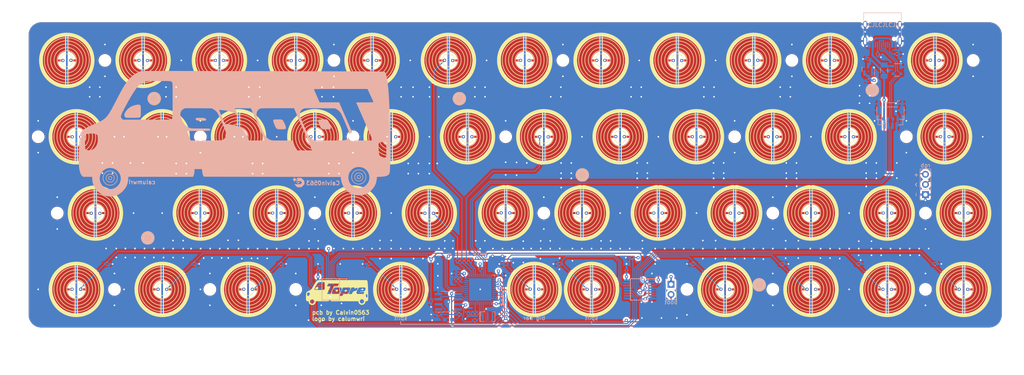
<source format=kicad_pcb>
(kicad_pcb (version 20240108) (generator "pcbnew") (generator_version "8.0")
  (layers (0 "F.Cu" signal) (1 "In1.Cu" signal) (2 "In2.Cu" signal) (31 "B.Cu" signal) (34 "B.Paste" user) (35 "F.Paste" user) (36 "B.SilkS" user "B.Silkscreen") (37 "F.SilkS" user "F.Silkscreen") (38 "B.Mask" user) (39 "F.Mask" user) (44 "Edge.Cuts" user))
  (net 0 "")
  (net 1 "GND")
  (net 2 "ROW0")
  (net 3 "COL0")
  (net 4 "COL1")
  (net 5 "COL2")
  (net 6 "COL3")
  (net 7 "COL4")
  (net 8 "COL5")
  (net 9 "ROW1")
  (net 10 "COL6")
  (net 11 "COL7")
  (net 12 "COL8")
  (net 13 "COL9")
  (net 14 "COL10")
  (net 15 "COL11")
  (net 16 "ROW2")
  (net 17 "ROW3")
  (net 18 "Net-(U1-VCAP1)")
  (net 19 "VBAT")
  (net 20 "+5V")
  (net 21 "APLEX_OUT_PIN_0")
  (net 22 "VCC")
  (net 23 "ADC")
  (net 24 "Net-(JP1-B)")
  (net 25 "Net-(U1-PA10)")
  (net 26 "Net-(U1-PB13)")
  (net 27 "Net-(U1-PB14)")
  (net 28 "Net-(U1-PB15)")
  (net 29 "NRST")
  (net 30 "BOOT1")
  (net 31 "BOOT0")
  (net 33 "XTAL0")
  (net 34 "XTAL1")
  (net 39 "APLEX_EN_PIN_0")
  (net 40 "APLEX_EN_PIN_1")
  (net 42 "D-")
  (net 43 "D+")
  (net 44 "SWDIO")
  (net 45 "SWCLK")
  (net 47 "AMUX_SEL_2")
  (net 48 "AMUX_SEL_1")
  (net 49 "AMUX_SEL_0")
  (net 54 "ARGB_3V3")
  (net 55 "ENC1")
  (net 56 "ENC2")
  (net 57 "SW1")
  (net 58 "SW2")
  (net 59 "/CC1")
  (net 60 "/CC2")
  (net 64 "Net-(U1-PB12)")
  (footprint "cipulot_parts:ecs_pad_1U_no_ring" (layer "F.Cu") (at 113.50625 50.00625)
    (property "Reference" "SW_EC17")
    (property "Value" "Topre" (hide yes))
  )
  (footprint "cipulot_parts:ecs_pad_1U_no_ring" (layer "F.Cu") (at 170.65625 50.00625)
    (property "Reference" "SW_EC20")
    (property "Value" "Topre" (hide yes))
  )
  (footprint "cipulot_parts:HOLE_M2" (layer "F.Cu") (at 156.36875 30.95625)
    (property "Reference" "H3" (hide yes))
    (property "Value" "MountingHole" (hide yes))
  )
  (footprint "cipulot_parts:HOLE_M2" (layer "F.Cu") (at 68.2625 88.10625)
    (property "Reference" "H18" (hide yes))
    (property "Value" "MountingHole" (hide yes))
  )
  (footprint "cipulot_parts:ecs_pad_1U_no_ring" (layer "F.Cu") (at 39.6875 69.05625)
    (property "Reference" "SW_EC25")
    (property "Value" "Topre" (hide yes))
  )
  (footprint "cipulot_parts:ecs_pad_1U_no_ring" (layer "F.Cu") (at 65.88125 69.05625 180)
    (property "Reference" "SW_EC26")
    (property "Value" "Topre" (hide yes))
  )
  (footprint "cipulot_parts:ecs_pad_1U_no_ring" (layer "F.Cu") (at 218.28125 88.10625 180)
    (property "Reference" "SW_EC44")
    (property "Value" "Topre" (hide yes))
  )
  (footprint "cipulot_parts:HOLE_M2" (layer "F.Cu") (at 246.85625 88.10625)
    (property "Reference" "H22" (hide yes))
    (property "Value" "MountingHole" (hide yes))
  )
  (footprint "cipulot_parts:ecs_pad_1U_no_ring" (layer "F.Cu") (at 89.69375 30.95625)
    (property "Reference" "SW_EC4")
    (property "Value" "Topre" (hide yes))
  )
  (footprint "cipulot_parts:HOLE_M2" (layer "F.Cu") (at 142.08125 50.00625)
    (property "Reference" "H9" (hide yes))
    (property "Value" "MountingHole" (hide yes))
  )
  (footprint "cipulot_parts:HOLE_M2" (layer "F.Cu") (at 213.51875 30.95625)
    (property "Reference" "H4" (hide yes))
    (property "Value" "MountingHole" (hide yes))
  )
  (footprint "cipulot_parts:ecs_pad_1U_no_ring" (layer "F.Cu") (at 108.74375 30.95625)
    (property "Reference" "SW_EC5")
    (property "Value" "Topre" (hide yes))
  )
  (footprint "cipulot_parts:ecs_pad_1U_no_ring" (layer "F.Cu") (at 151.60625 50.00625)
    (property "Reference" "SW_EC19")
    (property "Value" "Topre" (hide yes))
  )
  (footprint "cipulot_parts:HOLE_M2" (layer "F.Cu") (at 208.75625 69.05625)
    (property "Reference" "H15" (hide yes))
    (property "Value" "MountingHole" (hide yes))
  )
  (footprint "cipulot_parts:ecs_pad_1U_no_ring" (layer "F.Cu") (at 199.23125 69.05625 180)
    (property "Reference" "SW_EC33")
    (property "Value" "Topre" (hide yes))
  )
  (footprint "cipulot_parts:HOLE_M2" (layer "F.Cu") (at 151.60625 69.05625)
    (property "Reference" "H14" (hide yes))
    (property "Value" "MountingHole" (hide yes))
  )
  (footprint "cipulot_parts:ecs_pad_1U_no_ring" (layer "F.Cu") (at 208.75625 50.00625)
    (property "Reference" "SW_EC22")
    (property "Value" "Topre" (hide yes))
  )
  (footprint "cipulot_parts:ecs_pad_1U_no_ring" (layer "F.Cu") (at 75.40625 50.00625)
    (property "Reference" "SW_EC15")
    (property "Value" "Topre" (hide yes))
  )
  (footprint "cipulot_parts:HOLE_M2" (layer "F.Cu") (at 30.1625 69.05625)
    (property "Reference" "H12" (hide yes))
    (property "Value" "MountingHole" (hide yes))
  )
  (footprint "cipulot_parts:HOLE_M2" (layer "F.Cu") (at 208.75625 88.10625)
    (property "Reference" "H21" (hide yes))
    (property "Value" "MountingHole" (hide yes))
  )
  (footprint "cipulot_parts:HOLE_M2" (layer "F.Cu") (at 187.325 88.10625)
    (property "Reference" "H20" (hide yes))
    (property "Value" "MountingHole" (hide yes))
  )
  (footprint "cipulot_parts:ecs_pad_1U_no_ring" (layer "F.Cu") (at 70.64375 30.95625)
    (property "Reference" "SW_EC3")
    (property "Value" "Topre" (hide yes))
  )
  (footprint "cipulot_parts:ecs_pad_1U_no_ring" (layer "F.Cu") (at 256.38125 88.10625 180)
    (property "Reference" "SW_EC46")
    (property "Value" "Topre" (hide yes))
  )
  (footprint "cipulot_parts:ecs_pad_1U_no_ring" (layer "F.Cu") (at 32.54375 30.95625)
    (property "Reference" "SW_EC1")
    (property "Value" "Topre" (hide yes))
  )
  (footprint "Connector_PinHeader_2.54mm:PinHeader_1x02_P2.54mm_Vertical" (layer "F.Cu") (at 183.35625 86.83125)
    (property "Reference" "SW1" (hide yes))
    (property "Value" "BOOT0")
  )
  (footprint "cipulot_parts:ecs_pad_1U_no_ring" (layer "F.Cu") (at 123.03125 69.05625 180)
    (property "Reference" "SW_EC29")
    (property "Value" "Topre" (hide yes))
  )
  (footprint "cipulot_parts:HOLE_M2" (layer "F.Cu") (at 246.85625 69.05625)
    (property "Reference" "H16" (hide yes))
    (property "Value" "MountingHole" (hide yes))
  )
  (footprint "cipulot_parts:ecs_pad_1U_no_ring" (layer "F.Cu") (at 34.925 50.00625)
    (property "Reference" "SW_EC13")
    (property "Value" "Topre" (hide yes))
  )
  (footprint "cipulot_parts:HOLE_M2" (layer "F.Cu") (at 94.45625 69.05625)
    (property "Reference" "H13" (hide yes))
    (property "Value" "MountingHole" (hide yes))
  )
  (footprint "cipulot_parts:HOLE_M2" (layer "F.Cu") (at 258.7625 30.95625)
    (property "Reference" "H5" (hide yes))
    (property "Value" "MountingHole" (hide yes))
  )
  (footprint "cipulot_parts:ecs_pad_1U_no_ring" (layer "F.Cu") (at 103.98125 69.05625 180)
    (property "Reference" "SW_EC28")
    (property "Value" "Topre" (hide yes))
  )
  (footprint "cipulot_parts:ecs_pad_1U_no_ring" (layer "F.Cu") (at 161.13125 69.05625 180)
    (property "Reference" "SW_EC31")
    (property "Value" "Topre" (hide yes))
  )
  (footprint "LOGO" (layer "F.Cu") (at 99.61875 88.9)
    (property "Reference" "G***" (hide yes))
    (property "Value" "LOGO" (hide yes))
  )
  (footprint "cipulot_parts:HOLE_M2" (layer "F.Cu") (at 65.88125 50.00625)
    (property "Reference" "H7" (hide yes))
    (property "Value" "MountingHole" (hide yes))
  )
  (footprint "cipulot_parts:ecs_pad_1U_no_ring" (layer "F.Cu") (at 180.18125 69.05625 180)
    (property "Reference" "SW_EC32")
    (property "Value" "Topre" (hide yes))
  )
  (footprint "cipulot_parts:ecs_pad_1U_no_ring" (layer "F.Cu") (at 203.99375 30.95625)
    (property "Reference" "SW_EC10")
    (property "Value" "Topre" (hide yes))
  )
  (footprint "cipulot_parts:ecs_pad_1U_no_ring" (layer "F.Cu") (at 34.925 88.10625)
    (property "Reference" "SW_EC37")
    (property "Value" "Topre" (hide yes))
  )
  (footprint "cipulot_parts:ecs_pad_1U_no_ring" (layer "F.Cu") (at 227.80625 50.00625)
    (property "Reference" "SW_EC23")
    (property "Value" "Topre" (hide yes))
  )
  (footprint "cipulot_parts:ecs_pad_1U_no_ring" (layer "F.Cu") (at 256.38125 69.05625)
    (property "Reference" "SW_EC36")
    (property "Value" "Topre" (hide yes))
  )
  (footprint "cipulot_parts:ecs_pad_1U_no_ring" (layer "F.Cu") (at 251.61875 50.00625)
    (property "Reference" "SW_EC24")
    (property "Value" "Topre" (hide yes))
  )
  (footprint "cipulot_parts:ecs_pad_1U_no_ring" (layer "F.Cu") (at 56.35625 50.00625)
    (property "Reference" "SW_EC14")
    (property "Value" "Topre" (hide yes))
  )
  (footprint "cipulot_parts:HOLE_M2" (layer "F.Cu") (at 25.4 50.00625)
    (property "Reference" "H6" (hide yes))
    (property "Value" "MountingHole" (hide yes))
  )
  (footprint "cipulot_parts:ecs_pad_1U_no_ring" (layer "F.Cu") (at 127.79375 30.95625)
    (property "Reference" "SW_EC6")
    (property "Value" "Topre" (hide yes))
  )
  (footprint "cipulot_parts:ecs_pad_1U_no_ring" (layer "F.Cu") (at 142.08125 69.05625)
    (property "Reference" "SW_EC30")
    (property "Value" "Topre" (hide yes))
  )
  (footprint "cipulot_parts:ecs_pad_1U_no_ring" (layer "F.Cu") (at 223.04375 30.95625)
    (property "Reference" "SW_EC11")
    (property "Value" "Topre" (hide yes))
  )
  (footprint "cipulot_parts:ecs_pad_1U_no_ring" (layer "F.Cu") (at 146.84375 30.95625)
    (property "Reference" "SW_EC7")
    (property "Value" "Topre" (hide yes))
  )
  (footprint "cipulot_parts:ecs_pad_1U_no_ring" (layer "F.Cu") (at 165.89375 30.95625)
    (property "Reference" "SW_EC8")
    (property "Value" "Topre" (hide yes))
  )
  (footprint "cipulot_parts:HOLE_M2" (layer "F.Cu") (at 199.23125 50.00625)
    (property "Reference" "H10" (hide yes))
    (property "Value" "MountingHole" (hide yes))
  )
  (footprint "cipulot_parts:ecs_pad_1U_no_ring" (layer "F.Cu") (at 196.85 88.10625 180)
    (property "Reference" "SW_EC43")
    (property "Value" "Topre" (hide yes))
  )
  (footprint "cipulot_parts:ecs_pad_1U_no_ring" (layer "F.Cu") (at 237.33125 69.05625 180)
    (property "Reference" "SW_EC35")
    (property "Value" "Topre" (hide yes))
  )
  (footprint "cipulot_parts:ecs_pad_1U_no_ring" (layer "F.Cu") (at 149.225 88.10625 180)
    (property "Reference" "SW_EC41")
    (property "Value" "Topre" (hide yes))
  )
  (footprint "cipulot_parts:ecs_pad_1U_no_ring" (layer "F.Cu") (at 163.5125 88.10625 180)
    (property "Reference" "SW_EC42")
    (property "Value" "Topre" (hide yes))
  )
  (footprint "cipulot_parts:ecs_pad_1U_no_ring" (layer "F.Cu") (at 218.28125 69.05625 180)
    (property "Reference" "SW_EC34")
    (property "Value" "Topre" (hide yes))
  )
  (footprint "cipulot_parts:ecs_pad_1U_no_ring" (layer "F.Cu") (at 77.7875 88.10625)
    (property "Reference" "SW_EC39")
    (property "Value" "Topre" (hide yes))
  )
  (footprint "cipulot_parts:ecs_pad_1U_no_ring" (layer "F.Cu") (at 132.55625 50.00625)
    (property "Reference" "SW_EC18")
    (property "Value" "Topre" (hide yes))
  )
  (footprint "cipulot_parts:HOLE_M2" (layer "F.Cu") (at 44.45 88.10625)
    (property "Reference" "H17" (hide yes))
    (property "Value" "MountingHole" (hide yes))
  )
  (footprint "cipulot_parts:ecs_pad_1U_no_ring" (layer "F.Cu") (at 189.70625 50.00625)
    (property "Reference" "SW_EC21")
    (property "Value" "Topre" (hide yes))
  )
  (footprint "cipulot_parts:ecs_pad_1U_no_ring" (layer "F.Cu") (at 94.45625 50.00625)
    (property "Reference" "SW_EC16")
    (property "Value" "Topre" (hide yes))
  )
  (footprint "cipulot_parts:HOLE_M2" (layer "F.Cu") (at 42.06875 30.95625)
    (property "Reference" "H1" (hide yes))
    (property "Value" "MountingHole" (hide yes))
  )
  (footprint "cipulot_parts:HOLE_M2" (layer "F.Cu") (at 89.69375 88.10625)
    (property "Reference" "H19" (hide yes))
    (property "Value" "MountingHole" (hide yes))
  )
  (footprint "cipulot_parts:HOLE_M2" (layer "F.Cu") (at 103.98125 50.00625)
    (property "Reference" "H8" (hide yes))
    (property "Value" "MountingHole" (hide yes))
  )
  (footprint "cipulot_parts:ecs_pad_1U_no_ring" (layer "F.Cu") (at 84.93125 69.05625 180)
    (property "Reference" "SW_EC27")
    (property "Value" "Topre" (hide yes))
  )
  (footprint "cipulot_parts:ecs_pad_1U_no_ring" (layer "F.Cu") (at 56.35625 88.10625)
    (property "Reference" "SW_EC38")
    (property "Value" "Topre" (hide yes))
  )
  (footprint "cipulot_parts:ecs_pad_1U_no_ring" (layer "F.Cu") (at 184.94375 30.95625)
    (property "Reference" "SW_EC9")
    (property "Value" "Topre" (hide yes))
  )
  (footprint "cipulot_parts:ecs_pad_1U_no_ring" (layer "F.Cu") (at 237.33125 88.10625 180)
    (property "Reference" "SW_EC45")
    (property "Value" "Topre" (hide yes))
  )
  (footprint "cipulot_parts:ecs_pad_1U_no_ring" (layer "F.Cu") (at 51.59375 30.95625)
    (property "Reference" "SW_EC2")
    (property "Value" "Topre" (hide yes))
  )
  (footprint "cipulot_parts:ecs_pad_1U_no_ring" (layer "F.Cu") (at 249.2375 30.95625)
    (property "Reference" "SW_EC12")
    (property "Value" "Topre" (hide yes))
  )
  (footprint "cipulot_parts:HOLE_M2" (layer "F.Cu") (at 242.09375 50.00625)
    (property "Reference" "H11" (hide yes))
    (property "Value" "MountingHole" (hide yes))
  )
  (footprint "cipulot_parts:ecs_pad_1U_no_ring" (layer "F.Cu") (at 115.8875 88.10625 180)
    (property "Reference" "SW_EC40")
    (property "Value" "Topre" (hide yes))
  )
  (footprint "cipulot_parts:HOLE_M2" (layer "F.Cu") (at 99.21875 30.95625)
    (property "Reference" "H2" (hide yes))
    (property "Value" "MountingHole" (hide yes))
  )
  (footprint "Capacitor_SMD:C_0402_1005Metric" (layer "B.Cu") (at 133.886072 94.225973 -90)
    (property "Reference" "C10" (hide yes))
    (property "Value" "100n")
  )
  (footprint "Resistor_SMD:R_0402_1005Metric" (layer "B.Cu") (at 64.342898 81.75625)
    (property "Reference" "R14" (hide yes))
    (property "Value" "100k")
  )
  (footprint "Resistor_SMD:R_0402_1005Metric" (layer "B.Cu") (at 211.1375 81.75625)
    (property "Reference" "R23" (hide yes))
    (property "Value" "100k")
  )
  (footprint "Resistor_SMD:R_0402_1005Metric" (layer "B.Cu") (at 132.25625 80.897058 -90)
    (property "Reference" "R5" (hide yes))
    (property "Value" "100")
  )
  (footprint "Resistor_SMD:R_0402_1005Metric" (layer "B.Cu") (at 125.4125 94.3625 180)
    (property "Reference" "R18" (hide yes))
    (property "Value" "1k")
  )
  (footprint "Crystal:Resonator_SMD_Murata_CSTxExxV-3Pin_3.0x1.1mm" (layer "B.Cu") (at 137.601214 94.917035)
    (property "Reference" "Y1" (hide yes))
    (property "Value" "8 MHz")
  )
  (footprint "LOGO" (layer "B.Cu") (at 90.4875 61.363568 180)
    (property "Reference" "G***" (hide yes))
    (property "Value" "LOGO" (hide yes))
  )
  (footprint "Resistor_SMD:R_0402_1005Metric" (layer "B.Cu") (at 249.2375 81.746059)
    (property "Reference" "R25" (hide yes))
    (property "Value" "100k")
  )
  (footprint "Package_DFN_QFN:QFN-48-1EP_7x7mm_P0.5mm_EP5.6x5.6mm" (layer "B.Cu") (at 135.73125 88.10625 90)
    (property "Reference" "U1" (hide yes))
    (property "Value" "STM32F401CBUx")
  )
  (footprint "Capacitor_SMD:C_0402_1005Metric" (layer "B.Cu") (at 132.789679 94.225973 -90)
    (property "Reference" "C16" (hide yes))
    (property "Value" "100n")
  )
  (footprint "Connector_PinHeader_2.54mm:PinHeader_1x03_P2.54mm_Vertical" (layer "B.Cu") (at 246.85625 64.4525)
    (property "Reference" "J4" (hide yes))
    (property "Value" "ARGB")
  )
  (footprint "cipulot_parts:TSSOP16" (layer "B.Cu") (at 175.41875 88.10625 -90)
    (property "Reference" "U6")
    (property "Value" "74HC4051")
  )
  (footprint "LOGO" (layer "B.Cu") (at 73.025 49.2125 180)
    (property "Reference" "G***" (hide yes))
    (property "Value" "LOGO" (hide yes))
  )
  (footprint "Resistor_SMD:R_0402_1005Metric" (layer "B.Cu") (at 239.7125 29.36875)
    (property "Reference" "R8" (hide yes))
    (property "Value" "5k1")
  )
  (footprint "Connector_JST:JST_SH_SM04B-SRSS-TB_1x04-1MP_P1.00mm_Horizontal" (layer "B.Cu") (at 238.125 45.24375)
    (property "Reference" "J1" (hide yes))
    (property "Value" "JST SH")
  )
  (footprint "Resistor_SMD:R_0402_1005Metric" (layer "B.Cu") (at 98.425 78.99794)
    (property "Reference" "R16" (hide yes))
    (property "Value" "100k")
  )
  (footprint "Package_TO_SOT_SMD:SOT-143" (layer "B.Cu") (at 239.710621 33.3375 180)
    (property "Reference" "D1" (hide yes))
    (property "Value" "PRTR5V0U2X")
  )
  (footprint "cipulot_parts:TSSOP16" (layer "B.Cu") (at 98.425 88.10625 -90)
    (property "Reference" "U4")
    (property "Value" "74HC4051")
  )
  (footprint "Resistor_SMD:R_0402_1005Metric" (layer "B.Cu") (at 130.05625 80.897058 -90)
    (property "Reference" "R6" (hide yes))
    (property "Value" "100")
  )
  (footprint "Resistor_SMD:R_0402_1005Metric" (layer "B.Cu") (at 155.575 81.75625 180)
    (property "Reference" "R20" (hide yes))
    (property "Value" "100k")
  )
  (footprint "Capacitor_SMD:C_0402_1005Metric" (layer "B.Cu") (at 134.889679 94.233408 -90)
    (property "Reference" "C11" (hide yes))
    (property "Value" "1u")
  )
  (footprint "Resistor_SMD:R_0402_1005Metric" (layer "B.Cu") (at 131.15625 80.897058 -90)
    (property "Reference" "R4" (hide yes))
    (property "Value" "100")
  )
  (footprint "Resistor_SMD:R_0402_1005Metric" (layer "B.Cu") (at 141.2875 88.9)
    (property "Reference" "R11" (hide yes))
    (property "Value" "10k")
  )
  (footprint "Fuse:Fuse_1206_3216Metric" (layer "B.Cu") (at 236.5375 33.482528 -90)
    (property "Reference" "F_USBC1" (hide yes))
    (property "Value" "500mA")
  )
  (footprint "Resistor_SMD:R_0402_1005Metric" (layer "B.Cu") (at 134.393473 95.832687)
    (property "Reference" "R9" (hide yes))
    (property "Value" "10k")
  )
  (footprint "Connector_USB:USB_C_Receptacle_HRO_TYPE-C-31-M-12" (layer "B.Cu") (at 236.12475 22.98075)
    (property "Reference" "J3" (hide yes))
    (property "Value" "USB_C_Receptacle_USB2.0")
  )
  (footprint "Resistor_SMD:R_0402_1005Metric" (layer "B.Cu") (at 234.95 29.36875 -90)
    (property "Reference" "R7" (hide yes))
    (property "Value" "5k1")
  )
  (footprint "Resistor_SMD:R_0402_1005Metric" (layer "B.Cu") (at 42.57875 81.75625)
    (property "Reference" "R15" (hide yes))
    (property "Value" "100k")
  )
  (footprint "Capacitor_SMD:C_0402_1005Metric" (layer "B.Cu") (at 130.775537 85.600138 90)
    (property "Reference" "C1" (hide yes))
    (property "Value" "4.7u")
  )
  (footprint "Resistor_SMD:R_0402_1005Metric" (layer "B.Cu") (at 107.943663 81.746059 180)
    (property "Reference" "R17" (hide yes))
    (property "Value" "100k")
  )
  (footprint "Package_SO:SOIC-8_3.9x4.9mm_P1.27mm" (layer "B.Cu") (at 127.79375 91.1875)
    (property "Reference" "U5" (hide yes))
    (property "Value" "OPA350")
  )
  (footprint "Resistor_SMD:R_0402_1005Metric" (layer "B.Cu") (at 230.1875 81.75625)
    (property "Reference" "R24" (hide yes))
    (property "Value" "100k")
  )
  (footprint "Package_TO_SOT_SMD:SOT-23" (layer "B.Cu") (at 232.56875 33.192472 90)
    (property "Reference" "U3" (hide yes))
    (property "Value" "XC6206PxxxMR")
  )
  (footprint "Capacitor_SMD:C_0402_1005Metric" (layer "B.Cu") (at 232.56875 30.596511 180)
    (property "Reference" "C12" (hide yes))
    (property "Value" "1u")
  )
  (footprint "Capacitor_SMD:C_0402_1005Metric" (layer "B.Cu") (at 232.56875 35.944924 180)
    (property "Reference" "C13" (hide yes))
    (property "Value" "1u")
  )
  (footprint "Resistor_SMD:R_0402_1005Metric" (layer "B.Cu") (at 173.5475 80.16875 180)
    (property "Reference" "R19" (hide yes))
    (property "Value" "100k")
  )
  (footprint "Capacitor_SMD:C_0402_1005Metric" (layer "B.Cu") (at 141.29943 90.289802)
    (property "Reference" "C9" (hide yes))
    (property "Value" "100n")
  )
  (footprint "Capacitor_SMD:C_0402_1005Metric" (layer "B.Cu") (at 123.451464 91.021881 90)
    (property "Reference" "C15" (hide yes))
    (property "Value" "220p")
  )
  (footprint "Resistor_SMD:R_0402_1005Metric" (layer "B.Cu") (at 135.73125 82.95 90)
    (property "Reference" "R2" (hide yes))
    (property "Value" "100k")
  )
  (footprint "Resistor_SMD:R_0402_1005Metric" (layer "B.Cu") (at 142.08125 81.75625 180)
    (property "Reference" "R21" (hide yes))
    (property "Value" "100k")
  )
  (footprint "Capacitor_SMD:C_0402_1005Metric" (layer "B.Cu") (at 141.310343 91.336235)
    (property "Reference" "C6" (hide yes))
    (property "Value" "100n")
  )
  (footprint "Capacitor_SMD:C_0402_1005Metric" (layer "B.Cu") (at 130.20675 84.10575 180)
    (property "Reference" "C7" (hide yes))
    (property "Value" "100n")
  )
  (footprint "Resistor_SMD:R_0402_1005Metric" (layer "B.Cu") (at 130.45875 94.3625)
    (property "Reference" "R12" (hide yes))
    (property "Value" "100k")
  )
  (footprint "Capacitor_SMD:C_0402_1005Metric" (layer "B.Cu") (at 140.775 84.65)
    (property "Reference" "C8" (hide yes))
    (property "Value" "100n")
  )
  (footprint "Resistor_SMD:R_0402_1005Metric" (layer "B.Cu") (at 129.695761 85.582261 -90)
    (property "Reference" "R10" (hide yes))
    (property "Value" "10k")
  )
  (footprint "Connector_Molex:Molex_Pico-EZmate_78171-0004_1x04-1MP_P1.20mm_Vertical" (layer "B.Cu") (at 238.125 43.65625)
    (property "Reference" "J2" (hide yes))
    (property "Value" "Pico EZmate")
  )
  (footprint "Resistor_SMD:R_0402_1005Metric" (layer "B.Cu") (at 86.00875 81.75625)
    (property "Reference" "R13" (hide yes))
    (property "Value" "100k")
  )
  (footprint "Resistor_SMD:R_0402_1005Metric" (layer "B.Cu") (at 133.35 80.897058 -90)
    (property "Reference" "R3" (hide yes))
    (property "Value" "100")
  )
  (footprint "Capacitor_SMD:C_0402_1005Metric" (layer "B.Cu") (at 95.25 83.34375 90)
    (property "Reference" "C14" (hide yes))
    (property "Value" "100n")
  )
  (footprint "Capacitor_SMD:C_0402_1005Metric" (layer "B.Cu") (at 172.24375 83.34375 90)
    (property "Reference" "C17" (hide yes))
    (property "Value" "100n")
  )
  (footprint "Resistor_SMD:R_0402_1005Metric" (layer "B.Cu") (at 188.9125 81.75625 180)
    (property "Reference" "R22" (hide yes))
    (property "Value" "100k")
  )
  (footprint "Resistor_SMD:R_0603_1608Metric_Pad0.98x0.95mm_HandSolder" (layer "B.Cu") (at 127.810942 95.665357 180)
    (property "Reference" "JP1" (hide yes))
    (property "Value" "Ext_Res")
  )
  (gr_circle (center 54.359241 40.48125) (end 52.771741 40.48125) (stroke (width 0.15)) (fill solid) (layer "B.SilkS"))
  (gr_circle (center 43.372899 60.325) (end 42.984307 60.166759) (stroke (width 0.15)) (fill none) (layer "B.SilkS"))
  (gr_circle (center 205.356539 86.970483) (end 203.769039 86.970483) (stroke (width 0.15)) (fill solid) (layer "B.SilkS"))
  (gr_line (start 115.8875 96.8375) (end 115.8875 96.04375) (stroke (width 0.15)) (layer "B.SilkS"))
  (gr_circle (center 105.420782 60.051583) (end 105.03219 59.893342) (stroke (width 0.15)) (fill none) (layer "B.SilkS"))
  (gr_circle (center 233.599023 38.366935) (end 232.011523 38.366935) (stroke (width 0.15)) (fill solid) (layer "B.SilkS"))
  (gr_line (start 163.5125 96.04375) (end 163.5125 96.8375) (stroke (width 0.15)) (layer "B.SilkS"))
  (gr_circle (center 52.759074 75.254242) (end 51.171574 75.254242) (stroke (width 0.15)) (fill solid) (layer "B.SilkS"))
  (gr_circle (center 105.420782 60.051583) (end 105.03219 59.099592) (stroke (width 0.15)) (fill none) (layer "B.SilkS"))
  (gr_circle (center 43.372899 60.325) (end 42.984307 59.373009) (stroke (width 0.15)) (fill none) (layer "B.SilkS"))
  (gr_circle (center 161.208842 59.537716) (end 159.621342 59.537716) (stroke (width 0.15)) (fill solid) (layer "B.SilkS"))
  (gr_line (start 163.5125 96.8375) (end 115.8875 96.8375) (stroke (width 0.15)) (layer "B.SilkS"))
  (gr_circle (center 130.527573 40.493917) (end 128.940073 40.493917) (stroke (width 0.15)) (fill solid) (layer "B.SilkS"))
  (gr_circle (center 43.372899 60.325) (end 42.984307 58.579259) (stroke (width 0.15)) (fill none) (layer "B.SilkS"))
  (gr_circle (center 105.420782 60.051583) (end 105.03219 58.305842) (stroke (width 0.15)) (fill none) (layer "B.SilkS"))
  (gr_circle (center 218.28125 88.04984) (end 219.075 82.49359) (stroke (width 0.15)) (fill none) (layer "F.SilkS"))
  (gr_circle (center 113.50625 50.00625) (end 115.09375 50.00625) (stroke (width 0.15)) (fill none) (layer "F.SilkS"))
  (gr_circle (center 237.33125 88.04984) (end 238.125 84.08109) (stroke (width 0.15)) (fill none) (layer "F.SilkS"))
  (gr_circle (center 51.59375 30.89984) (end 53.18125 30.89984) (stroke (width 0.15)) (fill none) (layer "F.SilkS"))
  (gr_circle (center 39.6875 69.05625) (end 39.6875 65.88125) (stroke (width 0.15)) (fill none) (layer "F.SilkS"))
  (gr_circle (center 51.59375 30.89984) (end 52.3875 25.34359) (stroke (width 0.15)) (fill none) (layer "F.SilkS"))
  (gr_circle (center 89.69375 30.89984) (end 89.69375 28.51859) (stroke (width 0.15)) (fill none) (layer "F.SilkS"))
  (gr_circle (center 196.85 88.171942) (end 197.64375 84.203192) (stroke (width 0.15)) (fill none) (layer "F.SilkS"))
  (gr_circle (center 256.38125 68.99984) (end 257.96875 68.99984) (stroke (width 0.15)) (fill none) (layer "F.SilkS"))
  (gr_circle (center 56.35625 88.04984) (end 57.94375 88.04984) (stroke (width 0.15)) (fill none) (layer "F.SilkS"))
  (gr_circle (center 151.60625 50.00625) (end 152.4 44.45) (stroke (width 0.15)) (fill none) (layer "F.SilkS"))
  (gr_circle (center 251.61875 49.94984) (end 251.61875 47.56859) (stroke (width 0.15)) (fill none) (layer "F.SilkS"))
  (gr_circle (center 34.925 88.04984) (end 35.71875 84.08109) (stroke (width 0.15)) (fill none) (layer "F.SilkS"))
  (gr_circle (center 77.7875 88.04984) (end 78.58125 83.28734) (stroke (width 0.15)) (fill none) (layer "F.SilkS"))
  (gr_circle (center 56.35625 50.00625) (end 56.35625 46.83125) (stroke (width 0.15)) (fill none) (layer "F.SilkS"))
  (gr_circle (center 151.60625 50.00625) (end 151.60625 46.83125) (stroke (width 0.15)) (fill none) (layer "F.SilkS"))
  (gr_circle (center 113.50625 50.00625) (end 114.3 45.24375) (stroke (width 0.15)) (fill none) (layer "F.SilkS"))
  (gr_circle (center 203.99375 30.89984) (end 204.7875 26.93109) (stroke (width 0.15)) (fill none) (layer "F.SilkS"))
  (gr_circle (center 77.7875 88.04984) (end 79.375 88.04984) (stroke (width 0.15)) (fill none) (layer "F.SilkS"))
  (gr_circle (center 77.7875 88.04984) (end 77.7875 84.87484) (stroke (width 0.15)) (fill none) (layer "F.SilkS"))
  (gr_circle (center 199.23125 68.99984) (end 199.23125 66.61859) (stroke (width 0.15)) (fill none) (layer "F.SilkS"))
  (gr_circle (center 237.33125 88.04984) (end 238.125 83.28734) (stroke (width 0.15)) (fill none) (layer "F.SilkS"))
  (gr_circle (center 249.2375 30.95625) (end 249.2375 27.78125) (stroke (width 0.15)) (fill none) (layer "F.SilkS"))
  (gr_circle (center 251.61875 49.94984) (end 251.61875 46.77484) (stroke (width 0.15)) (fill none) (layer "F.SilkS"))
  (gr_circle (center 94.45625 50.00625) (end 95.25 44.45) (stroke (width 0.15)) (fill none) (layer "F.SilkS"))
  (gr_circle (center 256.38125 88.04984) (end 257.175 82.49359) (stroke (width 0.15)) (fill none) (layer "F.SilkS"))
  (gr_circle (center 256.38125 68.99984) (end 256.38125 66.61859) (stroke (width 0.15)) (fill none) (layer "F.SilkS"))
  (gr_circle (center 89.69375 30.89984) (end 91.28125 30.89984) (stroke (width 0.15)) (fill none) (layer "F.SilkS"))
  (gr_circle (center 70.64375 30.89984) (end 70.64375 27.72484) (stroke (width 0.15)) (fill none) (layer "F.SilkS"))
  (gr_circle (center 77.7875 88.04984) (end 78.58125 84.08109) (stroke (width 0.15)) (fill none) (layer "F.SilkS"))
  (gr_circle (center 218.28125 68.99984) (end 218.28125 65.82484) (stroke (width 0.15)) (fill none) (layer "F.SilkS"))
  (gr_circle (center 123.03125 68.99984) (end 123.825 63.44359) (stroke (width 0.15)) (fill none) (layer "F.SilkS"))
  (gr_circle (center 237.33125 68.99984) (end 238.125 65.03109) (stroke (width 0.15)) (fill none) (layer "F.SilkS"))
  (gr_circle (center 75.40625 50.00625) (end 75.40625 46.83125) (stroke (width 0.15)) (fill none) (layer "F.SilkS"))
  (gr_circle (center 103.98125 68.99984) (end 103.98125 66.61859) (stroke (width 0.15)) (fill none) (layer "F.SilkS"))
  (gr_circle (center 203.99375 30.89984) (end 203.99375 28.51859) (stroke (width 0.15)) (fill none) (layer "F.SilkS"))
  (gr_circle (center 180.18125 68.99984) (end 180.975 64.23734) (stroke (width 0.15)) (fill none) (layer "F.SilkS"))
  (gr_circle (center 103.98125 68.99984) (end 104.775 63.44359) (stroke (width 0.15)) (fill none) (layer "F.SilkS"))
  (gr_circle (center 56.35625 88.04984) (end 57.15 83.28734) (stroke (width 0.15)) (fill none) (layer "F.SilkS"))
  (gr_circle (center 142.08125 68.99984) (end 142.875 64.23734) (stroke (width 0.15)) (fill none) (layer "F.SilkS"))
  (gr_circle (center 161.13125 68.99984) (end 161.925 64.23734) (stroke (width 0.15)) (fill none) (layer "F.SilkS"))
  (gr_circle (center 84.93125 68.99984) (end 84.93125 66.61859) (stroke (width 0.15)) (fill none) (layer "F.SilkS"))
  (gr_circle (center 75.40625 50.00625) (end 76.99375 50.00625) (stroke (width 0.15)) (fill none) (layer "F.SilkS"))
  (gr_circle (center 218.28125 68.99984) (end 219.075 63.44359) (stroke (width 0.15)) (fill none) (layer "F.SilkS"))
  (gr_circle (center 34.925 50.00625) (end 35.71875 44.45) (stroke (width 0.15)) (fill none) (layer "F.SilkS"))
  (gr_circle (center 103.98125 68.99984) (end 104.775 64.23734) (stroke (width 0.15)) (fill none) (layer "F.SilkS"))
  (gr_circle (center 108.74375 30.89984) (end 108.74375 28.51859) (stroke (width 0.15)) (fill none) (layer "F.SilkS"))
  (gr_circle (center 170.65625 50.00625) (end 171.45 45.24375) (stroke (width 0.15)) (fill none) (layer "F.SilkS"))
  (gr_circle (center 149.225 88.10625) (end 149.225 84.93125) (stroke (width 0.15)) (fill none) (layer "F.SilkS"))
  (gr_circle (center 56.35625 50.00625) (end 57.94375 50.00625) (stroke (width 0.15)) (fill none) (layer "F.SilkS"))
  (gr_circle (center 146.84375 30.89984) (end 147.6375 26.13734) (stroke (width 0.15)) (fill none) (layer "F.SilkS"))
  (gr_circle (center 189.70625 50.00625) (end 189.70625 46.83125) (stroke (width 0.15)) (fill none) (layer "F.SilkS"))
  (gr_circle (center 34.925 50.00625) (end 35.71875 46.0375) (stroke (width 0.15)) (fill none) (layer "F.SilkS"))
  (gr_circle (center 237.33125 68.99984) (end 238.125 64.23734) (stroke (width 0.15)) (fill none) (layer "F.SilkS"))
  (gr_circle (center 123.03125 68.99984) (end 124.61875 68.99984) (stroke (width 0.15)) (fill none) (layer "F.SilkS"))
  (gr_circle (center 108.74375 30.89984) (end 110.33125 30.89984) (stroke (width 0.15)) (fill none) (layer "F.SilkS"))
  (gr_circle (center 34.925 50.00625) (end 34.925 47.625) (stroke (width 0.15)) (fill none) (layer "F.SilkS"))
  (gr_circle (center 256.38125 68.99984) (end 256.38125 65.82484) (stroke (width 0.15)) (fill none) (layer "F.SilkS"))
  (gr_circle (center 56.35625 50.00625) (end 57.15 44.45) (stroke (width 0.15)) (fill none) (layer "F.SilkS"))
  (gr_circle (center 34.925 88.04984) (end 34.925 84.87484) (stroke (width 0.15)) (fill none) (layer "F.SilkS"))
  (gr_circle (center 161.13125 68.99984) (end 161.13125 66.61859) (stroke (width 0.15)) (fill none) (layer "F.SilkS"))
  (gr_circle (center 34.925 88.04984) (end 35.71875 82.49359) (stroke (width 0.15)) (fill none) (layer "F.SilkS"))
  (gr_circle (center 223.04375 30.89984) (end 223.8375 26.13734) (stroke (width 0.15)) (fill none) (layer "F.SilkS"))
  (gr_circle (center 89.69375 30.89984) (end 90.4875 25.34359) (stroke (width 0.15)) (fill none) (layer "F.SilkS"))
  (gr_circle (center 184.94375 30.89984) (end 185.7375 26.93109) (stroke (width 0.15)) (fill none) (layer "F.SilkS"))
  (gr_circle (center 163.5125 88.04984) (end 164.30625 82.49359) (stroke (width 0.15)) (fill none) (layer "F.SilkS"))
  (gr_circle (center 146.84375 30.89984) (end 148.43125 30.89984) (stroke (width 0.15)) (fill none) (layer "F.SilkS"))
  (gr_circle (center 218.28125 88.04984) (end 219.86875 88.04984) (stroke (width 0.15)) (fill none) (layer "F.SilkS"))
  (gr_circle (center 127.79375 30.89984) (end 128.5875 26.93109) (stroke (width 0.15)) (fill none) (layer "F.SilkS"))
  (gr_circle (center 218.28125 88.04984) (end 218.28125 85.66859) (stroke (width 0.15)) (fill none) (layer "F.SilkS"))
  (gr_circle (center 161.13125 68.99984) (end 162.71875 68.99984) (stroke (width 0.15)) (fill none) (layer "F.SilkS"))
  (gr_circle (center 34.925 50.00625) (end 34.925 46.83125) (stroke (width 0.15)) (fill none) (layer "F.SilkS"))
  (gr_circle (center 184.94375 30.89984) (end 184.94375 27.72484) (stroke (width 0.15)) (fill none) (layer "F.SilkS"))
  (gr_circle (center 218.28125 68.99984) (end 218.28125 66.61859) (stroke (width 0.15)) (fill none) (layer "F.SilkS"))
  (gr_circle (center 218.28125 88.04984) (end 219.075 84.08109) (stroke (width 0.15)) (fill none) (layer "F.SilkS"))
  (gr_circle (center 115.8875 88.04984) (end 116.68125 84.08109) (stroke (width 0.15)) (fill none) (layer "F.SilkS"))
  (gr_circle (center 70.64375 30.89984) (end 72.23125 30.89984) (stroke (width 0.15)) (fill none) (layer "F.SilkS"))
  (gr_circle (center 149.225 88.10625) (end 150.8125 88.10625) (stroke (width 0.15)) (fill none) (layer "F.SilkS"))
  (gr_circle (center 146.84375 30.89984) (end 146.84375 28.51859) (stroke (width 0.15)) (fill none) (layer "F.SilkS"))
  (gr_circle (center 189.70625 50.00625) (end 190.5 45.24375) (stroke (width 0.15)) (fill none) (layer "F.SilkS"))
  (gr_circle (center 65.88125 68.99984) (end 66.675 64.23734) (stroke (width 0.15)) (fill none) (layer "F.SilkS"))
  (gr_circle (center 203.99375 30.89984) (end 203.99375 27.72484) (stroke (width 0.15)) (fill none) (layer "F.SilkS"))
  (gr_circle (center 113.50625 50.00625) (end 114.3 46.0375) (stroke (width 0.15)) (fill none) (layer "F.SilkS"))
  (gr_circle (center 151.60625 50.00625) (end 151.60625 47.625) (stroke (width 0.15)) (fill none) (layer "F.SilkS"))
  (gr_circle (center 115.8875 88.04984) (end 116.68125 82.49359) (stroke (width 0.15)) (fill none) (layer "F.SilkS"))
  (gr_circle (center 189.70625 50.00625) (end 191.29375 50.00625) (stroke (width 0.15)) (fill none) (layer "F.SilkS"))
  (gr_circle (center 51.59375 30.89984) (end 51.59375 28.51859) (stroke (width 0.15)) (fill none) (layer "F.SilkS"))
  (gr_circle (center 132.55625 50.00625) (end 133.35 44.45) (stroke (width 0.15)) (fill none) (layer "F.SilkS"))
  (gr_circle (center 65.88125 68.99984) (end 66.675 63.44359) (stroke (width 0.15)) (fill none) (layer "F.SilkS"))
  (gr_circle (center 218.28125 88.04984) (end 219.075 83.28734) (stroke (width 0.15)) (fill none) (layer "F.SilkS"))
  (gr_circle (center 227.80625 50.00625) (end 228.6 46.0375) (stroke (width 0.15)) (fill none) (layer "F.SilkS"))
  (gr_circle (center 161.13125 68.99984) (end 161.925 65.03109) (stroke (width 0.15)) (fill none) (layer "F.SilkS"))
  (gr_circle (center 165.89375 30.89984) (end 165.89375 28.51859) (stroke (width 0.15)) (fill none) (layer "F.SilkS"))
  (gr_circle (center 34.925 50.00625) (end 36.5125 50.00625) (stroke (width 0.15)) (fill none) (layer "F.SilkS"))
  (gr_circle (center 256.38125 88.04984) (end 256.38125 84.87484) (stroke (width 0.15)) (fill none) (layer "F.SilkS"))
  (gr_circle (center 39.6875 69.05625) (end 40.48125 63.5) (stroke (width 0.15)) (fill none) (layer "F.SilkS"))
  (gr_circle (center 256.38125 88.04984) (end 257.175 83.28734) (stroke (width 0.15)) (fill none) (layer "F.SilkS"))
  (gr_circle (center 149.225 88.10625) (end 150.01875 84.1375) (stroke (width 0.15)) (fill none) (layer "F.SilkS"))
  (gr_circle (center 34.925 88.04984) (end 34.925 85.66859) (stroke (width 0.15)) (fill none) (layer "F.SilkS"))
  (gr_circle (center 256.38125 68.99984) (end 257.175 64.23734) (stroke (width 0.15)) (fill none) (layer "F.SilkS"))
  (gr_circle (center 84.93125 68.99984) (end 84.93125 65.82484) (stroke (width 0.15)) (fill none) (layer "F.SilkS"))
  (gr_circle (center 51.59375 30.89984) (end 52.3875 26.93109) (stroke (width 0.15)) (fill none) (layer "F.SilkS"))
  (gr_circle (center 32.54375 30.89984) (end 33.3375 26.13734) (stroke (width 0.15)) (fill none) (layer "F.SilkS"))
  (gr_circle (center 227.80625 50.00625) (end 228.6 45.24375) (stroke (width 0.15)) (fill none) (layer "F.SilkS"))
  (gr_circle (center 132.55625 50.00625) (end 133.35 46.0375) (stroke (width 0.15)) (fill none) (layer "F.SilkS"))
  (gr_circle (center 208.75625 50.00625) (end 209.55 45.24375) (stroke (width 0.15)) (fill none) (layer "F.SilkS"))
  (gr_circle (center 249.2375 30.95625) (end 250.03125 26.9875) (stroke (width 0.15)) (fill none) (layer "F.SilkS"))
  (gr_circle (center 184.94375 30.89984) (end 185.7375 26.13734) (stroke (width 0.15)) (fill none) (layer "F.SilkS"))
  (gr_circle (center 32.54375 30.89984) (end 32.54375 28.51859) (stroke (width 0.15)) (fill none) (layer "F.SilkS"))
  (gr_circle (center 237.33125 88.04984) (end 237.33125 85.66859) (stroke (width 0.15)) (fill none) (layer "F.SilkS"))
  (gr_circle (center 146.84375 30.89984) (end 147.6375 26.93109) (stroke (width 0.15)) (fill none) (layer "F.SilkS"))
  (gr_circle (center 237.33125 68.99984) (end 237.33125 66.61859) (stroke (width 0.15)) (fill none) (layer "F.SilkS"))
  (gr_circle (center 170.65625 50.00625) (end 172.24375 50.00625) (stroke (width 0.15)) (fill none) (layer "F.SilkS"))
  (gr_circle (center 84.93125 68.99984) (end 85.725 63.44359) (stroke (width 0.15)) (fill none) (layer "F.SilkS"))
  (gr_circle (center 56.35625 50.00625) (end 57.15 46.0375) (stroke (width 0.15)) (fill none) (layer "F.SilkS"))
  (gr_circle (center 180.18125 68.99984) (end 180.18125 66.61859) (stroke (width 0.15)) (fill none) (layer "F.SilkS"))
  (gr_circle (center 149.225 88.10625) (end 149.225 85.725) (stroke (width 0.15)) (fill none) (layer "F.SilkS"))
  (gr_circle (center 196.85 88.171942) (end 196.85 85.790692) (stroke (width 0.15)) (fill none) (layer "F.SilkS"))
  (gr_circle (center 56.35625 50.00625) (end 56.35625 47.625) (stroke (width 0.15)) (fill none) (layer "F.SilkS"))
  (gr_circle (center 184.94375 30.89984) (end 186.53125 30.89984) (stroke (width 0.15)) (fill none) (layer "F.SilkS"))
  (gr_circle (center 32.54375 30.89984) (end 33.3375 26.93109) (stroke (width 0.15)) (fill none) (layer "F.SilkS"))
  (gr_circle (center 39.6875 69.05625) (end 40.48125 64.29375) (stroke (width 0.15)) (fill none) (layer "F.SilkS"))
  (gr_circle (center 70.64375 30.89984) (end 71.4375 25.34359) (stroke (width 0.15)) (fill none) (layer "F.SilkS"))
  (gr_circle (center 70.64375 30.89984) (end 70.64375 28.51859) (stroke (width 0.15)) (fill none) (layer "F.SilkS"))
  (gr_circle (center 142.08125 68.99984) (end 142.875 65.03109) (stroke (width 0.15)) (fill none) (layer "F.SilkS"))
  (gr_circle (center 223.04375 30.89984) (end 224.63125 30.89984) (stroke (width 0.15)) (fill none) (layer "F.SilkS"))
  (gr_circle (center 170.65625 50.00625) (end 170.65625 46.83125) (stroke (width 0.15)) (fill none) (layer "F.SilkS"))
  (gr_circle (center 165.89375 30.89984) (end 166.6875 26.93109) (stroke (width 0.15)) (fill none) (layer "F.SilkS"))
  (gr_circle (center 39.6875 69.05625) (end 40.48125 65.0875) (stroke (width 0.15)) (fill none) (layer "F.SilkS"))
  (gr_circle (center 34.925 88.04984) (end 36.5125 88.04984) (stroke (width 0.15)) (fill none) (layer "F.SilkS"))
  (gr_circle (center 113.50625 50.00625) (end 113.50625 46.83125) (stroke (width 0.15)) (fill none) (layer "F.SilkS"))
  (gr_circle (center 199.23125 68.99984) (end 199.23125 65.82484) (stroke (width 0.15)) (fill none) (layer "F.SilkS"))
  (gr_circle (center 70.64375 30.89984) (end 71.4375 26.13734) (stroke (width 0.15)) (fill none) (layer "F.SilkS"))
  (gr_circle (center 237.33125 68.99984) (end 238.125 63.44359) (stroke (width 0.15)) (fill none) (layer "F.SilkS"))
  (gr_circle (center 249.2375 30.95625) (end 250.825 30.95625) (stroke (width 0.15)) (fill none) (layer "F.SilkS"))
  (gr_circle (center 249.2375 30.95625) (end 250.03125 25.4) (stroke (width 0.15)) (fill none) (layer "F.SilkS"))
  (gr_circle (center 34.925 88.04984) (end 35.71875 83.28734) (stroke (width 0.15)) (fill none) (layer "F.SilkS"))
  (gr_circle (center 70.64375 30.89984) (end 71.4375 26.93109) (stroke (width 0.15)) (fill none) (layer "F.SilkS"))
  (gr_circle (center 151.60625 50.00625) (end 153.19375 50.00625) (stroke (width 0.15)) (fill none) (layer "F.SilkS"))
  (gr_circle (center 251.61875 49.94984) (end 252.4125 45.18734) (stroke (width 0.15)) (fill none) (layer "F.SilkS"))
  (gr_circle (center 65.88125 68.99984) (end 65.88125 66.61859) (stroke (width 0.15)) (fill none) (layer "F.SilkS"))
  (gr_circle (center 208.75625 50.00625) (end 209.55 46.0375) (stroke (width 0.15)) (fill none) (layer "F.SilkS"))
  (gr_circle (center 142.08125 68.99984) (end 142.08125 66.61859) (stroke (width 0.15)) (fill none) (layer "F.SilkS"))
  (gr_circle (center 127.79375 30.89984) (end 127.79375 28.51859) (stroke (width 0.15)) (fill none) (layer "F.SilkS"))
  (gr_circle (center 218.28125 68.99984) (end 219.86875 68.99984) (stroke (width 0.15)) (fill none) (layer "F.SilkS"))
  (gr_circle (center 237.33125 88.04984) (end 237.33125 84.87484) (stroke (width 0.15)) (fill none) (layer "F.SilkS"))
  (gr_circle (center 163.5125 88.04984) (end 164.30625 84.08109) (stroke (width 0.15)) (fill none) (layer "F.SilkS"))
  (gr_circle (center 256.38125 88.04984) (end 257.175 84.08109) (stroke (width 0.15)) (fill none) (layer "F.SilkS"))
  (gr_circle (center 189.70625 50.00625) (end 190.5 46.0375) (stroke (width 0.15)) (fill none) (layer "F.SilkS"))
  (gr_circle (center 123.03125 68.99984) (end 123.03125 66.61859) (stroke (width 0.15)) (fill none) (layer "F.SilkS"))
  (gr_circle (center 127.79375 30.89984) (end 127.79375 27.72484) (stroke (width 0.15)) (fill none) (layer "F.SilkS"))
  (gr_circle (center 56.35625 88.04984) (end 57.15 84.08109) (stroke (width 0.15)) (fill none) (layer "F.SilkS"))
  (gr_circle (center 170.65625 50.00625) (end 171.45 46.0375) (stroke (width 0.15)) (fill none) (layer "F.SilkS"))
  (gr_circle (center 256.38125 88.04984) (end 256.38125 85.66859) (stroke (width 0.15)) (fill none) (layer "F.SilkS"))
  (gr_circle (center 161.13125 68.99984) (end 161.925 63.44359) (stroke (width 0.15)) (fill none) (layer "F.SilkS"))
  (gr_circle (center 89.69375 30.89984) (end 90.4875 26.13734) (stroke (width 0.15)) (fill none) (layer "F.SilkS"))
  (gr_circle (center 75.40625 50.00625) (end 76.2 45.24375) (stroke (width 0.15)) (fill none) (layer "F.SilkS"))
  (gr_circle (center 218.28125 88.04984) (end 218.28125 84.87484) (stroke (width 0.15)) (fill none) (layer "F.SilkS"))
  (gr_circle (center 123.03125 68.99984) (end 123.825 64.23734) (stroke (width 0.15)) (fill none) (layer "F.SilkS"))
  (gr_circle (center 149.225 88.10625) (end 150.01875 82.55) (stroke (width 0.15)) (fill none) (layer "F.SilkS"))
  (gr_circle (center 223.04375 30.89984) (end 223.8375 26.93109) (stroke (width 0.15)) (fill none) (layer "F.SilkS"))
  (gr_circle (center 130.527573 40.493917) (end 132.115073 40.493917) (stroke (width 0.15)) (fill solid) (layer "F.SilkS"))
  (gr_circle (center 189.70625 50.00625) (end 190.5 44.45) (stroke (width 0.15)) (fill none) (layer "F.SilkS"))
  (gr_circle (center 32.54375 30.89984) (end 33.3375 25.34359) (stroke (width 0.15)) (fill none) (layer "F.SilkS"))
  (gr_circle (center 132.55625 50.00625) (end 134.14375 50.00625) (stroke (width 0.15)) (fill none) (layer "F.SilkS"))
  (gr_circle (center 149.225 88.10625) (end 150.01875 83.34375) (stroke (width 0.15)) (fill none) (layer "F.SilkS"))
  (gr_circle (center 249.2375 30.95625) (end 249.2375 28.575) (stroke (width 0.15)) (fill none) (layer "F.SilkS"))
  (gr_circle (center 54.359241 40.48125) (end 55.946741 40.48125) (stroke (width 0.15)) (fill solid) (layer "F.SilkS"))
  (gr_circle (center 180.18125 68.99984) (end 180.18125 65.82484) (stroke (width 0.15)) (fill none) (layer "F.SilkS"))
  (gr_circle (center 227.80625 50.00625) (end 228.6 44.45) (stroke (width 0.15)) (fill none) (layer "F.SilkS"))
  (gr_circle (center 115.8875 88.04984) (end 116.68125 83.28734) (stroke (width 0.15)) (fill none) (layer "F.SilkS"))
  (gr_circle (center 163.5125 88.04984) (end 163.5125 85.66859) (stroke (width 0.15)) (fill none) (layer "F.SilkS"))
  (gr_circle (center 75.40625 50.00625) (end 75.40625 47.625) (stroke (width 0.15)) (fill none) (layer "F.SilkS"))
  (gr_circle (center 223.04375 30.89984) (end 223.04375 28.51859) (stroke (width 0.15)) (fill none) (layer "F.SilkS"))
  (gr_circle (center 227.80625 50.00625) (end 227.80625 46.83125) (stroke (width 0.15)) (fill none) (layer "F.SilkS"))
  (gr_circle (center 84.93125 68.99984) (end 85.725 64.23734) (stroke (width 0.15)) (fill none) (layer "F.SilkS"))
  (gr_circle (center 89.69375 30.89984) (end 89.69375 27.72484) (stroke (width 0.15)) (fill none) (layer "F.SilkS"))
  (gr_circle (center 151.60625 50.00625) (end 152.4 45.24375) (stroke (width 0.15)) (fill none) (layer "F.SilkS"))
  (gr_circle (center 94.45625 50.00625) (end 96.04375 50.00625) (stroke (width 0.15)) (fill none) (layer "F.SilkS"))
  (gr_circle (center 165.89375 30.89984) (end 167.48125 30.89984) (stroke (width 0.15)) (fill none) (layer "F.SilkS"))
  (gr_circle (center 208.75625 50.00625) (end 208.75625 47.625) (stroke (width 0.15)) (fill none) (layer "F.SilkS"))
  (gr_circle (center 170.65625 50.00625) (end 170.65625 47.625) (stroke (width 0.15)) (fill none) (layer "F.SilkS"))
  (gr_circle (center 146.84375 30.89984) (end 146.84375 27.72484) (stroke (width 0.15)) (fill none) (layer "F.SilkS"))
  (gr_circle (center 94.45625 50.00625) (end 94.45625 46.83125) (stroke (width 0.15)) (fill none) (layer "F.SilkS"))
  (gr_circle (center 223.04375 30.89984) (end 223.04375 27.72484) (stroke (width 0.15)) (fill none) (layer "F.SilkS"))
  (gr_circle (center 203.99375 30.89984) (end 204.7875 25.34359) (stroke (width 0.15)) (fill none) (layer "F.SilkS"))
  (gr_circle (center 227.80625 50.00625) (end 227.80625 47.625) (stroke (width 0.15)) (fill none) (layer "F.SilkS"))
  (gr_circle (center 113.50625 50.00625) (end 113.50625 47.625) (stroke (width 0.15)) (fill none) (layer "F.SilkS"))
  (gr_circle (center 151.60625 50.00625) (end 152.4 46.0375) (stroke (width 0.15)) (fill none) (layer "F.SilkS"))
  (gr_circle (center 132.55625 50.00625) (end 132.55625 47.625) (stroke (width 0.15)) (fill none) (layer "F.SilkS"))
  (gr_circle (center 56.35625 88.04984) (end 57.15 82.49359) (stroke (width 0.15)) (fill none) (layer "F.SilkS"))
  (gr_circle (center 132.55625 50.00625) (end 132.55625 46.83125) (stroke (width 0.15)) (fill none) (layer "F.SilkS"))
  (gr_circle (center 180.18125 68.99984) (end 180.975 65.03109) (stroke (width 0.15)) (fill none) (layer "F.SilkS"))
  (gr_circle (center 251.61875 49.94984) (end 252.4125 45.98109) (stroke (width 0.15)) (fill none) (layer "F.SilkS"))
  (gr_circle (center 52.759074 75.254242) (end 54.346574 75.254242) (stroke (width 0.15)) (fill solid) (layer "F.SilkS"))
  (gr_circle (center 146.84375 30.89984) (end 147.6375 25.34359) (stroke (width 0.15)) (fill none) (layer "F.SilkS"))
  (gr_circle (center 108.74375 30.89984) (end 108.74375 27.72484) (stroke (width 0.15)) (fill none) (layer "F.SilkS"))
  (gr_circle (center 103.98125 68.99984) (end 105.56875 68.99984) (stroke (width 0.15)) (fill none) (layer "F.SilkS"))
  (gr_circle (center 249.2375 30.95625) (end 250.03125 26.19375) (stroke (width 0.15)) (fill none) (layer "F.SilkS"))
  (gr_circle (center 32.54375 30.89984) (end 32.54375 27.72484) (stroke (width 0.15)) (fill none) (layer "F.SilkS"))
  (gr_circle (center 127.79375 30.89984) (end 128.5875 25.34359) (stroke (width 0.15)) (fill none) (layer "F.SilkS"))
  (gr_circle (center 180.18125 68.99984) (end 181.76875 68.99984) (stroke (width 0.15)) (fill none) (layer "F.SilkS"))
  (gr_circle (center 203.99375 30.89984) (end 204.7875 26.13734) (stroke (width 0.15)) (fill none) (layer "F.SilkS"))
  (gr_circle (center 189.70625 50.00625) (end 189.70625 47.625) (stroke (width 0.15)) (fill none) (layer "F.SilkS"))
  (gr_circle (center 115.8875 88.04984) (end 115.8875 85.66859) (stroke (width 0.15)) (fill none) (layer "F.SilkS"))
  (gr_circle (center 103.98125 68.99984) (end 103.98125 65.82484) (stroke (width 0.15)) (fill none) (layer "F.SilkS"))
  (gr_circle (center 39.6875 69.05625) (end 39.6875 66.675) (stroke (width 0.15)) (fill none) (layer "F.SilkS"))
  (gr_circle (center 108.74375 30.89984) (end 109.5375 25.34359) (stroke (width 0.15)) (fill none) (layer "F.SilkS"))
  (gr_circle (center 65.88125 68.99984) (end 67.46875 68.99984) (stroke (width 0.15)) (fill none) (layer "F.SilkS"))
  (gr_circle (center 94.45625 50.00625) (end 95.25 46.0375) (stroke (width 0.15)) (fill none) (layer "F.SilkS"))
  (gr_circle (center 165.89375 30.89984) (end 166.6875 26.13734) (stroke (width 0.15)) (fill none) (layer "F.SilkS"))
  (gr_circle (center 165.89375 30.89984) (end 165.89375 27.72484) (stroke (width 0.15)) (fill none) (layer "F.SilkS"))
  (gr_circle (center 103.98125 68.99984) (end 104.775 65.03109) (stroke (width 0.15)) (fill none) (layer "F.SilkS"))
  (gr_circle (center 56.35625 88.04984) (end 56.35625 85.66859) (stroke (width 0.15)) (fill none) (layer "F.SilkS"))
  (gr_circle (center 199.23125 68.99984) (end 200.025 64.23734) (stroke (width 0.15)) (fill none) (layer "F.SilkS"))
  (gr_circle (center 94.45625 50.00625) (end 95.25 45.24375) (stroke (width 0.15)) (fill none) (layer "F.SilkS"))
  (gr_circle (center 223.04375 30.89984) (end 223.8375 25.34359) (stroke (width 0.15)) (fill none) (layer "F.SilkS"))
  (gr_circle (center 56.35625 50.00625) (end 57.15 45.24375) (stroke (width 0.15)) (fill none) (layer "F.SilkS"))
  (gr_circle (center 237.33125 68.99984) (end 238.91875 68.99984) (stroke (width 0.15)) (fill none) (layer "F.SilkS"))
  (gr_circle (center 208.75625 50.00625) (end 209.55 44.45) (stroke (width 0.15)) (fill none) (layer "F.SilkS"))
  (gr_circle (center 165.89375 30.89984) (end 166.6875 25.34359) (stroke (width 0.15)) (fill none) (layer "F.SilkS"))
  (gr_circle (center 32.54375 30.89984) (end 34.13125 30.89984) (stroke (width 0.15)) (fill none) (layer "F.SilkS"))
  (gr_circle (center 237.33125 88.04984) (end 238.125 82.49359) (stroke (width 0.15)) (fill none) (layer "F.SilkS"))
  (gr_circle (center 77.7875 88.04984) (end 77.7875 85.66859) (stroke (width 0.15)) (fill none) (layer "F.SilkS"))
  (gr_circle (center 127.79375 30.89984) (end 129.38125 30.89984) (stroke (width 0.15)) (fill none) (layer "F.SilkS"))
  (gr_circle (center 184.94375 30.89984) (end 184.94375 28.51859) (stroke (width 0.15)) (fill none) (layer "F.SilkS"))
  (gr_circle (center 163.5125 88.04984) (end 165.1 88.04984) (stroke (width 0.15)) (fill none) (layer "F.SilkS"))
  (gr_circle (center 142.08125 68.99984) (end 142.875 63.44359) (stroke (width 0.15)) (fill none) (layer "F.SilkS"))
  (gr_circle (center 227.80625 50.00625) (end 229.39375 50.00625) (stroke (width 0.15)) (fill none) (layer "F.SilkS"))
  (gr_circle (center 94.45625 50.00625) (end 94.45625 47.625) (stroke (width 0.15)) (fill none) (layer "F.SilkS"))
  (gr_circle (center 199.23125 68.99984) (end 200.81875 68.99984) (stroke (width 0.15)) (fill none) (layer "F.SilkS"))
  (gr_circle (center 218.28125 68.99984) (end 219.075 64.23734) (stroke (width 0.15)) (fill none) (layer "F.SilkS"))
  (gr_circle (center 115.8875 88.04984) (end 117.475 88.04984) (stroke (width 0.15)) (fill none) (layer "F.SilkS"))
  (gr_circle (center 84.93125 68.99984) (end 85.725 65.03109) (stroke (width 0.15)) (fill none) (layer "F.SilkS"))
  (gr_circle (center 127.79375 30.89984) (end 128.5875 26.13734) (stroke (width 0.15)) (fill none) (layer "F.SilkS"))
  (gr_circle (center 233.599023 38.366935) (end 235.186523 38.366935) (stroke (width 0.15)) (fill solid) (layer "F.SilkS"))
  (gr_circle (center 51.59375 30.89984) (end 52.3875 26.13734) (stroke (width 0.15)) (fill none) (layer "F.SilkS"))
  (gr_circle (center 170.65625 50.00625) (end 171.45 44.45) (stroke (width 0.15)) (fill none) (layer "F.SilkS"))
  (gr_circle (center 196.85 88.171942) (end 197.64375 83.409442) (stroke (width 0.15)) (fill none) (layer "F.SilkS"))
  (gr_circle (center 237.33125 88.04984) (end 238.91875 88.04984) (stroke (width 0.15)) (fill none) (layer "F.SilkS"))
  (gr_circle (center 89.69375 30.89984) (end 90.4875 26.93109) (stroke (width 0.15)) (fill none) (layer "F.SilkS"))
  (gr_circle (center 256.38125 68.99984) (end 257.175 63.44359) (stroke (width 0.15)) (fill none) (layer "F.SilkS"))
  (gr_circle (center 208.75625 50.00625) (end 210.34375 50.00625) (stroke (width 0.15)) (fill none) (layer "F.SilkS"))
  (gr_circle (center 123.03125 68.99984) (end 123.825 65.03109) (stroke (width 0.15)) (fill none) (layer "F.SilkS"))
  (gr_circle (center 51.59375 30.89984) (end 51.59375 27.72484) (stroke (width 0.15)) (fill none) (layer "F.SilkS"))
  (gr_circle (center 251.61875 49.94984) (end 252.4125 44.39359) (stroke (width 0.15)) (fill none) (layer "F.SilkS"))
  (gr_circle (center 56.35625 88.04984) (end 56.35625 84.87484) (stroke (width 0.15)) (fill none) (layer "F.SilkS"))
  (gr_circle (center 75.40625 50.00625) (end 76.2 46.0375) (stroke (width 0.15)) (fill none) (layer "F.SilkS"))
  (gr_circle (center 108.74375 30.89984) (end 109.5375 26.13734) (stroke (width 0.15)) (fill none) (layer "F.SilkS"))
  (gr_circle (center 184.94375 30.89984) (end 185.7375 25.34359) (stroke (width 0.15)) (fill none) (layer "F.SilkS"))
  (gr_circle (center 65.88125 68.99984) (end 66.675 65.03109) (stroke (width 0.15)) (fill none) (layer "F.SilkS"))
  (gr_circle (center 180.18125 68.99984) (end 180.975 63.44359) (stroke (width 0.15)) (fill none) (layer "F.SilkS"))
  (gr_circle (center 108.74375 30.89984) (end 109.5375 26.93109) (stroke (width 0.15)) (fill none) (layer "F.SilkS"))
  (gr_circle (center 218.28125 68.99984) (end 219.075 65.03109) (stroke (width 0.15)) (fill none) (layer "F.SilkS"))
  (gr_circle (center 205.356539 86.970483) (end 206.944039 86.970483) (stroke (width 0.15)) (fill solid) (layer "F.SilkS"))
  (gr_circle (center 199.23125 68.99984) (end 200.025 63.44359) (stroke (width 0.15)) (fill none) (layer "F.SilkS"))
  (gr_circle (center 203.99375 30.89984) (end 205.58125 30.89984) (stroke (width 0.15)) (fill none) (layer "F.SilkS"))
  (gr_circle (center 161.208842 59.537716) (end 162.796342 59.537716) (stroke (width 0.15)) (fill solid) (layer "F.SilkS"))
  (gr_circle (center 142.08125 68.99984) (end 142.08125 65.82484) (stroke (width 0.15)) (fill none) (layer "F.SilkS"))
  (gr_circle (center 163.5125 88.04984) (end 164.30625 83.28734) (stroke (width 0.15)) (fill none) (layer "F.SilkS"))
  (gr_circle (center 256.38125 88.04984) (end 257.96875 88.04984) (stroke (width 0.15)) (fill none) (layer "F.SilkS"))
  (gr_circle (center 113.50625 50.00625) (end 114.3 44.45) (stroke (width 0.15)) (fill none) (layer "F.SilkS"))
  (gr_circle (center 256.38125 68.99984) (end 257.175 65.03109) (stroke (width 0.15)) (fill none) (layer "F.SilkS"))
  (gr_circle (center 199.23125 68.99984) (end 200.025 65.03109) (stroke (width 0.15)) (fill none) (layer "F.SilkS"))
  (gr_circle (center 142.08125 68.99984) (end 143.66875 68.99984) (stroke (width 0.15)) (fill none) (layer "F.SilkS"))
  (gr_circle (center 77.7875 88.04984) (end 78.58125 82.49359) (stroke (width 0.15)) (fill none) (layer "F.SilkS"))
  (gr_circle (center 115.8875 88.04984) (end 115.8875 84.87484) (stroke (width 0.15)) (fill none) (layer "F.SilkS"))
  (gr_circle (center 123.03125 68.99984) (end 123.03125 65.82484) (stroke (width 0.15)) (fill none) (layer "F.SilkS"))
  (gr_circle (center 84.93125 68.99984) (end 86.51875 68.99984) (stroke (width 0.15)) (fill none) (layer "F.SilkS"))
  (gr_circle (center 161.13125 68.99984) (end 161.13125 65.82484) (stroke (width 0.15)) (fill none) (layer "F.SilkS"))
  (gr_circle (center 237.33125 68.99984) (end 237.33125 65.82484) (stroke (width 0.15)) (fill none) (layer "F.SilkS"))
  (gr_circle (center 251.61875 49.94984) (end 253.20625 49.94984) (stroke (width 0.15)) (fill none) (layer "F.SilkS"))
  (gr_circle (center 132.55625 50.00625) (end 133.35 45.24375) (stroke (width 0.15)) (fill none) (layer "F.SilkS"))
  (gr_circle (center 208.75625 50.00625) (end 208.75625 46.83125) (stroke (width 0.15)) (fill none) (layer "F.SilkS"))
  (gr_circle (center 65.88125 68.99984) (end 65.88125 65.82484) (stroke (width 0.15)) (fill none) (layer "F.SilkS"))
  (gr_circle (center 34.925 50.00625) (end 35.71875 45.24375) (stroke (width 0.15)) (fill none) (layer "F.SilkS"))
  (gr_circle (center 75.40625 50.00625) (end 76.2 44.45) (stroke (width 0.15)) (fill none) (layer "F.SilkS"))
  (gr_circle (center 39.6875 69.05625) (end 41.275 69.05625) (stroke (width 0.15)) (fill none) (layer "F.SilkS"))
  (gr_circle (center 196.85 88.171942) (end 197.64375 82.615692) (stroke (width 0.15)) (fill none) (layer "F.SilkS"))
  (gr_circle (center 196.85 88.171942) (end 198.4375 88.171942) (stroke (width 0.15)) (fill none) (layer "F.SilkS"))
  (gr_circle (center 163.5125 88.04984) (end 163.5125 84.87484) (stroke (width 0.15)) (fill none) (layer "F.SilkS"))
  (gr_circle (center 196.85 88.171942) (end 196.85 84.996942) (stroke (width 0.15)) (fill none) (layer "F.SilkS"))
  (gr_circle (center 161.204619 59.537716) (end 160.410869 58.743966) (stroke (width 0.1)) (fill none) (layer "Edge.Cuts"))
  (gr_circle (center 205.353238 86.974772) (end 204.559488 86.181022) (stroke (width 0.1)) (fill none) (layer "Edge.Cuts"))
  (gr_line (start 23.01875 94.45625) (end 23.01875 24.60625) (stroke (width 0.05)) (layer "Edge.Cuts"))
  (gr_circle (center 130.52335 40.493917) (end 129.7296 39.700167) (stroke (width 0.1)) (fill none) (layer "Edge.Cuts"))
  (gr_arc (start 265.90625 94.45625) (mid 264.976314 96.701314) (end 262.73125 97.63125) (stroke (width 0.05)) (layer "Edge.Cuts"))
  (gr_arc (start 23.01875 24.60625) (mid 23.948686 22.361186) (end 26.19375 21.43125) (stroke (width 0.05)) (layer "Edge.Cuts"))
  (gr_line (start 262.73125 21.43125) (end 26.19375 21.43125) (stroke (width 0.05)) (layer "Edge.Cuts"))
  (gr_circle (center 54.355018 40.48125) (end 53.561268 39.6875) (stroke (width 0.1)) (fill none) (layer "Edge.Cuts"))
  (gr_circle (center 52.754851 75.254242) (end 51.961101 74.460492) (stroke (width 0.1)) (fill none) (layer "Edge.Cuts"))
  (gr_arc (start 262.73125 21.43125) (mid 264.976314 22.361186) (end 265.90625 24.60625) (stroke (width 0.05)) (layer "Edge.Cuts"))
  (gr_circle (center 233.5948 38.366935) (end 232.80105 37.573185) (stroke (width 0.1)) (fill none) (layer "Edge.Cuts"))
  (gr_line (start 262.73125 97.63125) (end 26.19375 97.63125) (stroke (width 0.05)) (layer "Edge.Cuts"))
  (gr_line (start 265.90625 24.60625) (end 265.90625 94.45625) (stroke (width 0.05)) (layer "Edge.Cuts"))
  (gr_arc (start 26.19375 97.63125) (mid 23.948686 96.701314) (end 23.01875 94.45625) (stroke (width 0.05)) (layer "Edge.Cuts"))
  (gr_text "-" (at 244.456281 64.438361 90) (layer "B.SilkS") (effects (font (size 1 1)) (justify mirror)))
  (gr_text "Calvin0563\n" (at 100.80625 62.157318 0) (layer "B.SilkS") (effects (font (size 1 1) (thickness 0.2) (bold yes)) (justify left bottom mirror)))
  (gr_text "rgb" (at 246.85625 57.15 0) (layer "B.SilkS") (effects (font (size 1 1)) (justify mirror)))
  (gr_text "split" (at 163.5125 95.25 0) (layer "B.SilkS") (effects (font (size 1 1)) (justify mirror)))
  (gr_text "split" (at 115.8875 95.25 0) (layer "B.SilkS") (effects (font (size 1 1)) (justify mirror)))
  (gr_text "^" (at 245.553642 61.944358 90) (layer "B.SilkS") (effects (font (size 2 2) (thickness 0.2) (bold yes)) (justify mirror)))
  (gr_text "+" (at 244.475 59.53125 90) (layer "B.SilkS") (effects (font (size 1 1)) (justify mirror)))
  (gr_text "JLCJLCJLCJLC" (at 236.059048 22.089922 0) (layer "B.SilkS") (effects (font (size 1 1))))
  (gr_text "boot" (at 183.35625 91.28125 0) (layer "B.SilkS") (effects (font (size 1 1)) (justify mirror)))
  (gr_text "calumwri\n" (at 54.76875 61.9125 0) (layer "B.SilkS") (effects (font (size 1 1) (thickness 0.2) (bold yes)) (justify left bottom mirror)))
  (gr_text "big bar" (at 149.225 95.25 0) (layer "B.SilkS") (effects (font (size 1 1)) (justify mirror)))
  (gr_text "logo by calumwri\n" (at 93.6625 96.04375 0) (layer "F.SilkS") (effects (font (size 1 1) (thickness 0.2) (bold yes)) (justify left bottom)))
  (gr_text "pcb by Calvin0563\n" (at 93.6625 94.45625 0) (layer "F.SilkS") (effects (font (size 1 1) (thickness 0.2) (bold yes)) (justify left bottom)))
  (segment (start 246.85625 64.4525) (end 246.85625 65.88125) (width 0.5) (layer "F.Cu") (net 1))
  (via (at 208.75625 84.1375) (size 0.8) (drill 0.4) (layers "F.Cu" "B.Cu") (net 1))
  (via (at 143.9889 81.460417) (size 0.8) (drill 0.4) (layers "F.Cu" "B.Cu") (net 1))
  (via (at 213.51875 34.925) (size 0.8) (drill 0.4) (layers "F.Cu" "B.Cu") (net 1))
  (via (at 176.2125 77.910991) (size 0.8) (drill 0.4) (layers "F.Cu" "B.Cu") (net 1))
  (via (at 125.136076 81.727152) (size 0.8) (drill 0.4) (layers "F.Cu" "B.Cu") (net 1))
  (via (at 132.015779 95.457416) (size 0.8) (drill 0.4) (layers "F.Cu" "B.Cu") (net 1))
  (via (at 136.93775 40.03675) (size 0.8) (drill 0.4) (layers "F.Cu" "B.Cu") (net 1))
  (via (at 126.888049 77.89945) (size 0.8) (drill 0.4) (layers "F.Cu" "B.Cu") (net 1))
  (via (at 78.89875 59.21375) (size 0.8) (drill 0.4) (layers "F.Cu" "B.Cu") (net 1))
  (via (at 125.12675 87.66175) (size 0.8) (drill 0.4) (layers "F.Cu" "B.Cu") (net 1))
  (via (at 194.08775 37.62375) (size 0.8) (drill 0.4) (layers "F.Cu" "B.Cu") (net 1))
  (via (at 99.21875 26.9875) (size 0.8) (drill 0.4) (layers "F.Cu" "B.Cu") (net 1))
  (via (at 123.460707 92.482735) (size 0.8) (drill 0.4) (layers "F.Cu" "B.Cu") (net 1))
  (via (at 194.470829 75.919027) (size 0.8) (drill 0.4) (layers "F.Cu" "B.Cu") (net 1))
  (via (at 124.99975 56.67375) (size 0.8) (drill 0.4) (layers "F.Cu" "B.Cu") (net 1))
  (via (at 117.76075 56.67375) (size 0.8) (drill 0.4) (layers "F.Cu" "B.Cu") (net 1))
  (via (at 59.84875 59.21375) (size 0.8) (drill 0.4) (layers "F.Cu" "B.Cu") (net 1))
  (via (at 123.476752 94.359981) (size 0.8) (drill 0.4) (layers "F.Cu" "B.Cu") (net 1))
  (via (at 89.69375 92.075) (size 0.8) (drill 0.4) (layers "F.Cu" "B.Cu") (net 1))
  (via (at 261.14375 50.00625) (size 0.8) (drill 0.4) (layers "F.Cu" "B.Cu") (net 1))
  (via (at 113.50625 77.910991) (size 0.8) (drill 0.4) (layers "F.Cu" "B.Cu") (net 1))
  (via (at 206.375 77.910991) (size 0.8) (drill 0.4) (layers "F.Cu" "B.Cu") (net 1))
  (via (at 49.56151 77.888255) (size 0.8) (drill 0.4) (layers "F.Cu" "B.Cu") (net 1))
  (via (at 143.69114 77.906913) (size 0.8) (drill 0.4) (layers "F.Cu" "B.Cu") (net 1))
  (via (at 231.256939 30.59636) (size 0.8) (drill 0.4) (layers "F.Cu" "B.Cu") (net 1))
  (via (at 155.936992 62.677068) (size 0.8) (drill 0.4) (layers "F.Cu" "B.Cu") (net 1))
  (via (at 99.099351 37.62375) (size 0.8) (drill 0.4) (layers "F.Cu" "B.Cu") (net 1))
  (via (at 100.80625 81.75625) (size 0.8) (drill 0.4) (layers "F.Cu" "B.Cu") (net 1))
  (via (at 61.11875 30.95625) (size 0.8) (drill 0.4) (layers "F.Cu" "B.Cu") (net 1))
  (via (at 100.48875 56.67375) (size 0.8) (drill 0.4) (layers "F.Cu" "B.Cu") (net 1))
  (via (at 137.31875 30.95625) (size 0.8) (drill 0.4) (layers "F.Cu" "B.Cu") (net 1))
  (via (at 187.325 94.45625) (size 0.8) (drill 0.4) (layers "F.Cu" "B.Cu") (net 1))
  (via (at 120.30075 59.21375) (size 0.8) (drill 0.4) (layers "F.Cu" "B.Cu") (net 1))
  (via (at 158.75 80.9625) (size 0.8) (drill 0.4) (layers "F.Cu" "B.Cu") (net 1))
  (via (at 38.25875 37.62375) (size 0.8) (drill 0.4) (layers "F.Cu" "B.Cu") (net 1))
  (via (at 123.03125 77.910991) (size 0.8) (drill 0.4) (layers "F.Cu" "B.Cu") (net 1))
  (via (at 125.157047 84.719443) (size 0.8) (drill 0.4) (layers "F.Cu" "B.Cu") (net 1))
  (via (at 191.295829 75.919027) (size 0.8) (drill 0.4) (layers "F.Cu" "B.Cu") (net 1))
  (via (at 100.48875 59.21375) (size 0.8) (drill 0.4) (layers "F.Cu" "B.Cu") (net 1))
  (via (at 178.59375 84.1375) (size 0.8) (drill 0.4) (layers "F.Cu" "B.Cu") (net 1))
  (via (at 212.144369 60.368645) (size 0.8) (drill 0.4) (layers "F.Cu" "B.Cu") (net 1))
  (via (at 120.65 77.910991) (size 0.8) (drill 0.4) (layers "F.Cu" "B.Cu") (net 1))
  (via (at 46.83125 88.10625) (size 0.8) (drill 0.4) (layers "F.Cu" "B.Cu") (net 1))
  (via (at 233.379178 76.076854) (size 0.8) (drill 0.4) (layers "F.Cu" "B.Cu") (net 1))
  (via (at 191.29375 80.42275) (size 0.8) (drill 0.4) (layers "F.Cu" "B.Cu") (net 1))
  (via (at 150.744914 80.436575) (size 0.8) (drill 0.4) (layers "F.Cu" "B.Cu") (net 1))
  (via (at 239.7125 60.325) (size 0.8) (drill 0.4) (layers "F.Cu" "B.Cu") (net 1))
  (via (at 118.968576 40.03675) (size 0.8) (drill 0.4) (layers "F.Cu" "B.Cu") (net 1))
  (via (at 208.75625 73.025) (size 0.8) (drill 0.4) (layers "F.Cu" "B.Cu") (net 1))
  (via (at 65.88125 53.975) (size 0.8) (drill 0.4) (layers "F.Cu" "B.Cu") (net 1))
  (via (at 210.59775 40.03675) (size 0.8) (drill 0.4) (layers "F.Cu" "B.Cu") (net 1))
  (via (at 231.80475 23.8125) (size 0.8) (drill 0.4) (layers "F.Cu" "B.Cu") (net 1))
  (via (at 215.10625 80.29575) (size 0.8) (drill 0.4) (layers "F.Cu" "B.Cu") (net 1))
  (via (at 59.089321 80.162806) (size 0.8) (drill 0.4) (layers "F.Cu" "B.Cu") (net 1))
  (via (at 179.3875 81.75625) (size 0.8) (drill 0.4) (layers "F.Cu" "B.Cu") (net 1))
  (via (at 242.09375 46.0375) (size 0.8) (drill 0.4) (layers "F.Cu" "B.Cu") (net 1))
  (via (at 65.88125 46.0375) (size 0.8) (drill 0.4) (layers "F.Cu" "B.Cu") (net 1))
  (via (at 155.917222 56.561214) (size 0.8) (drill 0.4) (layers "F.Cu" "B.Cu") (net 1))
  (via (at 120.68175 95.78975) (size 0.8) (drill 0.4) (layers "F.Cu" "B.Cu") (net 1))
  (via (at 44.45 84.1375) (size 0.8) (drill 0.4) (layers "F.Cu" "B.Cu") (net 1))
  (via (at 210.59775 37.62375) (size 0.8) (drill 0.4) (layers "F.Cu" "B.Cu") (net 1))
  (via (at 199.23125 46.0375) (size 0.8) (drill 0.4) (layers "F.Cu" "B.Cu") (net 1))
  (via (at 179.3875 77.910991) (size 0.8) (drill 0.4) (layers "F.Cu" "B.Cu") (net 1))
  (via (at 25.4 88.10625) (size 0.8) (drill 0.4) (layers "F.Cu" "B.Cu") (net 1))
  (via (at 142.08125 56.35625) (size 0.8) (drill 0.4) (layers "F.Cu" "B.Cu") (net 1))
  (via (at 208.75625 92.075) (size 0.8) (drill 0.4) (layers "F.Cu" "B.Cu") (net 1))
  (via (at 148.442445 77.8886) (size 0.8) (drill 0.4) (layers "F.Cu" "B.Cu") (net 1))
  (via (at 214.66175 59.08675) (size 0.8) (drill 0.4) (layers "F.Cu" "B.Cu") (net 1))
  (via (at 225.440436 77.910991) (size 0.8) (drill 0.4) (layers "F.Cu" "B.Cu") (net 1))
  (via (at 137.210823 92.976677) (size 0.8) (drill 0.4) (layers "F.Cu" "B.Cu") (net 1))
  (via (at 99.21875 77.910991) (size 0.8) (drill 0.4) (layers "F.Cu" "B.Cu") (net 1))
  (via (at 211.93125 77.910991) (size 0.8) (drill 0.4) (layers "F.Cu" "B.Cu") (net 1))
  (via (at 196.518888 60.368645) (size 0.8) (drill 0.4) (layers "F.Cu" "B.Cu") (net 1))
  (via (at 56.35625 69.05625) (size 0.8) (drill 0.4) (layers "F.Cu" "B.Cu") (net 1))
  (via (at 142.08125 46.0375) (size 0.8) (drill 0.4) (layers "F.Cu" "B.Cu") (net 1))
  (via (at 42.06875 34.925) (size 0.8) (drill 0.4) (layers "F.Cu" "B.Cu") (net 1))
  (via (at 232.079101 62.422552) (size 0.8) (drill 0.4) (layers "F.Cu" "B.Cu") (net 1))
  (via (at 118.26875 30.95625) (size 0.8) (drill 0.4) (layers "F.Cu" "B.Cu") (net 1))
  (via (at 106.3625 77.910991) (size 0.8) (drill 0.4) (layers "F.Cu" "B.Cu") (net 1))
  (via (at 173.38675 37.62375) (size 0.8) (drill 0.4) (layers "F.Cu" "B.Cu") (net 1))
  (via (at 65.571922 81.73953) (size 0.8) (drill 0.4) (layers "F.Cu" "B.Cu") (net 1))
  (via (at 158.457222 59.101214) (size 0.8) (drill 0.4) (layers "F.Cu" "B.Cu") (net 1))
  (via (at 230.204178 76.076854) (size 0.8) (drill 0.4) (layers "F.Cu" "B.Cu") (net 1))
  (via (at 212.12175 56.54675) (size 0.8) (drill 0.4) (layers "F.Cu" "B.Cu") (net 1))
  (via (at 140.49375 81.75625) (size 0.8) (drill 0.4) (layers "F.Cu" "B.Cu") (net 1))
  (via (at 151.60625 73.025) (size 0.8) (drill 0.4) (layers "F.Cu" "B.Cu") (net 1))
  (via (at 223.059186 77.910991) (size 0.8) (drill 0.4) (layers "F.Cu" "B.Cu") (net 1))
  (via (at 156.36875 26.9875) (size 0.8) (drill 0.4) (layers "F.Cu" "B.Cu") (net 1))
  (via (at 128.868472 77.879253) (size 0.8) (drill 0.4) (layers "F.Cu" "B.Cu") (net 1))
  (via (at 187.325 81.75625) (size 0.8) (drill 0.4) (layers "F.Cu" "B.Cu") (net 1))
  (via (at 101.6 77.910991) (size 0.8) (drill 0.4) (layers "F.Cu" "B.Cu") (net 1))
  (via (at 250.825 81.75625) (size 0.8) (drill 0.4) (layers "F.Cu" "B.Cu") (net 1))
  (via (at 128.946837 75.987294) (size 0.8) (drill 0.4) (layers "F.Cu" "B.Cu") (net 1))
  (via (at 176.223695 75.942514) (size 0.8) (drill 0.4) (layers "F.Cu" "B.Cu") (net 1))
  (via (at 99.21875 34.925) (size 0.8) (drill 0.4) (layers "F.Cu" "B.Cu") (net 1))
  (via (at 206.40675 80.54975) (size 0.8) (drill 0.4) (layers "F.Cu" "B.Cu") (net 1))
  (via (at 193.998156 62.553489) (size 0.8) (drill 0.4) (layers "F.Cu" "B.Cu") (net 1))
  (via (at 118.26875 77.910991) (size 0.8) (drill 0.4) (layers "F.Cu" "B.Cu") (net 1))
  (via (at 80.16875 80.359065) (size 0.8) (drill 0.4) (layers "F.Cu" "B.Cu") (net 1))
  (via (at 235.807249 79.594881) (size 0.8) (drill 0.4) (layers "F.Cu" "B.Cu") (net 1))
  (via (at 144.81175 56.41975) (size 0.8) (drill 0.4) (layers "F.Cu" "B.Cu") (net 1))
  (via (at 186.53125 77.910991) (size 0.8) (drill 0.4) (layers "F.Cu" "B.Cu") (net 1))
  (via (at 153.9875 81.75625) (size 0.8) (drill 0.4) (layers "F.Cu" "B.Cu") (net 1))
  (via (at 180.18125 50.00625) (size 0.8) (drill 0.4) (layers "F.Cu" "B.Cu") (net 1))
  (via (at 165.89375 77.910991) (size 0.8) (drill 0.4) (layers "F.Cu" "B.Cu") (net 1))
  (via (at 135.73125 88.10625) (size 0.8) (drill 0.4) (layers "F.Cu" "B.Cu") (net 1))
  (via (at 82.55 80.359065) (size 0.8) (drill 0.4) (layers "F.Cu" "B.Cu") (net 1))
  (via (at 232.06075 59.08675) (size 0.8) (drill 0.4) (layers "F.Cu" "B.Cu") (net 1))
  (via (at 113.50625 80.43302) (size 0.8) (drill 0.4) (layers "F.Cu" "B.Cu") (net 1))
  (via (at 110.699589 80.43302) (size 0.8) (drill 0.4) (layers "F.Cu" "B.Cu") (net 1))
  (via (at 61.60328 80.20597) (size 0.8) (drill 0.4) (layers "F.Cu" "B.Cu") (net 1))
  (via (at 239.48825 41.68775) (size 0.8) (drill 0.4) (layers "F.Cu" "B.Cu") (net 1))
  (via (at 40.79875 37.62375) (size 0.8) (drill 0.4) (layers "F.Cu" "B.Cu") (net 1))
  (via (at 43.97375 56.54675) (size 0.8) (drill 0.4) (layers "F.Cu" "B.Cu") (net 1))
  (via (at 239.7125 56.54675) (size 0.8) (drill 0.4) (layers "F.Cu" "B.Cu") (net 1))
  (via (at 230.40975 39.78275) (size 0.8) (drill 0.4) (layers "F.Cu" "B.Cu") (net 1))
  (via (at 232.94975 39.78275) (size 0.8) (drill 0.4) (layers "F.Cu" "B.Cu") (net 1))
  (via (at 46.83125 50.00625) (size 0.8) (drill 0.4) (layers "F.Cu" "B.Cu") (net 1))
  (via (at 150.823695 77.8886) (size 0.8) (drill 0.4) (layers "F.Cu" "B.Cu") (net 1))
  (via (at 220.677936 77.910991) (size 0.8) (drill 0.4) (layers "F.Cu" "B.Cu") (net 1))
  (via (at 126.892878 75.998489) (size 0.8) (drill 0.4) (layers "F.Cu" "B.Cu") (net 1))
  (via (at 51.59375 56.54675) (size 0.8) (drill 0.4) (layers "F.Cu" "B.Cu") (net 1))
  (via (at 118.968576 37.62375) (size 0.8) (drill 0.4) (layers "F.Cu" "B.Cu") (net 1))
  (via (at 191.54775 40.03675) (size 0.8) (drill 0.4) (layers "F.Cu" "B.Cu") (net 1))
  (via (at 194.46875 77.910991) (size 0.8) (drill 0.4) (layers "F.Cu" "B.Cu") (net 1))
  (via (at 115.8875 77.910991) (size 0.8) (drill 0.4) (layers "F.Cu" "B.Cu") (net 1))
  (via (at 96.04375 92.075) (size 0.8) (drill 0.4) (layers "F.Cu" "B.Cu") (net 1))
  (via (at 134.616535 75.981791) (size 0.8) (drill 0.4) (layers "F.Cu" "B.Cu") (net 1))
  (via (at 113.49967 75.893233) (size 0.8) (drill 0.4) (layers "F.Cu" "B.Cu") (net 1))
  (via (at 138.813006 79.828475) (size 0.8) (drill 0.4) (layers "F.Cu" "B.Cu") (net 1))
  (via (at 56.689824 80.146014) (size 0.8) (drill 0.4) (layers "F.Cu" "B.Cu") (net 1))
  (via (at 141.2875 77.910991) (size 0.8) (drill 0.4) (layers "F.Cu" "B.Cu") (net 1))
  (via (at 150.8125 76) (size 0.8) (drill 0.4) (layers "F.Cu" "B.Cu") (net 1))
  (via (at 123.03125 56.67375) (size 0.8) (drill 0.4) (layers "F.Cu" "B.Cu") (net 1))
  (via (at 135.707578 77.945669) (size 0.8) (drill 0.4) (layers "F.Cu" "B.Cu") (net 1))
  (via (at 170.65625 77.910991) (size 0.8) (drill 0.4) (layers "F.Cu" "B.Cu") (net 1))
  (via (at 233.394249 79.594881) (size 0.8) (drill 0.4) (layers "F.Cu" "B.Cu") (net 1))
  (via (at 161.13125 50.00625) (size 0.8) (drill 0.4) (layers "F.Cu" "B.Cu") (net 1))
  (via (at 59.045165 75.917585) (size 0.8) (drill 0.4) (layers "F.Cu" "B.Cu") (net 1))
  (via (at 220.63075 80.29575) (size 0.8) (drill 0.4) (layers "F.Cu" "B.Cu") (net 1))
  (via (at 194.46875 80.42275) (size 0.8) (drill 0.4) (layers "F.Cu" "B.Cu") (net 1))
  (via (at 175.41875 30.95625) (size 0.8) (drill 0.4) (layers "F.Cu" "B.Cu") (net 1))
  (via (at 40.79875 40.03675) (size 0.8) (drill 0.4) (layers "F.Cu" "B.Cu") (net 1))
  (via (at 246.85625 92.075) (size 0.8) (drill 0.4) (layers "F.Cu" "B.Cu") (net 1))
  (via (at 84.93125 77.910991) (size 0.8) (drill 0.4) (layers "F.Cu" "B.Cu") (net 1))
  (via (at 88.121686 77.910991) (size 0.8) (drill 0.4) (layers "F.Cu" "B.Cu") (net 1))
  (via (at 213.51875 26.9875) (size 0.8) (drill 0.4) (layers "F.Cu" "B.Cu") (net 1))
  (via (at 77.9875 37.62375) (size 0.8) (drill 0.4) (layers "F.Cu" "B.Cu") (net 1))
  (via (at 76.23175 80.42275) (size 0.8) (drill 0.4) (layers "F.Cu" "B.Cu") (net 1))
  (via (at 242.09375 53.975) (size 0.8) (drill 0.4) (layers "F.Cu" "B.Cu") (net 1))
  (via (at 235.759186 77.910991) (size 0.8) (drill 0.4) (layers "F.Cu" "B.Cu") (net 1))
  (via (at 174.915971 60.368645) (size 0.8) (drill 0.4) (layers "F.Cu" "B.Cu") (net 1))
  (via (at 75.378901 75.839565) (size 0.8) (drill 0.4) (layers "F.Cu" "B.Cu") (net 1))
  (via (at 25.4 46.0375) (size 0.8) (drill 0.4) (layers "F.Cu" "B.Cu") (net 1))
  (via (at 235.74375 30.1625) (size 0.8) (drill 0.4) (layers "F.Cu" "B.Cu") (net 1))
  (via (at 178.59375 91.28125) (size 0.8) (drill 0.4) (layers "F.Cu" "B.Cu") (net 1))
  (via (at 214.684369 60.368645) (size 0.8) (drill 0.4) (layers "F.Cu" "B.Cu") (net 1))
  (via (at 44.45 92.075) (size 0.8) (drill 0.4) (layers "F.Cu" "B.Cu") (net 1))
  (via (at 96.24375 37.62375) (size 0.8) (drill 0.4) (layers "F.Cu" "B.Cu") (net 1))
  (via (at 117.76075 59.21375) (size 0.8) (drill 0.4) (layers "F.Cu" "B.Cu") (net 1))
  (via (at 155.86075 37.62375) (size 0.8) (drill 0.4) (layers "F.Cu" "B.Cu") (net 1))
  (via (at 43.97375 59.08675) (size 0.8) (drill 0.4) (layers "F.Cu" "B.Cu") (net 1))
  (via (at 43.976563 81.766946) (size 0.8) (drill 0.4) (layers "F.Cu" "B.Cu") (net 1))
  (via (at 177.45075 56.54675) (size 0.8) (drill 0.4) (layers "F.Cu" "B.Cu") (net 1))
  (via (at 225.45675 80.42275) (size 0.8) (drill 0.4) (layers "F.Cu" "B.Cu") (net 1))
  (via (at 123.03125 59.21375) (size 0.8) (drill 0.4) (layers "F.Cu" "B.Cu") (net 1))
  (via (at 30.1625 73.025) (size 0.8) (drill 0.4) (layers "F.Cu" "B.Cu") (net 1))
  (via (at 234.60075 59.08675) (size 0.8) (drill 0.4) (layers "F.Cu" "B.Cu") (net 1))
  (via (at 191.29375 77.910991) (size 0.8) (drill 0.4) (layers "F.Cu" "B.Cu") (net 1))
  (via (at 232.915327 41.663166) (size 0.8) (drill 0.4) (layers "F.Cu" "B.Cu") (net 1))
  (via (at 92.995626 77.906913) (size 0.8) (drill 0.4) (layers "F.Cu" "B.Cu") (net 1))
  (via (at 80.16875 30.95625) (size 0.8) (drill 0.4) (layers "F.Cu" "B.Cu") (net 1))
  (via (at 144.81175 59.59475) (size 0.8) (drill 0.4) (layers "F.Cu" "B.Cu") (net 1))
  (via (at 54.32401 77.888255) (size 0.8) (drill 0.4) (layers "F.Cu" "B.Cu") (net 1))
  (via (at 113.50625 69.05625) (size 0.8) (drill 0.4) (layers "F.Cu" "B.Cu") (net 1))
  (via (at 168.275 77.910991) (size 0.8) (drill 0.4) (layers "F.Cu" "B.Cu") (net 1))
  (via (at 57.30875 40.03675) (size 0.8) (drill 0.4) (layers "F.Cu" "B.Cu") (net 1))
  (via (at 189.70625 69.05625) (size 0.8) (drill 0.4) (layers "F.Cu" "B.Cu") (net 1))
  (via (at 89.69375 84.1375) (size 0.8) (drill 0.4) (layers "F.Cu" "B.Cu") (net 1))
  (via (at 49.577824 80.146014) (size 0.8) (drill 0.4) (layers "F.Cu" "B.Cu") (net 1))
  (via (at 240.506249 79.594881) (size 0.8) (drill 0.4) (layers "F.Cu" "B.Cu") (net 1))
  (via (at 128.5875 84.1375) (size 0.8) (drill 0.4) (layers "F.Cu" "B.Cu") (net 1))
  (via (at 48.41875 56.54675) (size 0.8) (drill 0.4) (layers "F.Cu" "B.Cu") (net 1))
  (via (at 82.55 77.910991) (size 0.8) (drill 0.4) (layers "F.Cu" "B.Cu") (net 1))
  (via (at 106.3625 88.10625) (size 0.8) (drill 0.4) (layers "F.Cu" "B.Cu") (net 1))
  (via (at 193.96075 59.08675) (size 0.8) (drill 0.4) (layers "F.Cu" "B.Cu") (net 1))
  (via (at 141.261841 79.828475) (size 0.8) (drill 0.4) (layers "F.Cu" "B.Cu") (net 1))
  (via (at 172.056757 80.168263) (size 0.8) (drill 0.4) (layers "F.Cu" "B.Cu") (net 1))
  (via (at 95.318266 76.008587) (size 0.8) (drill 0.4) (layers "F.Cu" "B.Cu") (net 1))
  (via (at 193.96075 56.54675) (size 0.8) (drill 0.4) (layers "F.Cu" "B.Cu") (net 1))
  (via (at 170.65625 69.05625) (size 0.8) (drill 0.4) (layers "F.Cu" "B.Cu") (net 1))
  (via (at 136.93775 37.62375) (size 0.8) (drill 0.4) (layers "F.Cu" "B.Cu") (net 1))
  (via (at 71.203501 80.248211) (size 0.8) (drill 0.4) (layers "F.Cu" "B.Cu") (net 1))
  (via (at 87.298305 81.745554) (size 0.8) (drill 0.4) (layers "F.Cu" "B.Cu") (net 1))
  (via (at 258.7625 26.9875) (size 0.8) (drill 0.4) (layers "F.Cu" "B.Cu") (net 1))
  (via (at 191.54775 37.62375) (size 0.8) (drill 0.4) (layers "F.Cu" "B.Cu") (net 1))
  (via (at 177.455971 60.368645) (size 0.8) (drill 0.4) (layers "F.Cu" "B.Cu") (net 1))
  (via (at 120.30075 56.67375) (size 0.8) (drill 0.4) (layers "F.Cu" "B.Cu") (net 1))
  (via (at 177.45075 59.08675) (size 0.8) (drill 0.4) (layers "F.Cu" "B.Cu") (net 1))
  (via (at 146.477604 77.883754) (size 0.8) (drill 0.4) (layers "F.Cu" "B.Cu") (net 1))
  (via (at 158.462443 60.383109) (size 0.8) (drill 0.4) (layers "F.Cu" "B.Cu") (net 1))
  (via (at 57.30875 37.62375) (size 0.8) (drill 0.4) (layers "F.Cu" "B.Cu") (net 1))
  (via (at 59.84875 37.62375) (size 0.8) (drill 0.4) (layers "F.Cu" "B.Cu") (net 1))
  (via (at 61.60328 77.91099) (size 0.8) (drill 0.4) (layers "F.Cu" "B.Cu") (net 1))
  (via (at 234.15625 46.0375) (size 0.8) (drill 0.4) (layers "F.Cu" "B.Cu") (net 1))
  (via (at 230.686766 80.79356) (size 0.8) (drill 0.4) (layers "F.Cu" "B.Cu") (net 1))
  (via (at 163.5125 77.910991) (size 0.8) (drill 0.4) (layers "F.Cu" "B.Cu") (net 1))
  (via (at 175.92675 40.03675) (size 0.8) (drill 0.4) (layers "F.Cu" "B.Cu") (net 1))
  (via (at 108.74375 77.910991) (size 0.8) (drill 0.4) (layers "F.Cu" "B.Cu") (net 1))
  (via (at 142.08125 59.53125) (size 0.8) (drill 0.4) (layers "F.Cu" "B.Cu") (net 1))
  (via (at 258.7625 34.925) (size 0.8) (drill 0.4) (layers "F.Cu" "B.Cu") (net 1))
  (via (at 70.71092 77.906913) (size 0.8) (drill 0.4) (layers "F.Cu" "B.Cu") (net 1))
  (via (at 148.30425 95.25) (size 0.8) (drill 0.4) (layers "F.Cu" "B.Cu") (net 1))
  (via (at 176.0855 95.25) (size 0.8) (drill 0.4) (layers "F.Cu" "B.Cu") (net 1))
  (via (at 214.751726 62.378906) (size 0.8) (drill 0.4) (layers "F.Cu" "B.Cu") (net 1))
  (via (at 106.3625 81.75625) (size 0.8) (drill 0.4) (layers "F.Cu" "B.Cu") (net 1))
  (via (at 84.93125 50.00625) (size 0.8) (drill 0.4) (layers "F.Cu" "B.Cu") (net 1))
  (via (at 44.45 50.00625) (size 0.8) (drill 0.4) (layers "F.Cu" "B.Cu") (net 1))
  (via (at 174.91075 59.08675) (size 0.8) (drill 0.4) (layers "F.Cu" "B.Cu") (net 1))
  (via (at 211.971414 75.964904) (size 0.8) (drill 0.4) (layers "F.Cu" "B.Cu") (net 1))
  (via (at 215.10625 77.910991) (size 0.8) (drill 0.4) (layers "F.Cu" "B.Cu") (net 1))
  (via (at 42.06875 26.9875) (size 0.8) (drill 0.4) (layers "F.Cu" "B.Cu") (net 1))
  (via (at 30.1625 65.0875) (size 0.8) (drill 0.4) (layers "F.Cu" "B.Cu") (net 1))
  (via (at 110.701782 75.888732) (size 0.8) (drill 0.4) (layers "F.Cu" "B.Cu") (net 1))
  (via (at 203.99375 77.910991) (size 0.8) (drill 0.4) (layers "F.Cu" "B.Cu") (net 1))
  (via (at 47.18026 77.888255) (size 0.8) (drill 0.4) (layers "F.Cu" "B.Cu") (net 1))
  (via (at 240.44475 23.8125) (size 0.8) (drill 0.4) (layers "F.Cu" "B.Cu") (net 1))
  (via (at 42.352866 77.900892) (size 0.8) (drill 0.4) (layers "F.Cu" "B.Cu") (net 1))
  (via (at 243.046249 79.594881) (size 0.8) (drill 0.4) (layers "F.Cu" "B.Cu") (net 1))
  (via (at 95.25 81.75625) (size 0.8) (drill 0.4) (layers "F.Cu" "B.Cu") (net 1))
  (via (at 155.514122 83.092359) (size 0.8) (drill 0.4) (layers "F.Cu" "B.Cu") (net 1))
  (via (at 230.202936 77.910991) (size 0.8) (drill 0.4) (layers "F.Cu" "B.Cu") (net 1))
  (via (at 233.377936 77.910991) (size 0.8) (drill 0.4) (layers "F.Cu" "B.Cu") (net 1))
  (via (at 123.03125 50.00625) (size 0.8) (drill 0.4) (layers "F.Cu" "B.Cu") (net 1))
  (via (at 54.276824 80.146014) (size 0.8) (drill 0.4) (layers "F.Cu" "B.Cu") (net 1))
  (via (at 81.43875 56.67375) (size 0.8) (drill 0.4) (layers "F.Cu" "B.Cu") (net 1))
  (via (at 103.98125 46.0375) (size 0.8) (drill 0.4) (layers "F.Cu" "B.Cu") (net 1))
  (via (at 158.457222 56.561214) (size 0.8) (drill 0.4) (layers "F.Cu" "B.Cu") (net 1))
  (via (at 138.90625 77.910991) (size 0.8) (drill 0.4) (layers "F.Cu" "B.Cu") (net 1))
  (via (at 121.44375 80.42275) (size 0.8) (drill 0.4) (layers "F.Cu" "B.Cu") (net 1))
  (via (at 81.43875 59.21375) (size 0.8) (drill 0.4) (layers "F.Cu" "B.Cu") (net 1))
  (via (at 68.790501 80.248211) (size 0.8) (drill 0.4) (layers "F.Cu" "B.Cu") (net 1))
  (via (at 155.586195 77.8886) (size 0.8) (drill 0.4) (layers "F.Cu" "B.Cu") (net 1))
  (via (at 155.86075 40.03675) (size 0.8) (drill 0.4) (layers "F.Cu" "B.Cu") (net 1))
  (via (at 68.2625 84.1375) (size 0.8) (drill 0.4) (layers "F.Cu" "B.Cu") (net 1))
  (via (at 95.265436 77.910991) (size 0.8) (drill 0.4) (layers "F.Cu" "B.Cu") (net 1))
  (via (at 80.16875 77.910991) (size 0.8) (drill 0.4) (layers "F.Cu" "B.Cu") (net 1))
  (via (at 136.889542 75.981791) (size 0.8) (drill 0.4) (layers "F.Cu" "B.Cu") (net 1))
  (via (at 92.86875 95.78975) (size 0.8) (drill 0.4) (layers "F.Cu" "B.Cu") (net 1))
  (via (at 246.85625 73.025) (size 0.8) (drill 0.4) (layers "F.Cu" "B.Cu") (net 1))
  (via (at 127.79375 91.21775) (size 0.8) (drill 0.4) (layers "F.Cu" "B.Cu") (net 1))
  (via (at 173.38675 40.03675) (size 0.8) (drill 0.4) (layers "F.Cu" "B.Cu") (net 1))
  (via (at 78.659615 80.359065) (size 0.8) (drill 0.4) (layers "F.Cu" "B.Cu") (net 1))
  (via (at 61.575438 75.923528) (size 0.8) (drill 0.4) (layers "F.Cu" "B.Cu") (net 1))
  (via (at 175.95941 91.308626) (size 0.8) (drill 0.4) (layers "F.Cu" "B.Cu") (net 1))
  (via (at 194.46875 30.95625) (size 0.8) (drill 0.4) (layers "F.Cu" "B.Cu") (net 1))
  (via (at 80.699167 40.03675) (size 0.8) (drill 0.4) (layers "F.Cu" "B.Cu") (net 1))
  (via (at 184.81675 95.25) (size 0.8) (drill 0.4) (layers "F.Cu" "B.Cu") (net 1))
  (via (at 161.13125 77.910991) (size 0.8) (drill 0.4) (layers "F.Cu" "B.Cu") (net 1))
  (via (at 142.100027 84.65) (size 0.8) (drill 0.4) (layers "F.Cu" "B.Cu") (net 1))
  (via (at 215.146414 75.964904) (size 0.8) (drill 0.4) (layers "F.Cu" "B.Cu") (net 1))
  (via (at 59.84875 40.03675) (size 0.8) (drill 0.4) (layers "F.Cu" "B.Cu") (net 1))
  (via (at 115.993576 37.62375) (size 0.8) (drill 0.4) (layers "F.Cu" "B.Cu") (net 1))
  (via (at 97.94875 59.21375) (size 0.8) (drill 0.4) (layers "F.Cu" "B.Cu") (net 1))
  (via (at 180.975 95.25) (size 0.8) (drill 0.4) (layers "F.Cu" "B.Cu") (net 1))
  (via (at 51.990824 80.146014) (size 0.8) (drill 0.4) (layers "F.Cu" "B.Cu") (net 1))
  (via (at 94.45625 73.025) (size 0.8) (drill 0.4) (layers "F.Cu" "B.Cu") (net 1))
  (via (at 208.75625 65.0875) (size 0.8) (drill 0.4) (layers "F.Cu" "B.Cu") (net 1))
  (via (at 155.917222 59.101214) (size 0.8) (drill 0.4) (layers "F.Cu" "B.Cu") (net 1))
  (via (at 51.94276 77.888255) (size 0.8) (drill 0.4) (layers "F.Cu" "B.Cu") (net 1))
  (via (at 25.4 53.975) (size 0.8) (drill 0.4) (layers "F.Cu" "B.Cu") (net 1))
  (via (at 158.75 77.910991) (size 0.8) (drill 0.4) (layers "F.Cu" "B.Cu") (net 1))
  (via (at 41.43375 56.54675) (size 0.8) (drill 0.4) (layers "F.Cu" "B.Cu") (net 1))
  (via (at 174.91075 56.54675) (size 0.8) (drill 0.4) (layers "F.Cu" "B.Cu") (net 1))
  (via (at 110.699589 77.910645) (size 0.8) (drill 0.4) (layers "F.Cu" "B.Cu") (net 1))
  (via (at 232.074097 60.368645) (size 0.8) (drill 0.4) (layers "F.Cu" "B.Cu") (net 1))
  (via (at 103.98125 53.975) (size 0.8) (drill 0.4) (layers "F.Cu" "B.Cu") (net 1))
  (via (at 204.123726 80.41201) (size 0.8) (drill 0.4) (layers "F.Cu" "B.Cu") (net 1))
  (via (at 123.09475 40.03675) (size 0.8) (drill 0.4) (layers "F.Cu" "B.Cu") (net 1))
  (via (at 196.50075 59.08675) (size 0.8) (drill 0.4) (layers "F.Cu" "B.Cu") (net 1))
  (via (at 193.978888 60.368645) (size 0.8) (drill 0.4) (layers "F.Cu" "B.Cu") (net 1))
  (via (at 96.34375 95.78975) (size 0.8) (drill 0.4) (layers "F.Cu" "B.Cu") (net 1))
  (via (at 181.76875 77.910991) (size 0.8) (drill 0.4) (layers "F.Cu" "B.Cu") (net 1))
  (via (at 240.710416 31.234374) (size 0.8) (drill 0.4) (layers "F.Cu" "B.Cu") (net 1))
  (via (at 75.40625 69.05625) (size 0.8) (drill 0.4) (layers "F.Cu" "B.Cu") (net 1))
  (via (at 196.88175 80.42275) (size 0.8) (drill 0.4) (layers "F.Cu" "B.Cu") (net 1))
  (via (at 232.06075 56.54675) (size 0.8) (drill 0.4) (layers "F.Cu" "B.Cu") (net 1))
  (via (at 155.922443 60.383109) (size 0.8) (drill 0.4) (layers "F.Cu" "B.Cu") (net 1))
  (via (at 153.19375 76) (size 0.8) (drill 0.4) (layers "F.Cu" "B.Cu") (net 1))
  (via (at 223.04375 80.29575) (size 0.8) (drill 0.4) (layers "F.Cu" "B.Cu") (net 1))
  (via (at 72.754961 77.909893) (size 0.8) (drill 0.4) (layers "F.Cu" "B.Cu") (net 1))
  (via (at 246.85625 65.88125) (size 0.8) (drill 0.4) (layers "F.Cu" "B.Cu") (net 1))
  (via (at 199.23125 77.910991) (size 0.8) (drill 0.4) (layers "F.Cu" "B.Cu") (net 1))
  (via (at 155.545148 80.326393) (size 0.8) (drill 0.4) (layers "F.Cu" "B.Cu") (net 1))
  (via (at 59.84875 56.67375) (size 0.8) (drill 0.4) (layers "F.Cu" "B.Cu") (net 1))
  (via (at 44.908995 80.123969) (size 0.8) (drill 0.4) (layers "F.Cu" "B.Cu") (net 1))
  (via (at 65.88125 88.10625) (size 0.8) (drill 0.4) (layers "F.Cu" "B.Cu") (net 1))
  (via (at 218.28125 50.00625) (size 0.8) (drill 0.4) (layers "F.Cu" "B.Cu") (net 1))
  (via (at 80.699167 37.62375) (size 0.8) (drill 0.4) (layers "F.Cu" "B.Cu") (net 1))
  (via (at 156.36875 34.925) (size 0.8) (drill 0.4) (layers "F.Cu" "B.Cu") (net 1))
  (via (at 242.902936 77.910991) (size 0.8) (drill 0.4) (layers "F.Cu" "B.Cu") (net 1))
  (via (at 134.39775 40.03675) (size 0.8) (drill 0.4) (layers "F.Cu" "B.Cu") (net 1))
  (via (at 201.6125 77.910991) (size 0.8) (drill 0.4) (layers "F.Cu" "B.Cu") (net 1))
  (via (at 97.94875 56.67375) (size 0.8) (drill 0.4) (layers "F.Cu" "B.Cu") (net 1))
  (via (at 62.38875 56.67375) (size 0.8) (drill 0.4) (layers "F.Cu" "B.Cu") (net 1))
  (via (at 230.182731 79.594881) (size 0.8) (drill 0.4) (layers "F.Cu" "B.Cu") (net 1))
  (via (at 246.85625 84.1375) (size 0.8) (drill 0.4) (layers "F.Cu" "B.Cu") (net 1))
  (via (at 66.70675 80.29575) (size 0.8) (drill 0.4) (layers "F.Cu" "B.Cu") (net 1))
  (via (at 213.13775 37.62375) (size 0.8) (drill 0.4) (layers "F.Cu" "B.Cu") (net 1))
  (via (at 211.965968 80.314427) (size 0.8) (drill 0.4) (layers "F.Cu" "B.Cu") (net 1))
  (via (at 213.13775 40.03675) (size 0.8) (drill 0.4) (layers "F.Cu" "B.Cu") (net 1))
  (via (at 63.56717 77.906913) (size 0.8) (drill 0.4) (layers "F.Cu" "B.Cu") (net 1))
  (via (at 72.781802 75.856359) (size 0.8) (drill 0.4) (layers "F.Cu" "B.Cu") (net 1))
  (via (at 49.2125 69.05625) (size 0.8) (drill 0.4) (layers "F.Cu" "B.Cu") (net 1))
  (via (at 240.521686 77.910991) (size 0.8) (drill 0.4) (layers "F.Cu" "B.Cu") (net 1))
  (via (at 123.04075 37.62375) (size 0.8) (drill 0.4) (layers "F.Cu" "B.Cu") (net 1))
  (via (at 212.66925 81.75625) (size 0.8) (drill 0.4) (layers "F.Cu" "B.Cu") (net 1))
  (via (at 77.9875 40.03675) (size 0.8) (drill 0.4) (layers "F.Cu" "B.Cu") (net 1))
  (via (at 123.72975 95.78975) (size 0.8) (drill 0.4) (layers "F.Cu" "B.Cu") (net 1))
  (via (at 245.332249 79.594881) (size 0.8) (drill 0.4) (layers "F.Cu" "B.Cu") (net 1))
  (via (at 168.275 76) (size 0.8) (drill 0.4) (layers "F.Cu" "B.Cu") (net 1))
  (via (at 196.50075 56.54675) (size 0.8) (drill 0.4) (layers "F.Cu" "B.Cu") (net 1))
  (via (at 208.75625 77.910991) (size 0.8) (drill 0.4) (layers "F.Cu" "B.Cu") (net 1))
  (via (at 96.24375 40.03675) (size 0.8) (drill 0.4) (layers "F.Cu" "B.Cu") (net 1))
  (via (at 238.140436 77.910991) (size 0.8) (drill 0.4) (layers "F.Cu" "B.Cu") (net 1))
  (via (at 68.32967 77.906913) (size 0.8) (drill 0.4) (layers "F.Cu" "B.Cu") (net 1))
  (via (at 44.900435 77.89945) (size 0.8) (drill 0.4) (layers "F.Cu" "B.Cu") (net 1))
  (via (at 75.40625 77.910991) (size 0.8) (drill 0.4) (layers "F.Cu" "B.Cu") (net 1))
  (via (at 119.08516 80.43302) (size 0.8) (drill 0.4) (layers "F.Cu" "B.Cu") (net 1))
  (via (at 90.502936 77.910991) (size 0.8) (drill 0.4) (layers "F.Cu" "B.Cu") (net 1))
  (via (at 230.37838 41.621577) (size 0.8) (drill 0.4) (layers "F.Cu" "B.Cu") (net 1))
  (via (at 151.60625 65.0875) (size 0.8) (drill 0.4) (layers "F.Cu" "B.Cu") (net 1))
  (via (at 218.109592 77.906913) (size 0.8) (drill 0.4) (layers "F.Cu" "B.Cu") (net 1))
  (via (at 175.92675 37.62375) (size 0.8) (drill 0.4) (layers "F.Cu" "B.Cu") (net 1))
  (via (at 153.204945 77.8886) (size 0.8) (drill 0.4) (layers "F.Cu" "B.Cu") (net 1))
  (via (at 188.9125 77.910991) (size 0.8) (drill 0.4) (layers "F.Cu" "B.Cu") (net 1))
  (via (at 194.08775 40.03675) (size 0.8) (drill 0.4) (layers "F.Cu" "B.Cu") (net 1))
  (via (at 147.35175 56.54675) (size 0.8) (drill 0.4) (layers "F.Cu" "B.Cu") (net 1))
  (via (at 212.154802 62.378906) (size 0.8) (drill 0.4) (layers "F.Cu" "B.Cu") (net 1))
  (via (at 172.24375 81.75625) (size 0.8) (drill 0.4) (layers "F.Cu" "B.Cu") (net 1))
  (via (at 125.38075 40.03675) (size 0.8) (drill 0.4) (layers "F.Cu" "B.Cu") (net 1))
  (via (at 153.32075 40.03675) (size 0.8) (drill 0.4) (layers "F.Cu" "B.Cu") (net 1))
  (via (at 227.80625 88.10625) (size 0.8) (drill 0.4) (layers "F.Cu" "B.Cu") (net 1))
  (via (at 134.39775 37.62375) (size 0.8) (drill 0.4) (layers "F.Cu" "B.Cu") (net 1))
  (via (at 234.60075 56.54675) (size 0.8) (drill 0.4) (layers "F.Cu" "B.Cu") (net 1))
  (via (at 212.12175 59.08675) (size 0.8) (drill 0.4) (layers "F.Cu" "B.Cu") (net 1))
  (via (at 92.989701 76.008587) (size 0.8) (drill 0.4) (layers "F.Cu" "B.Cu") (net 1))
  (via (at 38.25875 40.03675) (size 0.8) (drill 0.4) (layers "F.Cu" "B.Cu") (net 1))
  (via (at 241.3 29.36875) (size 0.8) (drill 0.4) (layers "F.Cu" "B.Cu") (net 1))
  (via (at 77.7875 77.910991) (size 0.8) (drill 0.4) (layers "F.Cu" "B.Cu") (net 1))
  (via (at 172.24375 81.75625) (size 0.8) (drill 0.4) (layers "F.Cu" "B.Cu") (net 1))
  (via (at 98.298 89.94775) (size 0.8) (drill 0.4) (layers "F.Cu" "B.Cu") (net 1))
  (via (at 165.89375 76) (size 0.8) (drill 0.4) (layers "F.Cu" "B.Cu") (net 1))
  (via (at 184.15 77.910991) (size 0.8) (drill 0.4) (layers "F.Cu" "B.Cu") (net 1))
  (via (at 247.665436 77.910991) (size 0.8) (drill 0.4) (layers "F.Cu" "B.Cu") (net 1))
  (via (at 201.70775 80.42275) (size 0.8) (drill 0.4) (layers "F.Cu" "B.Cu") (net 1))
  (via (at 78.89875 56.67375) (size 0.8) (drill 0.4) (layers "F.Cu" "B.Cu") (net 1))
  (via (at 146.50465 81.389813) (size 0.8) (drill 0.4) (layers "F.Cu" "B.Cu") (net 1))
  (via (at 234.614097 60.368645) (size 0.8) (drill 0.4) (layers "F.Cu" "B.Cu") (net 1))
  (via (at 115.993576 40.03675) (size 0.8) (drill 0.4) (layers "F.Cu" "B.Cu") (net 1))
  (via (at 103.98125 77.910991) (size 0.8) (drill 0.4) (layers "F.Cu" "B.Cu") (net 1))
  (via (at 72.852573 80.269505) (size 0.8) (drill 0.4) (layers "F.Cu" "B.Cu") (net 1))
  (via (at 233.975432 32.724568) (size 0.8) (drill 0.4) (layers "F.Cu" "B.Cu") (net 1))
  (via (at 125.4125 77.910991) (size 0.8) (drill 0.4) (layers "F.Cu" "B.Cu") (net 1))
  (via (at 174.93052 62.662604) (size 0.8) (drill 0.4) (layers "F.Cu" "B.Cu") (net 1))
  (via (at 94.45625 65.0875) (size 0.8) (drill 0.4) (layers "F.Cu" "B.Cu") (net 1))
  (via (at 68.2625 92.075) (size 0.8) (drill 0.4) (layers "F.Cu" "B.Cu") (net 1))
  (via (at 47.164824 80.146014) (size 0.8) (drill 0.4) (layers "F.Cu" "B.Cu") (net 1))
  (via (at 230.40975 37.24275) (size 0.8) (drill 0.4) (layers "F.Cu" "B.Cu") (net 1))
  (via (at 41.43375 59.08675) (size 0.8) (drill 0.4) (layers "F.Cu" "B.Cu") (net 1))
  (via (at 199.23125 53.975) (size 0.8) (drill 0.4) (layers "F.Cu" "B.Cu") (net 1))
  (via (at 214.66175 56.54675) (size 0.8) (drill 0.4) (layers "F.Cu" "B.Cu") (net 1))
  (via (at 65.94842 77.906913) (size 0.8) (drill 0.4) (layers "F.Cu" "B.Cu") (net 1))
  (via (at 196.85 77.910991) (size 0.8) (drill 0.4) (layers "F.Cu" "B.Cu") (net 1))
  (via (at 227.80625 69.05625) (size 0.8) (drill 0.4) (layers "F.Cu" "B.Cu") (net 1))
  (via (at 239.503951 43.65625) (size 0.8) (drill 0.4) (layers "F.Cu" "B.Cu") (net 1))
  (via (at 227.821686 77.910991) (size 0.8) (drill 0.4) (layers "F.Cu" "B.Cu") (net 1))
  (via (at 101.12375 91.59875) (size 0.8) (drill 0.4) (layers "F.Cu" "B.Cu") (net 1))
  (via (at 62.38875 59.21375) (size 0.8) (drill 0.4) (layers "F.Cu" "B.Cu") (net 1))
  (via (at 59.073007 77.905047) (size 0.8) (drill 0.4) (layers "F.Cu" "B.Cu") (net 1))
  (via (at 199.29475 80.42275) (size 0.8) (drill 0.4) (layers "F.Cu" "B.Cu") (net 1))
  (via (at 173.0375 77.910991) (size 0.8) (drill 0.4) (layers "F.Cu" "B.Cu") (net 1))
  (via (at 146.474314 76.065659) (size 0.8) (drill 0.4) (layers "F.Cu" "B.Cu") (net 1))
  (via (at 56.70526 77.888255) (size 0.8) (drill 0.4) (layers "F.Cu" "B.Cu") (net 1))
  (via (at 99.099351 40.03675) (size 0.8) (drill 0.4) (layers "F.Cu" "B.Cu") (net 1))
  (via (at 245.284186 77.910991) (size 0.8) (drill 0.4) (layers "F.Cu" "B.Cu") (net 1))
  (segment (start 141.7975 91.329078) (end 141.790343 91.336235) (width 0.25) (layer "B.Cu") (net 1))
  (segment (start 172.057244 80.16875) (end 172.056757 80.168263) (width 0.5) (layer "B.Cu") (net 1))
  (segment (start 235.46 29.87875) (end 235.74375 30.1625) (width 0.5) (layer "B.Cu") (net 1))
  (segment (start 155.065 81.75625) (end 153.9875 81.75625) (width 0.5) (layer "B.Cu") (net 1))
  (segment (start 211.6475 81.75625) (end 212.66925 81.75625) (width 0.5) (layer "B.Cu") (net 1))
  (segment (start 232.71975 27.02575) (end 231.80475 26.11075) (width 0.5) (layer "B.Cu") (net 1))
  (segment (start 102.61334 88.50383) (end 102.53834 88.42883) (width 0.25) (layer "B.Cu") (net 1))
  (segment (start 129.695761 85.072261) (end 129.695761 84.136739) (width 0.25) (layer "B.Cu") (net 1))
  (segment (start 231.707576 35.944924) (end 230.40975 37.24275) (width 0.5) (layer "B.Cu") (net 1))
  (segment (start 125.31875 89.2825) (end 125.31875 87.85375) (width 0.5) (layer "B.Cu") (net 1))
  (segment (start 86.51875 81.75625) (end 87.08625 81.75625) (width 0.5) (layer "B.Cu") (net 1))
  (segment (start 231.80475 26.11075) (end 231.80475 21.93075) (width 0.5) (layer "B.Cu") (net 1))
  (segment (start 139.93125 89.69375) (end 139.93125 90.079258) (width 0.25) (layer "B.Cu") (net 1))
  (segment (start 102.61334 87.70867) (end 102.53834 87.78367) (width 0.25) (layer "B.Cu") (net 1))
  (segment (start 141.7975 88.9) (end 141.1525 89.545) (width 0.25) (layer "B.Cu") (net 1))
  (segment (start 139.16875 90.35625) (end 137.98125 90.35625) (width 0.25) (layer "B.Cu") (net 1))
  (segment (start 178.39309 87.78367) (end 179.53209 87.78367) (width 0.25) (layer "B.Cu") (net 1))
  (segment (start 101.39934 91.32316) (end 101.12375 91.59875) (width 0.25) (layer "B.Cu") (net 1))
  (segment (start 234.95 29.87875) (end 235.46 29.87875) (width 0.5) (layer "B.Cu") (net 1))
  (segment (start 98.935 78.99794) (end 99.21875 78.71419) (width 0.5) (layer "B.Cu") (net 1))
  (segment (start 232.08875 35.944924) (end 231.707576 35.944924) (width 0.5) (layer "B.Cu") (net 1))
  (segment (start 137.601214 94.917035) (end 137.601214 93.367068) (width 0.25) (layer "B.Cu") (net 1))
  (segment (start 87.08625 81.75625) (end 87.287609 81.75625) (width 0.5) (layer "B.Cu") (net 1))
  (segment (start 233.51875 33.18125) (end 233.975432 32.724568) (width 0.5) (layer "B.Cu") (net 1))
  (segment (start 101.39934 89.72931) (end 102.53834 89.72931) (width 0.25) (layer "B.Cu") (net 1))
  (segment (start 102.53834 88.42883) (end 101.39934 88.42883) (width 0.25) (layer "B.Cu") (net 1))
  (segment (start 99.21875 78.71419) (end 99.21875 77.910991) (width 0.5) (layer "B.Cu") (net 1))
  (segment (start 128.61925 84.10575) (end 128.5875 84.1375) (width 0.25) (layer "B.Cu") (net 1))
  (segment (start 240.2225 29.36875) (end 241.3 29.36875) (width 0.5) (layer "B.Cu") (net 1))
  (segment (start 232.87475 27.02575) (end 232.71975 27.02575) (width 0.5) (layer "B.Cu") (net 1))
  (segment (start 250.814809 81.746059) (end 250.825 81.75625) (width 0.5) (layer "B.Cu") (net 1))
  (segment (start 172.24375 82.86375) (end 172.24375 81.75625) (width 0.381) (layer "B.Cu") (net 1))
  (segment (start 240.44475 26.11075) (end 240.44475 21.93075) (width 0.5) (layer "B.Cu") (net 1))
  (segment (start 179.60709 87.85867) (end 179.60709 89.65431) (width 0.25) (layer "B.Cu") (net 1))
  (segment (start 134.98125 88.85625) (end 135.73125 88.10625) (width 0.25) (layer "B.Cu") (net 1))
  (segment (start 129.695761 84.136739) (end 129.72675 84.10575) (width 0.25) (layer "B.Cu") (net 1))
  (segment (start 101.39934 89.72931) (end 101.39934 90.37955) (width 0.25) (layer "B.Cu") (net 1))
  (segment (start 131.858242 85.90625) (end 133.53125 85.90625) (width 0.25) (layer "B.Cu") (net 1))
  (segment (start 179.60709 89.65431) (end 179.53209 89.72931) (width 0.25) (layer "B.Cu") (net 1))
  (segment (start 102.53834 87.78367) (end 101.39934 87.78367) (width 0.25) (layer "B.Cu") (net 1))
  (segment (start 141.255 84.65) (end 142.100027 84.65) (width 0.5) (layer "B.Cu") (net 1))
  (segment (start 123.451464 92.473492) (end 123.460707 92.482735) (width 0.5) (layer "B.Cu") (net 1))
  (segment (start 230.6975 81.75625) (end 230.6975 80.804294) (width 0.5) (layer "B.Cu") (net 1))
  (segment (start 129.743638 85.120138) (end 129.695761 85.072261) (width 0.2) (layer "B.Cu") (net 1))
  (segment (start 101.39934 87.78367) (end 101.39934 88.42883) (width 0.25) (layer "B.Cu") (net 1))
  (segment (start 137.98125 84.66875) (end 137.98125 85.85625) (width 0.25) (layer "B.Cu") (net 1))
  (segment (start 235.175 41.75625) (end 235.175 43.21875) (width 0.5) (layer "B.Cu") (net 1))
  (segment (start 240.710621 32.5875) (end 240.710621 31.234579) (width 0.5) (layer "B.Cu") (net 1))
  (segment (start 239.52975 27.02575) (end 240.44475 26.11075) (width 0.5) (layer "B.Cu") (net 1))
  (segment (start 241.075 41.75625) (end 241.075 43.21875) (width 0.5) (layer "B.Cu") (net 1))
  (segment (start 239.37475 27.02575) (end 239.52975 27.02575) (width 0.5) (layer "B.Cu") (net 1))
  (segment (start 129.72675 84.10575) (end 128.61925 84.10575) (width 0.25) (layer "B.Cu") (net 1))
  (segment (start 173.0375 80.16875) (end 172.057244 80.16875) (width 0.5) (layer "B.Cu") (net 1))
  (segment (start 123.479271 94.3625) (end 123.476752 94.359981) (width 0.5) (layer "B.Cu") (net 1))
  (segment (start 178.39309 89.72931) (end 178.39309 91.08059) (width 0.25) (layer "B.Cu") (net 1))
  (segment (start 43.08875 81.75625) (end 43.965867 81.75625) (width 0.5) (layer "B.Cu") (net 1))
  (segment (start 137.98125 90.35625) (end 135.73125 88.10625) (width 0.25) (layer "B.Cu") (net 1))
  (segment (start 249.7475 81.746059) (end 250.814809 81.746059) (width 0.5) (layer "B.Cu") (net 1))
  (segment (start 123.451464 91.501881) (end 123.451464 92.473492) (width 0.5) (layer "B.Cu") (net 1))
  (segment (start 102.61334 86.55819) (end 102.61334 87.70867) (width 0.25) (layer "B.Cu") (net 1))
  (segment (start 132.789679 94.705973) (end 132.767222 94.705973) (width 0.25) (layer "B.Cu") (net 1))
  (segment (start 239.925 46.94375) (end 239.625 47.24375) (width 0.5) (layer "B.Cu") (net 1))
  (segment (start 141.57125 81.75625) (end 140.49375 81.75625) (width 0.5) (layer "B.Cu") (net 1))
  (segment (start 235.175 43.21875) (end 235.325 43.36875) (width 0.5) (layer "B.Cu") (net 1))
  (segment (start 137.601214 93.367068) (end 137.210823 92.976677) (width 0.25) (layer "B.Cu") (net 1))
  (segment (start 141.7975 88.9) (end 141.7975 91.329078) (width 0.25) (layer "B.Cu") (net 1))
  (segment (start 65.555202 81.75625) (end 65.571922 81.73953) (width 0.5) (layer "B.Cu") (net 1))
  (segment (start 178.39309 91.08059) (end 178.59375 91.28125) (width 0.25) (layer "B.Cu") (net 1))
  (segment (start 87.287609 81.75625) (end 87.298305 81.745554) (width 0.5) (layer "B.Cu") (net 1))
  (segment (start 133.53125 85.90625) (end 135.73125 88.10625) (width 0.25) (layer "B.Cu") (net 1))
  (segment (start 102.53834 86.48319) (end 102.61334 86.55819) (width 0.25) (layer "B.Cu") (net 1))
  (segment (start 179.53209 87.78367) (end 179.60709 87.85867) (width 0.25) (layer "B.Cu") (net 1))
  (segment (start 139.654258 90.35625) (end 139.16875 90.35625) (width 0.25) (layer "B.Cu") (net 1))
  (segment (start 130.775537 85.120138) (end 129.743638 85.120138) (width 0.2) (layer "B.Cu") (net 1))
  (segment (start 132.789679 94.705973) (end 134.882244 94.705973) (width 0.25) (layer "B.Cu") (net 1))
  (segment (start 102.61334 89.65431) (end 102.61334 88.50383) (width 0.25) (layer "B.Cu") (net 1))
  (segment (start 241.075 43.21875) (end 240.925 43.36875) (width 0.5) (layer "B.Cu") (net 1))
  (segment (start 125.31875 87.85375) (end 125.12675 87.66175) (width 0.5) (layer "B.Cu") (net 1))
  (segment (start 95.25 82.86375) (end 95.25 81.75625) (width 0.381) (layer "B.Cu") (net 1))
  (segment (start 240.710621 31.234579) (end 240.710416 31.234374) (width 0.5) (layer "B.Cu") (net 1))
  (segment (start 230.6975 80.804294) (end 230.686766 80.79356) (width 0.5) (layer "B.Cu") (net 1))
  (segment (start 132.767222 94.705973) (end 132.015779 95.457416) (width 0.25) (layer "B.Cu") (net 1))
  (segment (start 107.433663 81.746059) (end 106.372691 81.746059) (width 0.5) (layer "B.Cu") (net 1))
  (segment (start 106.372691 81.746059) (end 106.3625 81.75625) (width 0.5) (layer "B.Cu") (net 1))
  (segment (start 134.882244 94.705973) (end 134.889679 94.713408) (width 0.25) (layer "B.Cu") (net 1))
  (segment (start 43.965867 81.75625) (end 43.976563 81.766946) (width 0.5) (layer "B.Cu") (net 1))
  (segment (start 139.93125 90.079258) (end 139.654258 90.35625) (width 0.25) (layer "B.Cu") (net 1))
  (segment (start 231.25709 30.596511) (end 231.256939 30.59636) (width 0.5) (layer "B.Cu") (net 1))
  (segment (start 239.925 45.53125) (end 239.925 46.94375) (width 0.5) (layer "B.Cu") (net 1))
  (segment (start 179.53209 89.72931) (end 178.39309 89.72931) (width 0.25) (layer "B.Cu") (net 1))
  (segment (start 137.98125 85.85625) (end 135.73125 88.10625) (width 0.25) (layer "B.Cu") (net 1))
  (segment (start 124.9025 94.3625) (end 123.479271 94.3625) (width 0.5) (layer "B.Cu") (net 1))
  (segment (start 188.4025 81.75625) (end 187.325 81.75625) (width 0.5) (layer "B.Cu") (net 1))
  (segment (start 141.1525 89.545) (end 140.08 89.545) (width 0.25) (layer "B.Cu") (net 1))
  (segment (start 101.39934 90.37955) (end 101.39934 91.32316) (width 0.25) (layer "B.Cu") (net 1))
  (segment (start 140.08 89.545) (end 139.93125 89.69375) (width 0.25) (layer "B.Cu") (net 1))
  (segment (start 134.98125 91.54375) (end 134.98125 88.85625) (width 0.25) (layer "B.Cu") (net 1))
  (segment (start 232.08875 30.596511) (end 231.25709 30.596511) (width 0.5) (layer "B.Cu") (net 1))
  (segment (start 64.852898 81.75625) (end 65.555202 81.75625) (width 0.5) (layer "B.Cu") (net 1))
  (segment (start 233.51875 34.129972) (end 233.51875 33.18125) (width 0.5) (layer "B.Cu") (net 1))
  (segment (start 102.53834 89.72931) (end 102.61334 89.65431) (width 0.25) (layer "B.Cu") (net 1))
  (segment (start 101.39934 86.48319) (end 102.53834 86.48319) (width 0.25) (layer "B.Cu") (net 1))
  (via (at 126.837694 30.930313) (size 0.8) (drill 0.4) (layers "F.Cu" "B.Cu") (net 2))
  (via (at 107.679906 30.954609) (size 0.8) (drill 0.4) (layers "F.Cu" "B.Cu") (net 2))
  (via (at 88.583031 31.008123) (size 0.8) (drill 0.4) (layers "F.Cu" "B.Cu") (net 2))
  (via (at 183.938865 30.966536) (size 0.8) (drill 0.4) (layers "F.Cu" "B.Cu") (net 2))
  (via (at 221.975902 30.956249) (size 0.8) (drill 0.4) (layers "F.Cu" "B.Cu") (net 2))
  (via (at 69.649268 30.956249) (size 0.8) (drill 0.4) (layers "F.Cu" "B.Cu") (net 2))
  (via (at 31.588616 30.976022) (size 0.8) (drill 0.4) (layers "F.Cu" "B.Cu") (net 2))
  (via (at 164.808968 30.95625) (size 0.8) (drill 0.4) (layers "F.Cu" "B.Cu") (net 2))
  (via (at 145.797394 30.956249) (size 0.8) (drill 0.4) (layers "F.Cu" "B.Cu") (net 2))
  (via (at 202.910974 30.95789) (size 0.8) (drill 0.4) (layers "F.Cu" "B.Cu") (net 2))
  (via (at 248.123423 30.923308) (size 0.8) (drill 0.4) (layers "F.Cu" "B.Cu") (net 2))
  (via (at 50.559884 30.956249) (size 0.8) (drill 0.4) (layers "F.Cu" "B.Cu") (net 2))
  (segment (start 124.18125 58.3) (end 131.15625 65.275) (width 0.25) (layer "B.Cu") (net 2))
  (segment (start 124.18125 58.3) (end 124.18125 33.586757) (width 0.25) (layer "B.Cu") (net 2))
  (segment (start 131.15625 65.275) (end 131.15625 80.387058) (width 0.25) (layer "B.Cu") (net 2))
  (segment (start 124.18125 33.586757) (end 126.837694 30.930313) (width 0.25) (layer "B.Cu") (net 2))
  (via (at 36.026707 50.029304) (size 0.8) (drill 0.4) (layers "F.Cu" "B.Cu") (net 3))
  (via (at 33.57133 30.94144) (size 0.8) (drill 0.4) (layers "F.Cu" "B.Cu") (net 3))
  (via (at 35.976475 88.087317) (size 0.8) (drill 0.4) (layers "F.Cu" "B.Cu") (net 3))
  (via (at 40.799053 69.123773) (size 0.8) (drill 0.4) (layers "F.Cu" "B.Cu") (net 3))
  (segment (start 45.189009 78.635991) (end 96.098491 78.635991) (width 0.25) (layer "B.Cu") (net 3))
  (segment (start 42.06875 81.75625) (end 45.189009 78.635991) (width 0.25) (layer "B.Cu") (net 3))
  (segment (start 96.098491 78.635991) (end 97.364537 79.902037) (width 0.25) (layer "B.Cu") (net 3))
  (segment (start 35.976475 87.848525) (end 35.976475 88.087317) (width 0.25) (layer "B.Cu") (net 3))
  (segment (start 42.06875 81.75625) (end 35.976475 87.848525) (width 0.25) (layer "B.Cu") (net 3))
  (segment (start 97.364537 85.667623) (end 96.54897 86.48319) (width 0.25) (layer "B.Cu") (net 3))
  (segment (start 96.54897 86.48319) (end 95.45066 86.48319) (width 0.25) (layer "B.Cu") (net 3))
  (segment (start 97.364537 79.902037) (end 97.364537 85.667623) (width 0.25) (layer "B.Cu") (net 3))
  (via (at 52.660754 30.982186) (size 0.8) (drill 0.4) (layers "F.Cu" "B.Cu") (net 4))
  (via (at 57.466603 88.095963) (size 0.8) (drill 0.4) (layers "F.Cu" "B.Cu") (net 4))
  (via (at 57.449712 50.017777) (size 0.8) (drill 0.4) (layers "F.Cu" "B.Cu") (net 4))
  (via (at 64.823209 69.040599) (size 0.8) (drill 0.4) (layers "F.Cu" "B.Cu") (net 4))
  (segment (start 66.476575 79.085991) (end 92.579741 79.085991) (width 0.25) (layer "B.Cu") (net 4))
  (segment (start 93.6625 80.16875) (end 92.579741 79.085991) (width 0.25) (layer "B.Cu") (net 4))
  (segment (start 57.466603 88.095963) (end 66.476575 79.085991) (width 0.25) (layer "B.Cu") (net 4))
  (segment (start 94.27718 87.13343) (end 93.6625 86.51875) (width 0.25) (layer "B.Cu") (net 4))
  (segment (start 57.466603 88.095963) (end 63.806316 81.75625) (width 0.25) (layer "B.Cu") (net 4))
  (segment (start 95.45066 87.13343) (end 94.27718 87.13343) (width 0.25) (layer "B.Cu") (net 4))
  (segment (start 63.806316 81.75625) (end 63.832898 81.75625) (width 0.25) (layer "B.Cu") (net 4))
  (segment (start 93.6625 86.51875) (end 93.6625 80.16875) (width 0.25) (layer "B.Cu") (net 4))
  (via (at 83.909432 69.038958) (size 0.8) (drill 0.4) (layers "F.Cu" "B.Cu") (net 5))
  (via (at 78.859548 88.088958) (size 0.8) (drill 0.4) (layers "F.Cu" "B.Cu") (net 5))
  (via (at 76.505195 50.00625) (size 0.8) (drill 0.4) (layers "F.Cu" "B.Cu") (net 5))
  (via (at 71.646391 30.956249) (size 0.8) (drill 0.4) (layers "F.Cu" "B.Cu") (net 5))
  (segment (start 94.13367 87.78367) (end 95.45066 87.78367) (width 0.25) (layer "B.Cu") (net 5))
  (segment (start 87.719009 79.535991) (end 92.393345 79.535991) (width 0.25) (layer "B.Cu") (net 5))
  (segment (start 78.859548 88.088958) (end 79.166042 88.088958) (width 0.25) (layer "B.Cu") (net 5))
  (segment (start 93.2125 86.8625) (end 94.13367 87.78367) (width 0.25) (layer "B.Cu") (net 5))
  (segment (start 93.2125 80.355146) (end 93.2125 86.8625) (width 0.25) (layer "B.Cu") (net 5))
  (segment (start 79.166042 88.088958) (end 85.49875 81.75625) (width 0.25) (layer "B.Cu") (net 5))
  (segment (start 92.393345 79.535991) (end 93.2125 80.355146) (width 0.25) (layer "B.Cu") (net 5))
  (segment (start 85.49875 81.75625) (end 87.719009 79.535991) (width 0.25) (layer "B.Cu") (net 5))
  (via (at 90.735774 30.930313) (size 0.8) (drill 0.4) (layers "F.Cu" "B.Cu") (net 6))
  (via (at 95.585935 50.029304) (size 0.8) (drill 0.4) (layers "F.Cu" "B.Cu") (net 6))
  (via (at 97.885826 77.932972) (size 0.8) (drill 0.4) (layers "F.Cu" "B.Cu") (net 6))
  (via (at 102.881182 69.049245) (size 0.8) (drill 0.4) (layers "F.Cu" "B.Cu") (net 6))
  (segment (start 96.55405 88.42883) (end 97.814537 87.168343) (width 0.25) (layer "B.Cu") (net 6))
  (segment (start 95.45066 88.42883) (end 96.55405 88.42883) (width 0.25) (layer "B.Cu") (net 6))
  (segment (start 97.915 78.99794) (end 97.814537 79.098403) (width 0.25) (layer "B.Cu") (net 6))
  (segment (start 97.915 77.962146) (end 97.885826 77.932972) (width 0.25) (layer "B.Cu") (net 6))
  (segment (start 97.814537 79.098403) (end 97.814537 87.168343) (width 0.25) (layer "B.Cu") (net 6))
  (segment (start 97.915 78.99794) (end 97.915 77.962146) (width 0.25) (layer "B.Cu") (net 6))
  (via (at 114.882974 88.070026) (size 0.8) (drill 0.4) (layers "F.Cu" "B.Cu") (net 7))
  (via (at 121.918692 69.101118) (size 0.8) (drill 0.4) (layers "F.Cu" "B.Cu") (net 7))
  (via (at 109.806712 30.9719) (size 0.8) (drill 0.4) (layers "F.Cu" "B.Cu") (net 7))
  (via (at 114.620725 50.021899) (size 0.8) (drill 0.4) (layers "F.Cu" "B.Cu") (net 7))
  (segment (start 106.798939 79.985991) (end 100.80625 79.985991) (width 0.25) (layer "B.Cu") (net 7))
  (segment (start 114.882974 88.070026) (end 106.798939 79.985991) (width 0.25) (layer "B.Cu") (net 7))
  (segment (start 100.012024 85.83295) (end 101.39934 85.83295) (width 0.25) (layer "B.Cu") (net 7))
  (segment (start 99.164537 84.985463) (end 100.012024 85.83295) (width 0.25) (layer "B.Cu") (net 7))
  (segment (start 99.164537 84.985463) (end 99.164537 81.627704) (width 0.25) (layer "B.Cu") (net 7))
  (segment (start 99.164537 81.627704) (end 100.80625 79.985991) (width 0.25) (layer "B.Cu") (net 7))
  (via (at 128.834817 30.982186) (size 0.8) (drill 0.4) (layers "F.Cu" "B.Cu") (net 8))
  (via (at 133.66288 50.006249) (size 0.8) (drill 0.4) (layers "F.Cu" "B.Cu") (net 8))
  (via (at 143.108946 69.014663) (size 0.8) (drill 0.4) (layers "F.Cu" "B.Cu") (net 8))
  (via (at 148.217512 88.049014) (size 0.8) (drill 0.4) (layers "F.Cu" "B.Cu") (net 8))
  (segment (start 170.820144 85.957234) (end 170.820144 81.126394) (width 0.25) (layer "B.Cu") (net 8))
  (segment (start 142.59125 82.422752) (end 142.59125 81.75625) (width 0.25) (layer "B.Cu") (net 8))
  (segment (start 171.3461 86.48319) (end 170.820144 85.957234) (width 0.25) (layer "B.Cu") (net 8))
  (segment (start 148.217512 88.049014) (end 142.59125 82.422752) (width 0.25) (layer "B.Cu") (net 8))
  (segment (start 142.59125 80.4525) (end 142.59125 81.75625) (width 0.25) (layer "B.Cu") (net 8))
  (segment (start 170.820144 81.126394) (end 169.229741 79.535991) (width 0.25) (layer "B.Cu") (net 8))
  (segment (start 169.229741 79.535991) (end 143.507759 79.535991) (width 0.25) (layer "B.Cu") (net 8))
  (segment (start 143.507759 79.535991) (end 142.59125 80.4525) (width 0.25) (layer "B.Cu") (net 8))
  (segment (start 172.44441 86.48319) (end 171.3461 86.48319) (width 0.25) (layer "B.Cu") (net 8))
  (via (at 188.686073 49.988959) (size 0.8) (drill 0.4) (layers "F.Cu" "B.Cu") (net 9))
  (via (at 150.566382 50.0219) (size 0.8) (drill 0.4) (layers "F.Cu" "B.Cu") (net 9))
  (via (at 169.55058 49.965904) (size 0.8) (drill 0.4) (layers "F.Cu" "B.Cu") (net 9))
  (via (at 112.493918 50.004608) (size 0.8) (drill 0.4) (layers "F.Cu" "B.Cu") (net 9))
  (via (at 207.643854 50.000486) (size 0.8) (drill 0.4) (layers "F.Cu" "B.Cu") (net 9))
  (via (at 74.378388 49.988959) (size 0.8) (drill 0.4) (layers "F.Cu" "B.Cu") (net 9))
  (via (at 131.536073 49.988958) (size 0.8) (drill 0.4) (layers "F.Cu" "B.Cu") (net 9))
  (via (at 226.739964 49.988959) (size 0.8) (drill 0.4) (layers "F.Cu" "B.Cu") (net 9))
  (via (at 250.629874 49.967545) (size 0.8) (drill 0.4) (layers "F.Cu" "B.Cu") (net 9))
  (via (at 93.459128 50.012013) (size 0.8) (drill 0.4) (layers "F.Cu" "B.Cu") (net 9))
  (via (at 33.8999 50.012013) (size 0.8) (drill 0.4) (layers "F.Cu" "B.Cu") (net 9))
  (via (at 55.322905 50.000486) (size 0.8) (drill 0.4) (layers "F.Cu" "B.Cu") (net 9))
  (segment (start 138.90925 58.61575) (end 132.25625 65.26875) (width 0.25) (layer "B.Cu") (net 9))
  (segment (start 150.566382 50.0219) (end 150.566382 57.396118) (width 0.25) (layer "B.Cu") (net 9))
  (segment (start 132.25625 65.26875) (end 132.25625 80.387058) (width 0.25) (layer "B.Cu") (net 9))
  (segment (start 150.566382 57.396118) (end 149.34675 58.61575) (width 0.25) (layer "B.Cu") (net 9))
  (segment (start 149.34675 58.61575) (end 138.90925 58.61575) (width 0.25) (layer "B.Cu") (net 9))
  (via (at 160.092143 69.05461) (size 0.8) (drill 0.4) (layers "F.Cu" "B.Cu") (net 10))
  (via (at 152.693189 50.039191) (size 0.8) (drill 0.4) (layers "F.Cu" "B.Cu") (net 10))
  (via (at 147.924201 30.956249) (size 0.8) (drill 0.4) (layers "F.Cu" "B.Cu") (net 10))
  (via (at 162.404227 88.088959) (size 0.8) (drill 0.4) (layers "F.Cu" "B.Cu") (net 10))
  (segment (start 156.085 81.75625) (end 156.085 81.063491) (width 0.25) (layer "B.Cu") (net 10))
  (segment (start 157.1625 79.985991) (end 169.043345 79.985991) (width 0.25) (layer "B.Cu") (net 10))
  (segment (start 171.323254 87.13343) (end 172.44441 87.13343) (width 0.25) (layer "B.Cu") (net 10))
  (segment (start 156.085 81.063491) (end 157.1625 79.985991) (width 0.25) (layer "B.Cu") (net 10))
  (segment (start 162.404227 88.075477) (end 156.085 81.75625) (width 0.25) (layer "B.Cu") (net 10))
  (segment (start 170.370144 86.18032) (end 171.323254 87.13343) (width 0.25) (layer "B.Cu") (net 10))
  (segment (start 170.370144 81.31279) (end 170.370144 86.18032) (width 0.25) (layer "B.Cu") (net 10))
  (segment (start 162.404227 88.088959) (end 162.404227 88.075477) (width 0.25) (layer "B.Cu") (net 10))
  (segment (start 169.043345 79.985991) (end 170.370144 81.31279) (width 0.25) (layer "B.Cu") (net 10))
  (via (at 179.040036 69.038958) (size 0.8) (drill 0.4) (layers "F.Cu" "B.Cu") (net 11))
  (via (at 171.677387 49.983195) (size 0.8) (drill 0.4) (layers "F.Cu" "B.Cu") (net 11))
  (via (at 166.832028 30.930313) (size 0.8) (drill 0.4) (layers "F.Cu" "B.Cu") (net 11))
  (via (at 175.135 80.16875) (size 0.8) (drill 0.4) (layers "F.Cu" "B.Cu") (net 11))
  (segment (start 174.0575 80.16875) (end 173.83125 80.395) (width 0.25) (layer "B.Cu") (net 11))
  (segment (start 175.135 80.16875) (end 174.0575 80.16875) (width 0.25) (layer "B.Cu") (net 11))
  (segment (start 173.83125 87.53583) (end 173.58341 87.78367) (width 0.25) (layer "B.Cu") (net 11))
  (segment (start 173.58341 87.78367) (end 172.44441 87.78367) (width 0.25) (layer "B.Cu") (net 11))
  (segment (start 173.83125 80.395) (end 173.83125 87.53583) (width 0.25) (layer "B.Cu") (net 11))
  (segment (start 177.8 89.591588) (end 176.904088 90.4875) (width 0.25) (layer "F.Cu") (net 12))
  (segment (start 177.8 87.149237) (end 177.8 89.591588) (width 0.25) (layer "F.Cu") (net 12))
  (segment (start 176.356249 85.705486) (end 177.8 87.149237) (width 0.25) (layer "F.Cu") (net 12))
  (via (at 195.828623 88.073308) (size 0.8) (drill 0.4) (layers "F.Cu" "B.Cu") (net 12))
  (via (at 176.356249 85.705486) (size 0.8) (drill 0.4) (layers "F.Cu" "B.Cu") (net 12))
  (via (at 185.987861 30.992473) (size 0.8) (drill 0.4) (layers "F.Cu" "B.Cu") (net 12))
  (via (at 176.904088 90.4875) (size 0.8) (drill 0.4) (layers "F.Cu" "B.Cu") (net 12))
  (via (at 190.81288 50.00625) (size 0.8) (drill 0.4) (layers "F.Cu" "B.Cu") (net 12))
  (via (at 198.195423 69.073541) (size 0.8) (drill 0.4) (layers "F.Cu" "B.Cu") (net 12))
  (segment (start 173.58341 88.42883) (end 172.44441 88.42883) (width 0.25) (layer "B.Cu") (net 12))
  (segment (start 195.828623 88.073308) (end 187.741306 79.985991) (width 0.25) (layer "B.Cu") (net 12))
  (segment (start 175.64208 90.4875) (end 176.904088 90.4875) (width 0.25) (layer "B.Cu") (net 12))
  (segment (start 187.741306 79.985991) (end 179.668003 79.985991) (width 0.25) (layer "B.Cu") (net 12))
  (segment (start 176.08125 83.572744) (end 176.08125 85.430487) (width 0.25) (layer "B.Cu") (net 12))
  (segment (start 179.668003 79.985991) (end 176.08125 83.572744) (width 0.25) (layer "B.Cu") (net 12))
  (segment (start 173.58341 88.42883) (end 175.64208 90.4875) (width 0.25) (layer "B.Cu") (net 12))
  (segment (start 176.08125 85.430487) (end 176.356249 85.705486) (width 0.25) (layer "B.Cu") (net 12))
  (via (at 217.306383 88.083595) (size 0.8) (drill 0.4) (layers "F.Cu" "B.Cu") (net 13))
  (via (at 217.261073 69.038959) (size 0.8) (drill 0.4) (layers "F.Cu" "B.Cu") (net 13))
  (via (at 204.985907 30.923308) (size 0.8) (drill 0.4) (layers "F.Cu" "B.Cu") (net 13))
  (via (at 209.770661 50.017777) (size 0.8) (drill 0.4) (layers "F.Cu" "B.Cu") (net 13))
  (segment (start 179.481607 79.535991) (end 175.63125 83.386348) (width 0.25) (layer "B.Cu") (net 13))
  (segment (start 176.590048 86.496991) (end 176.56829 86.51875) (width 0.25) (layer "B.Cu") (net 13))
  (segment (start 176.144208 86.51875) (end 176.56829 86.51875) (width 0.25) (layer "B.Cu") (net 13))
  (segment (start 208.407241 79.535991) (end 179.481607 79.535991) (width 0.25) (layer "B.Cu") (net 13))
  (segment (start 210.6275 81.75625) (end 208.407241 79.535991) (width 0.25) (layer "B.Cu") (net 13))
  (segment (start 217.306383 88.083595) (end 216.954845 88.083595) (width 0.25) (layer "B.Cu") (net 13))
  (segment (start 177.25409 85.83295) (end 176.590048 86.496991) (width 0.25) (layer "B.Cu") (net 13))
  (segment (start 175.631249 86.005791) (end 176.144208 86.51875) (width 0.25) (layer "B.Cu") (net 13))
  (segment (start 175.631249 86.005791) (end 175.63125 83.386348) (width 0.25) (layer "B.Cu") (net 13))
  (segment (start 216.954845 88.083595) (end 210.6275 81.75625) (width 0.25) (layer "B.Cu") (net 13))
  (segment (start 178.39309 85.83295) (end 177.25409 85.83295) (width 0.25) (layer "B.Cu") (net 13))
  (via (at 224.115677 30.956249) (size 0.8) (drill 0.4) (layers "F.Cu" "B.Cu") (net 14))
  (via (at 236.29202 69.038959) (size 0.8) (drill 0.4) (layers "F.Cu" "B.Cu") (net 14))
  (via (at 236.241909 88.088958) (size 0.8) (drill 0.4) (layers "F.Cu" "B.Cu") (net 14))
  (via (at 228.866771 50.00625) (size 0.8) (drill 0.4) (layers "F.Cu" "B.Cu") (net 14))
  (segment (start 179.295211 79.085991) (end 175.18125 83.199952) (width 0.25) (layer "B.Cu") (net 14))
  (segment (start 229.6775 81.75625) (end 227.007241 79.085991) (width 0.25) (layer "B.Cu") (net 14))
  (segment (start 175.18125 87.339664) (end 176.270416 88.42883) (width 0.25) (layer "B.Cu") (net 14))
  (segment (start 227.007241 79.085991) (end 179.295211 79.085991) (width 0.25) (layer "B.Cu") (net 14))
  (segment (start 236.241909 88.088958) (end 236.010208 88.088958) (width 0.25) (layer "B.Cu") (net 14))
  (segment (start 176.270416 88.42883) (end 178.39309 88.42883) (width 0.25) (layer "B.Cu") (net 14))
  (segment (start 175.18125 83.199952) (end 175.18125 87.339664) (width 0.25) (layer "B.Cu") (net 14))
  (segment (start 236.010208 88.088958) (end 229.6775 81.75625) (width 0.25) (layer "B.Cu") (net 14))
  (segment (start 176.904088 87.745026) (end 175.732698 88.916416) (width 0.25) (layer "F.Cu") (net 15))
  (segment (start 176.904088 87.70383) (end 176.904088 87.745026) (width 0.25) (layer "F.Cu") (net 15))
  (via (at 176.904088 87.70383) (size 0.8) (drill 0.4) (layers "F.Cu" "B.Cu") (net 15))
  (via (at 257.469229 69.048565) (size 0.8) (drill 0.4) (layers "F.Cu" "B.Cu") (net 15))
  (via (at 175.732698 88.916416) (size 0.8) (drill 0.4) (layers "F.Cu" "B.Cu") (net 15))
  (via (at 255.280942 88.081274) (size 0.8) (drill 0.4) (layers "F.Cu" "B.Cu") (net 15))
  (via (at 250.25023 30.940599) (size 0.8) (drill 0.4) (layers "F.Cu" "B.Cu") (net 15))
  (via (at 252.756681 49.984836) (size 0.8) (drill 0.4) (layers "F.Cu" "B.Cu") (net 15))
  (segment (start 174.73125 83.013556) (end 179.108815 78.635991) (width 0.25) (layer "B.Cu") (net 15))
  (segment (start 178.39309 86.48319) (end 177.25409 86.48319) (width 0.25) (layer "B.Cu") (net 15))
  (segment (start 179.108815 78.635991) (end 245.617432 78.635991) (width 0.25) (layer "B.Cu") (net 15))
  (segment (start 175.373061 88.945689) (end 175.402334 88.916416) (width 0.25) (layer "B.Cu") (net 15))
  (segment (start 255.062715 88.081274) (end 248.7275 81.746059) (width 0.25) (layer "B.Cu") (net 15))
  (segment (start 245.617432 78.635991) (end 248.7275 81.746059) (width 0.25) (layer "B.Cu") (net 15))
  (segment (start 176.904088 86.833192) (end 176.904088 87.70383) (width 0.25) (layer "B.Cu") (net 15))
  (segment (start 175.402334 88.916416) (end 175.732698 88.916416) (width 0.25) (layer "B.Cu") (net 15))
  (segment (start 177.25409 86.48319) (end 176.904088 86.833192) (width 0.25) (layer "B.Cu") (net 15))
  (segment (start 174.73125 83.013556) (end 174.73125 88.303878) (width 0.25) (layer "B.Cu") (net 15))
  (segment (start 255.280942 88.081274) (end 255.062715 88.081274) (width 0.25) (layer "B.Cu") (net 15))
  (segment (start 174.73125 88.303878) (end 175.373061 88.945689) (width 0.25) (layer "B.Cu") (net 15))
  (via (at 86.036239 69.056249) (size 0.8) (drill 0.4) (layers "F.Cu" "B.Cu") (net 16))
  (via (at 219.38788 69.05625) (size 0.8) (drill 0.4) (layers "F.Cu" "B.Cu") (net 16))
  (via (at 124.045499 69.118409) (size 0.8) (drill 0.4) (layers "F.Cu" "B.Cu") (net 16))
  (via (at 162.21895 69.071901) (size 0.8) (drill 0.4) (layers "F.Cu" "B.Cu") (net 16))
  (via (at 181.166843 69.056249) (size 0.8) (drill 0.4) (layers "F.Cu" "B.Cu") (net 16))
  (via (at 140.982139 68.997372) (size 0.8) (drill 0.4) (layers "F.Cu" "B.Cu") (net 16))
  (via (at 200.32223 69.090832) (size 0.8) (drill 0.4) (layers "F.Cu" "B.Cu") (net 16))
  (via (at 66.950016 69.05789) (size 0.8) (drill 0.4) (layers "F.Cu" "B.Cu") (net 16))
  (via (at 255.342422 69.031274) (size 0.8) (drill 0.4) (layers "F.Cu" "B.Cu") (net 16))
  (via (at 238.418827 69.05625) (size 0.8) (drill 0.4) (layers "F.Cu" "B.Cu") (net 16))
  (via (at 105.007989 69.066536) (size 0.8) (drill 0.4) (layers "F.Cu" "B.Cu") (net 16))
  (via (at 38.672246 69.106482) (size 0.8) (drill 0.4) (layers "F.Cu" "B.Cu") (net 16))
  (segment (start 130.05625 75.12916) (end 127.476045 72.548955) (width 0.25) (layer "B.Cu") (net 16))
  (segment (start 130.05625 80.387058) (end 130.05625 75.12916) (width 0.25) (layer "B.Cu") (net 16))
  (segment (start 124.045499 69.118409) (end 127.476045 72.548955) (width 0.25) (layer "B.Cu") (net 16))
  (segment (start 150.225 85.725) (end 150.225 81.356716) (width 0.25) (layer "F.Cu") (net 17))
  (segment (start 149.444534 80.57625) (end 135.133573 80.57625) (width 0.25) (layer "F.Cu") (net 17))
  (segment (start 150.225 81.356716) (end 149.444534 80.57625) (width 0.25) (layer "F.Cu") (net 17))
  (segment (start 135.133573 80.57625) (end 134.88255 80.325227) (width 0.25) (layer "F.Cu") (net 17))
  (via (at 238.368716 88.106249) (size 0.8) (drill 0.4) (layers "F.Cu" "B.Cu") (net 17))
  (via (at 76.732741 88.071667) (size 0.8) (drill 0.4) (layers "F.Cu" "B.Cu") (net 17))
  (via (at 257.407749 88.098565) (size 0.8) (drill 0.4) (layers "F.Cu" "B.Cu") (net 17))
  (via (at 150.344319 88.066305) (size 0.8) (drill 0.4) (layers "F.Cu" "B.Cu") (net 17))
  (via (at 134.88255 80.325227) (size 0.8) (drill 0.4) (layers "F.Cu" "B.Cu") (net 17))
  (via (at 33.849668 88.070026) (size 0.8) (drill 0.4) (layers "F.Cu" "B.Cu") (net 17))
  (via (at 117.009781 88.087317) (size 0.8) (drill 0.4) (layers "F.Cu" "B.Cu") (net 17))
  (via (at 55.339796 88.078672) (size 0.8) (drill 0.4) (layers "F.Cu" "B.Cu") (net 17))
  (via (at 197.95543 88.090599) (size 0.8) (drill 0.4) (layers "F.Cu" "B.Cu") (net 17))
  (via (at 164.531034 88.10625) (size 0.8) (drill 0.4) (layers "F.Cu" "B.Cu") (net 17))
  (via (at 219.43319 88.100886) (size 0.8) (drill 0.4) (layers "F.Cu" "B.Cu") (net 17))
  (segment (start 134.594518 80.613259) (end 134.88255 80.325227) (width 0.25) (layer "B.Cu") (net 17))
  (segment (start 133.576201 80.613259) (end 134.594518 80.613259) (width 0.25) (layer "B.Cu") (net 17))
  (segment (start 133.35 80.387058) (end 133.576201 80.613259) (width 0.25) (layer "B.Cu") (net 17))
  (segment (start 132.29375 86.35625) (end 131.051649 86.35625) (width 0.2) (layer "B.Cu") (net 18))
  (segment (start 131.051649 86.35625) (end 130.775537 86.080138) (width 0.2) (layer "B.Cu") (net 18))
  (via (at 132.071975 91.966482) (size 0.8) (drill 0.4) (layers "F.Cu" "B.Cu") (net 19))
  (via (at 140.283777 83.538954) (size 0.8) (drill 0.4) (layers "F.Cu" "B.Cu") (net 19))
  (via (at 183.35625 84.93125) (size 0.8) (drill 0.4) (layers "F.Cu" "B.Cu") (net 19))
  (via (at 95.25 84.93125) (size 0.8) (drill 0.4) (layers "F.Cu" "B.Cu") (net 19))
  (via (at 139.748557 91.690518) (size 0.8) (drill 0.4) (layers "F.Cu" "B.Cu") (net 19))
  (via (at 135.72375 81.763464) (size 0.8) (drill 0.4) (layers "F.Cu" "B.Cu") (net 19))
  (via (at 131.73075 84.10575) (size 0.8) (drill 0.4) (layers "F.Cu" "B.Cu") (net 19))
  (via (at 172.24375 84.93125) (size 0.8) (drill 0.4) (layers "F.Cu" "B.Cu") (net 19))
  (via (at 234.038883 35.956233) (size 0.8) (drill 0.4) (layers "F.Cu" "B.Cu") (net 19))
  (segment (start 131.291279 95.723195) (end 131.291279 95.010509) (width 0.25) (layer "B.Cu") (net 19))
  (segment (start 172.24375 85.63229) (end 172.24375 84.93125) (width 0.381) (layer "B.Cu") (net 19))
  (segment (start 131.927993 91.8225) (end 132.071975 91.966482) (width 0.25) (layer "B.Cu") (net 19))
  (segment (start 140.47606 91.690518) (end 139.748557 91.690518) (width 0.25) (layer "B.Cu") (net 19))
  (segment (start 172.44441 85.83295) (end 172.24375 85.63229) (width 0.381) (layer "B.Cu") (net 19))
  (segment (start 135.73125 81.770964) (end 135.72375 81.763464) (width 0.5) (layer "B.Cu") (net 19))
  (segment (start 131.56875 92.469707) (end 132.071975 91.966482) (width 0.25) (layer "B.Cu") (net 19))
  (segment (start 130.26875 91.8225) (end 131.927993 91.8225) (width 0.25) (layer "B.Cu") (net 19))
  (segment (start 131.749334 96.18125) (end 131.291279 95.723195) (width 0.2) (layer "B.Cu") (net 19))
  (segment (start 140.830343 91.336235) (end 140.47606 91.690518) (width 0.25) (layer "B.Cu") (net 19))
  (segment (start 131.56875 93.46875) (end 131.56875 93.439251) (width 0.25) (layer "B.Cu") (net 19))
  (segment (start 231.61875 34.129972) (end 233.04875 35.559972) (width 0.5) (layer "B.Cu") (net 19))
  (segment (start 138.5 84.65) (end 138.48125 84.66875) (width 0.25) (layer "B.Cu") (net 19))
  (segment (start 134.889679 93.753408) (end 132.797114 93.753408) (width 0.25) (layer "B.Cu") (net 19))
  (segment (start 133.53491 96.18125) (end 131.749334 96.18125) (width 0.2) (layer "B.Cu") (net 19))
  (segment (start 95.44135 85.82364) (end 95.45066 85.82364) (width 0.5) (layer "B.Cu") (net 19))
  (segment (start 131.56875 94.733038) (end 131.56875 93.439251) (width 0.25) (layer "B.Cu") (net 19))
  (segment (start 233.04875 35.559972) (end 233.04875 35.944924) (width 0.5) (layer "B.Cu") (net 19))
  (segment (start 131.56875 92.469707) (end 131.56875 93.439251) (width 0.25) (layer "B.Cu") (net 19))
  (segment (start 132.29375 85.35625) (end 131.04325 84.10575) (width 0.25) (layer "B.Cu") (net 19))
  (segment (start 131.291279 95.010509) (end 131.56875 94.733038) (width 0.25) (layer "B.Cu") (net 19))
  (segment (start 135.73125 82.44) (end 135.73125 81.770964) (width 0.5) (layer "B.Cu") (net 19))
  (segment (start 233.04875 35.944924) (end 234.027574 35.944924) (width 0.5) (layer "B.Cu") (net 19))
  (segment (start 131.04325 84.10575) (end 130.68675 84.10575) (width 0.25) (layer "B.Cu") (net 19))
  (segment (start 95.25 83.82375) (end 95.25 85.63229) (width 0.5) (layer "B.Cu") (net 19))
  (segment (start 140.830343 91.336235) (end 140.830343 90.300715) (width 0.25) (layer "B.Cu") (net 19))
  (segment (start 134.48125 91.54375) (end 134.48125 93.344979) (width 0.25) (layer "B.Cu") (net 19))
  (segment (start 95.25 84.93125) (end 95.25 83.82375) (width 0.25) (layer "B.Cu") (net 19))
  (segment (start 140.81943 90.289802) (end 140.252982 90.85625) (width 0.25) (layer "B.Cu") (net 19))
  (segment (start 140.830343 90.300715) (end 140.81943 90.289802) (width 0.25) (layer "B.Cu") (net 19))
  (segment (start 132.797114 93.753408) (end 132.789679 93.745973) (width 0.25) (layer "B.Cu") (net 19))
  (segment (start 139.748557 91.690518) (end 138.628018 91.690518) (width 0.25) (layer "B.Cu") (net 19))
  (segment (start 172.24375 83.82375) (end 172.24375 84.93125) (width 0.381) (layer "B.Cu") (net 19))
  (segment (start 234.027574 35.944924) (end 234.038883 35.956233) (width 0.5) (layer "B.Cu") (net 19))
  (segment (start 131.845973 93.745973) (end 131.56875 93.46875) (width 0.25) (layer "B.Cu") (net 19))
  (segment (start 140.283777 83.538954) (end 140.283777 84.638777) (width 0.5) (layer "B.Cu") (net 19))
  (segment (start 133.883473 95.832687) (end 133.53491 96.18125) (width 0.2) (layer "B.Cu") (net 19))
  (segment (start 140.295 84.65) (end 138.5 84.65) (width 0.25) (layer "B.Cu") (net 19))
  (segment (start 134.48125 93.344979) (end 134.889679 93.753408) (width 0.25) (layer "B.Cu") (net 19))
  (segment (start 95.25 85.63229) (end 95.44135 85.82364) (width 0.5) (layer "B.Cu") (net 19))
  (segment (start 183.35625 86.83125) (end 183.35625 84.93125) (width 0.5) (layer "B.Cu") (net 19))
  (segment (start 140.283777 84.638777) (end 140.295 84.65) (width 0.5) (layer "B.Cu") (net 19))
  (segment (start 138.628018 91.690518) (end 138.48125 91.54375) (width 0.25) (layer "B.Cu") (net 19))
  (segment (start 132.789679 93.745973) (end 131.845973 93.745973) (width 0.25) (layer "B.Cu") (net 19))
  (segment (start 140.252982 90.85625) (end 139.16875 90.85625) (width 0.25) (layer "B.Cu") (net 19))
  (segment (start 130.68675 84.10575) (end 131.73075 84.10575) (width 0.25) (layer "B.Cu") (net 19))
  (segment (start 237.085654 59.21875) (end 246.7025 59.21875) (width 0.25) (layer "F.Cu") (net 20))
  (segment (start 236.5375 58.670596) (end 237.085654 59.21875) (width 0.25) (layer "F.Cu") (net 20))
  (segment (start 246.7025 59.21875) (end 246.85625 59.3725) (width 0.25) (layer "F.Cu") (net 20))
  (segment (start 236.5375 40.79875) (end 236.5375 58.670596) (width 0.25) (layer "F.Cu") (net 20))
  (via (at 236.5375 40.79875) (size 0.8) (drill 0.4) (layers "F.Cu" "B.Cu") (net 20))
  (segment (start 236.5375 45.31875) (end 236.325 45.53125) (width 0.5) (layer "B.Cu") (net 20))
  (segment (start 236.5375 34.882528) (end 236.5375 40.79875) (width 0.5) (layer "B.Cu") (net 20))
  (segment (start 236.5375 40.79875) (end 236.5375 45.24375) (width 0.5) (layer "B.Cu") (net 20))
  (segment (start 236.5375 34.085261) (end 233.04875 30.596511) (width 0.5) (layer "B.Cu") (net 20))
  (segment (start 236.625 47.24375) (end 236.625 45.83125) (width 0.5) (layer "B.Cu") (net 20))
  (segment (start 233.04875 30.596511) (end 233.04875 31.774972) (width 0.5) (layer "B.Cu") (net 20))
  (segment (start 233.04875 31.774972) (end 232.56875 32.254972) (width 0.5) (layer "B.Cu") (net 20))
  (segment (start 236.625 45.83125) (end 236.325 45.53125) (width 0.5) (layer "B.Cu") (net 20))
  (segment (start 236.5375 34.882528) (end 236.5375 34.085261) (width 0.5) (layer "B.Cu") (net 20))
  (segment (start 180.18125 85.725) (end 180.18125 80.9625) (width 0.25) (layer "F.Cu") (net 21))
  (segment (start 178.304741 79.085991) (end 124.954437 79.085991) (width 0.25) (layer "F.Cu") (net 21))
  (segment (start 124.954437 79.085991) (end 123.451464 80.588964) (width 0.25) (layer "F.Cu") (net 21))
  (segment (start 180.18125 80.9625) (end 178.304741 79.085991) (width 0.25) (layer "F.Cu") (net 21))
  (via (at 123.451464 80.588964) (size 0.8) (drill 0.4) (layers "F.Cu" "B.Cu") (net 21))
  (via (at 180.18125 85.725) (size 0.8) (drill 0.4) (layers "F.Cu" "B.Cu") (net 21))
  (segment (start 125.31875 90.5525) (end 123.462083 90.5525) (width 0.25) (layer "B.Cu") (net 21))
  (segment (start 132.29375 90.35625) (end 131.719251 90.35625) (width 0.25) (layer "B.Cu") (net 21))
  (segment (start 98.714537 86.629217) (end 99.21875 87.13343) (width 0.25) (layer "B.Cu") (net 21))
  (segment (start 179.53209 87.13343) (end 178.39309 87.13343) (width 0.25) (layer "B.Cu") (net 21))
  (segment (start 123.451464 90.541881) (end 123.451464 80.588964) (width 0.25) (layer "B.Cu") (net 21))
  (segment (start 100.619854 79.535991) (end 122.398491 79.535991) (width 0.25) (layer "B.Cu") (net 21))
  (segment (start 98.714537 81.441308) (end 98.714537 86.629217) (width 0.25) (layer "B.Cu") (net 21))
  (segment (start 100.619854 79.535991) (end 98.714537 81.441308) (width 0.25) (layer "B.Cu") (net 21))
  (segment (start 180.18125 85.725) (end 180.18125 86.48427) (width 0.25) (layer "B.Cu") (net 21))
  (segment (start 99.21875 87.13343) (end 101.39934 87.13343) (width 0.25) (layer "B.Cu") (net 21))
  (segment (start 131.270501 89.9075) (end 125.96375 89.9075) (width 0.25) (layer "B.Cu") (net 21))
  (segment (start 123.451464 80.588964) (end 122.398491 79.535991) (width 0.25) (layer "B.Cu") (net 21))
  (segment (start 125.96375 89.9075) (end 125.31875 90.5525) (width 0.25) (layer "B.Cu") (net 21))
  (segment (start 131.719251 90.35625) (end 131.270501 89.9075) (width 0.25) (layer "B.Cu") (net 21))
  (segment (start 123.462083 90.5525) (end 123.451464 90.541881) (width 0.25) (layer "B.Cu") (net 21))
  (segment (start 180.18125 86.48427) (end 179.53209 87.13343) (width 0.25) (layer "B.Cu") (net 21))
  (segment (start 236.006528 32.082528) (end 236.5375 32.082528) (width 0.5) (layer "B.Cu") (net 22))
  (segment (start 238.57475 26.22333) (end 238.57475 27.02575) (width 0.381) (layer "B.Cu") (net 22))
  (segment (start 237.75142 25.4) (end 238.57475 26.22333) (width 0.381) (layer "B.Cu") (net 22))
  (segment (start 233.67475 26.22333) (end 234.49808 25.4) (width 0.381) (layer "B.Cu") (net 22))
  (segment (start 236.842472 32.3875) (end 238.710621 32.3875) (width 0.5) (layer "B.Cu") (net 22))
  (segment (start 233.67475 27.02575) (end 233.67475 29.75075) (width 0.5) (layer "B.Cu") (net 22))
  (segment (start 236.5375 32.082528) (end 236.842472 32.3875) (width 0.5) (layer "B.Cu") (net 22))
  (segment (start 233.67475 27.02575) (end 233.67475 26.22333) (width 0.381) (layer "B.Cu") (net 22))
  (segment (start 233.67475 29.75075) (end 236.006528 32.082528) (width 0.5) (layer "B.Cu") (net 22))
  (segment (start 234.49808 25.4) (end 237.75142 25.4) (width 0.381) (layer "B.Cu") (net 22))
  (segment (start 129.246999 93.7175) (end 128.5875 93.058001) (width 0.25) (layer "B.Cu") (net 23))
  (segment (start 128.5875 91.28125) (end 129.31625 90.5525) (width 0.25) (layer "B.Cu") (net 23))
  (segment (start 129.31625 90.5525) (end 130.26875 90.5525) (width 0.25) (layer "B.Cu") (net 23))
  (segment (start 128.5875 93.058001) (end 128.5875 91.28125) (width 0.25) (layer "B.Cu") (net 23))
  (segment (start 130.96875 94.3625) (end 129.665893 95.665357) (width 0.25) (layer "B.Cu") (net 23))
  (segment (start 132.29375 90.85625) (end 131.547559 90.85625) (width 0.25) (layer "B.Cu") (net 23))
  (segment (start 130.32375 93.7175) (end 129.246999 93.7175) (width 0.25) (layer "B.Cu") (net 23))
  (segment (start 130.96875 94.3625) (end 130.32375 93.7175) (width 0.25) (layer "B.Cu") (net 23))
  (segment (start 131.243809 90.5525) (end 130.26875 90.5525) (width 0.25) (layer "B.Cu") (net 23))
  (segment (start 131.547559 90.85625) (end 131.243809 90.5525) (width 0.25) (layer "B.Cu") (net 23))
  (segment (start 129.665893 95.665357) (end 128.723442 95.665357) (width 0.25) (layer "B.Cu") (net 23))
  (segment (start 125.9225 94.3625) (end 129.94875 94.3625) (width 0.25) (layer "B.Cu") (net 24))
  (segment (start 125.9225 94.689415) (end 126.898442 95.665357) (width 0.25) (layer "B.Cu") (net 24))
  (segment (start 125.695501 91.8225) (end 127 93.126999) (width 0.25) (layer "B.Cu") (net 24))
  (segment (start 127 93.285) (end 125.9225 94.3625) (width 0.25) (layer "B.Cu") (net 24))
  (segment (start 125.31875 91.8225) (end 125.695501 91.8225) (width 0.25) (layer "B.Cu") (net 24))
  (segment (start 125.9225 94.3625) (end 125.9225 94.689415) (width 0.25) (layer "B.Cu") (net 24))
  (segment (start 127 93.126999) (end 127 93.285) (width 0.25) (layer "B.Cu") (net 24))
  (segment (start 135.98125 83.71) (end 135.73125 83.46) (width 0.25) (layer "B.Cu") (net 25))
  (segment (start 135.98125 84.66875) (end 135.98125 83.71) (width 0.25) (layer "B.Cu") (net 25))
  (segment (start 133.48125 83.602596) (end 131.285712 81.407058) (width 0.25) (layer "B.Cu") (net 26))
  (segment (start 131.285712 81.407058) (end 131.15625 81.407058) (width 0.25) (layer "B.Cu") (net 26))
  (segment (start 133.48125 84.66875) (end 133.48125 83.602596) (width 0.25) (layer "B.Cu") (net 26))
  (segment (start 133.98125 83.132058) (end 132.25625 81.407058) (width 0.25) (layer "B.Cu") (net 27))
  (segment (start 133.98125 84.66875) (end 133.98125 83.132058) (width 0.25) (layer "B.Cu") (net 27))
  (segment (start 134.48125 84.66875) (end 134.48125 82.956453) (width 0.25) (layer "B.Cu") (net 28))
  (segment (start 133.35 81.825203) (end 133.35 81.407058) (width 0.25) (layer "B.Cu") (net 28))
  (segment (start 134.48125 82.956453) (end 133.35 81.825203) (width 0.25) (layer "B.Cu") (net 28))
  (segment (start 135.5475 91.61) (end 135.48125 91.54375) (width 0.2) (layer "B.Cu") (net 29))
  (segment (start 134.903473 95.832687) (end 135.5475 95.18866) (width 0.2) (layer "B.Cu") (net 29))
  (segment (start 135.5475 95.18866) (end 135.5475 91.61) (width 0.2) (layer "B.Cu") (net 29))
  (segment (start 132.29375 87.35625) (end 130.95975 87.35625) (width 0.2) (layer "B.Cu") (net 30))
  (segment (start 130.95975 87.35625) (end 129.695761 86.092261) (width 0.2) (layer "B.Cu") (net 30))
  (segment (start 172.549637 96.187137) (end 182.817336 96.187137) (width 0.25) (layer "F.Cu") (net 31))
  (segment (start 183.35625 95.648223) (end 183.35625 89.37125) (width 0.25) (layer "F.Cu") (net 31))
  (segment (start 172.209222 95.846722) (end 172.549637 96.187137) (width 0.25) (layer "F.Cu") (net 31))
  (segment (start 182.817336 96.187137) (end 183.35625 95.648223) (width 0.25) (layer "F.Cu") (net 31))
  (via (at 172.209222 95.846722) (size 0.8) (drill 0.4) (layers "F.Cu" "B.Cu") (net 31))
  (segment (start 140.7775 88.888077) (end 141.026538 88.639038) (width 0.25) (layer "B.Cu") (net 31))
  (segment (start 142.395343 92.561884) (end 145.989709 96.15625) (width 0.25) (layer "B.Cu") (net 31))
  (segment (start 145.989709 96.15625) (end 171.899694 96.15625) (width 0.25) (layer "B.Cu") (net 31))
  (segment (start 142.395343 88.463347) (end 142.395343 92.561884) (width 0.25) (layer "B.Cu") (net 31))
  (segment (start 141.559327 88.10625) (end 142.038246 88.10625) (width 0.25) (layer "B.Cu") (net 31))
  (segment (start 141.026538 88.639038) (end 141.559327 88.10625) (width 0.25) (layer "B.Cu") (net 31))
  (segment (start 140.809326 88.85625) (end 141.026538 88.639038) (width 0.25) (layer "B.Cu") (net 31))
  (segment (start 171.899694 96.15625) (end 172.209222 95.846722) (width 0.25) (layer "B.Cu") (net 31))
  (segment (start 142.038246 88.10625) (end 142.395343 88.463347) (width 0.25) (layer "B.Cu") (net 31))
  (segment (start 139.16875 88.85625) (end 140.809326 88.85625) (width 0.25) (layer "B.Cu") (net 31))
  (segment (start 138.801214 94.917035) (end 138.801214 95.667035) (width 0.2) (layer "B.Cu") (net 33))
  (segment (start 137.101214 93.867035) (end 136.896679 93.6625) (width 0.2) (layer "B.Cu") (net 33))
  (segment (start 137.101214 96.04375) (end 137.101214 93.867035) (width 0.2) (layer "B.Cu") (net 33))
  (segment (start 136.48125 93.61875) (end 136.48125 91.54375) (width 0.2) (layer "B.Cu") (net 33))
  (segment (start 138.301214 96.167035) (end 137.224499 96.167035) (width 0.2) (layer "B.Cu") (net 33))
  (segment (start 137.224499 96.167035) (end 137.101214 96.04375) (width 0.2) (layer "B.Cu") (net 33))
  (segment (start 138.801214 95.667035) (end 138.301214 96.167035) (width 0.2) (layer "B.Cu") (net 33))
  (segment (start 136.896679 93.6625) (end 136.525 93.6625) (width 0.2) (layer "B.Cu") (net 33))
  (segment (start 136.525 93.6625) (end 136.48125 93.61875) (width 0.2) (layer "B.Cu") (net 33))
  (segment (start 135.98125 94.497071) (end 136.401214 94.917035) (width 0.2) (layer "B.Cu") (net 34))
  (segment (start 135.98125 91.54375) (end 135.98125 94.497071) (width 0.2) (layer "B.Cu") (net 34))
  (segment (start 127 87.3125) (end 127 80.16875) (width 0.25) (layer "B.Cu") (net 39))
  (segment (start 98.264537 81.254912) (end 98.264537 88.124857) (width 0.25) (layer "B.Cu") (net 39))
  (segment (start 100.433458 79.085991) (end 98.264537 81.254912) (width 0.25) (layer "B.Cu") (net 39))
  (segment (start 132.29375 88.35625) (end 131.578003 88.35625) (width 0.2) (layer "B.Cu") (net 39))
  (segment (start 127 87.3125) (end 127.84375 88.15625) (width 0.25) (layer "B.Cu") (net 39))
  (segment (start 131.578003 88.35625) (end 131.378003 88.15625) (width 0.2) (layer "B.Cu") (net 39))
  (segment (start 127 80.16875) (end 125.917241 79.085991) (width 0.25) (layer "B.Cu") (net 39))
  (segment (start 100.433458 79.085991) (end 125.917241 79.085991) (width 0.25) (layer "B.Cu") (net 39))
  (segment (start 131.378003 88.15625) (end 127.84375 88.15625) (width 0.2) (layer "B.Cu") (net 39))
  (segment (start 98.264537 88.124857) (end 99.21875 89.07907) (width 0.25) (layer "B.Cu") (net 39))
  (segment (start 99.21875 89.07907) (end 101.39934 89.07907) (width 0.25) (layer "B.Cu") (net 39))
  (segment (start 136.79925 79.535991) (end 137.07375 79.810491) (width 0.25) (layer "F.Cu") (net 40))
  (segment (start 128.07825 79.535991) (end 136.79925 79.535991) (width 0.25) (layer "F.Cu") (net 40))
  (segment (start 127.80375 79.810491) (end 128.07825 79.535991) (width 0.25) (layer "F.Cu") (net 40))
  (via (at 137.07375 79.810491) (size 0.8) (drill 0.4) (layers "F.Cu" "B.Cu") (net 40))
  (via (at 127.80375 79.810491) (size 0.8) (drill 0.4) (layers "F.Cu" "B.Cu") (net 40))
  (segment (start 127.45 87.126104) (end 127.45 80.164241) (width 0.25) (layer "B.Cu") (net 40))
  (segment (start 131.543689 87.75625) (end 128.080146 87.75625) (width 0.2) (layer "B.Cu") (net 40))
  (segment (start 176.713088 89.660762) (end 177.29478 89.07907) (width 0.25) (layer "B.Cu") (net 40))
  (segment (start 174.28125 88.490274) (end 175.451738 89.660762) (width 0.25) (layer "B.Cu") (net 40))
  (segment (start 137.07375 79.810491) (end 137.79825 79.085991) (width 0.25) (layer "B.Cu") (net 40))
  (segment (start 177.29478 89.07907) (end 178.39309 89.07907) (width 0.25) (layer "B.Cu") (net 40))
  (segment (start 132.29375 87.85625) (end 131.643689 87.85625) (width 0.2) (layer "B.Cu") (net 40))
  (segment (start 127.45 87.126104) (end 128.055146 87.73125) (width 0.25) (layer "B.Cu") (net 40))
  (segment (start 128.080146 87.75625) (end 127.45 87.126104) (width 0.2) (layer "B.Cu") (net 40))
  (segment (start 128.055146 87.73125) (end 128.080146 87.73125) (width 0.25) (layer "B.Cu") (net 40))
  (segment (start 175.86 81.24841) (end 174.28125 82.82716) (width 0.25) (layer "B.Cu") (net 40))
  (segment (start 127.45 80.164241) (end 127.80375 79.810491) (width 0.25) (layer "B.Cu") (net 40))
  (segment (start 175.41875 79.085991) (end 175.86 79.527241) (width 0.25) (layer "B.Cu") (net 40))
  (segment (start 137.79825 79.085991) (end 175.41875 79.085991) (width 0.25) (layer "B.Cu") (net 40))
  (segment (start 175.451738 89.660762) (end 176.713088 89.660762) (width 0.25) (layer "B.Cu") (net 40))
  (segment (start 175.86 79.527241) (end 175.86 81.24841) (width 0.25) (layer "B.Cu") (net 40))
  (segment (start 131.643689 87.85625) (end 131.543689 87.75625) (width 0.2) (layer "B.Cu") (net 40))
  (segment (start 174.28125 82.82716) (end 174.28125 88.490274) (width 0.25) (layer "B.Cu") (net 40))
  (segment (start 236.34975 25.97575) (end 236.37475 26.00075) (width 0.25) (layer "B.Cu") (net 42))
  (segment (start 235.39975 25.97575) (end 236.34975 25.97575) (width 0.25) (layer "B.Cu") (net 42))
  (segment (start 133.35 65.852354) (end 138.083604 61.11875) (width 0.25) (layer "B.Cu") (net 42))
  (segment (start 235.37475 28.187146) (end 235.753177 28.565573) (width 0.25) (layer "B.Cu") (net 42))
  (segment (start 138.083604 61.11875) (end 235.8875 61.11875) (width 0.25) (layer "B.Cu") (net 42))
  (segment (start 133.35 77.768078) (end 133.35 65.852354) (width 0.25) (layer "B.Cu") (net 42))
  (segment (start 136.48125 84.66875) (end 136.48125 80.899328) (width 0.25) (layer "B.Cu") (net 42))
  (segment (start 235.37475 27.02575) (end 235.37475 26.00075) (width 0.25) (layer "B.Cu") (net 42))
  (segment (start 237.8 59.20625) (end 237.8 47.41875) (width 0.25) (layer "B.Cu") (net 42))
  (segment (start 239.385621 33.6125) (end 238.710621 34.2875) (width 0.25) (layer "B.Cu") (net 42))
  (segment (start 235.753177 28.565573) (end 236.559031 28.565573) (width 0.25) (layer "B.Cu") (net 42))
  (segment (start 237.92403 36.437695) (end 239.574613 34.787113) (width 0.25) (layer "B.Cu") (net 42))
  (segment (start 235.37475 26.00075) (end 235.39975 25.97575) (width 0.25) (layer "B.Cu") (net 42))
  (segment (start 239.385621 31.392163) (end 239.385621 33.6125) (width 0.25) (layer "B.Cu") (net 42))
  (segment (start 237.525 45.53125) (end 237.525 47.14375) (width 0.25) (layer "B.Cu") (net 42))
  (segment (start 235.37475 27.02575) (end 235.37475 28.187146) (width 0.25) (layer "B.Cu") (net 42))
  (segment (start 236.37475 26.00075) (end 236.37475 27.02575) (width 0.25) (layer "B.Cu") (net 42))
  (segment (start 239.075 34.2875) (end 238.710621 34.2875) (width 0.25) (layer "B.Cu") (net 42))
  (segment (start 237.525 45.53125) (end 237.92403 45.13222) (width 0.25) (layer "B.Cu") (net 42))
  (segment (start 235.8875 61.11875) (end 237.8 59.20625) (width 0.25) (layer "B.Cu") (net 42))
  (segment (start 237.92403 45.13222) (end 237.92403 36.437695) (width 0.25) (layer "B.Cu") (net 42))
  (segment (start 236.559031 28.565573) (end 239.385621 31.392163) (width 0.25) (layer "B.Cu") (net 42))
  (segment (start 239.574613 34.787113) (end 239.075 34.2875) (width 0.25) (layer "B.Cu") (net 42))
  (segment (start 237.8 47.41875) (end 237.625 47.24375) (width 0.25) (layer "B.Cu") (net 42))
  (segment (start 237.525 47.14375) (end 237.625 47.24375) (width 0.25) (layer "B.Cu") (net 42))
  (segment (start 136.48125 80.899328) (end 133.35 77.768078) (width 0.25) (layer "B.Cu") (net 42))
  (segment (start 235.89975 28.07575) (end 235.87475 28.05075) (width 0.25) (layer "B.Cu") (net 43))
  (segment (start 236.84975 28.07575) (end 235.89975 28.07575) (width 0.25) (layer "B.Cu") (net 43))
  (segment (start 236.84975 28.219896) (end 239.835621 31.205767) (width 0.25) (layer "B.Cu") (net 43))
  (segment (start 236.87475 27.02575) (end 236.87475 28.05075) (width 0.25) (layer "B.Cu") (net 43))
  (segment (start 133.8 77.581682) (end 136.98125 80.762932) (width 0.25) (layer "B.Cu") (net 43))
  (segment (start 239.835621 31.205767) (end 239.835621 33.4125) (width 0.25) (layer "B.Cu") (net 43))
  (segment (start 236.87475 28.05075) (end 236.84975 28.07575) (width 0.25) (layer "B.Cu") (net 43))
  (segment (start 238.25 47.61875) (end 238.25 59.392646) (width 0.25) (layer "B.Cu") (net 43))
  (segment (start 240.710621 34.2875) (end 238.37403 36.624091) (width 0.25) (layer "B.Cu") (net 43))
  (segment (start 238.25 59.392646) (end 236.073896 61.56875) (width 0.25) (layer "B.Cu") (net 43))
  (segment (start 238.725 45.53125) (end 238.725 47.14375) (width 0.25) (layer "B.Cu") (net 43))
  (segment (start 238.625 47.24375) (end 238.25 47.61875) (width 0.25) (layer "B.Cu") (net 43))
  (segment (start 238.37403 45.18028) (end 238.725 45.53125) (width 0.25) (layer "B.Cu") (net 43))
  (segment (start 133.8 66.03875) (end 133.8 77.581682) (width 0.25) (layer "B.Cu") (net 43))
  (segment (start 236.073896 61.56875) (end 138.27 61.56875) (width 0.25) (layer "B.Cu") (net 43))
  (segment (start 238.725 47.14375) (end 238.625 47.24375) (width 0.25) (layer "B.Cu") (net 43))
  (segment (start 238.37403 36.624091) (end 238.37403 45.18028) (width 0.25) (layer "B.Cu") (net 43))
  (segment (start 136.98125 80.762932) (end 136.98125 84.66875) (width 0.25) (layer "B.Cu") (net 43))
  (segment (start 138.27 61.56875) (end 133.8 66.03875) (width 0.25) (layer "B.Cu") (net 43))
  (segment (start 236.84975 28.07575) (end 236.84975 28.219896) (width 0.25) (layer "B.Cu") (net 43))
  (segment (start 239.835621 33.4125) (end 240.710621 34.2875) (width 0.25) (layer "B.Cu") (net 43))
  (segment (start 235.87475 28.05075) (end 235.87475 27.02575) (width 0.25) (layer "B.Cu") (net 43))
  (segment (start 141.69789 86.904338) (end 141.69789 92.889736) (width 0.25) (layer "F.Cu") (net 47))
  (segment (start 141.69789 92.889736) (end 142.08125 93.273096) (width 0.25) (layer "F.Cu") (net 47))
  (segment (start 140.519552 85.725) (end 140.49375 85.725) (width 0.25) (layer "F.Cu") (net 47))
  (segment (start 141.691845 86.898293) (end 141.692345 86.897793) (width 0.25) (layer "F.Cu") (net 47))
  (segment (start 141.691845 86.898293) (end 141.69789 86.904338) (width 0.25) (layer "F.Cu") (net 47))
  (segment (start 141.692345 86.897793) (end 140.519552 85.725) (width 0.25) (layer "F.Cu") (net 47))
  (via (at 140.49375 85.725) (size 0.8) (drill 0.4) (layers "F.Cu" "B.Cu") (net 47))
  (via (at 142.08125 93.273096) (size 0.8) (drill 0.4) (layers "F.Cu" "B.Cu") (net 47))
  (segment (start 173.83125 91.28125) (end 173.83125 95.25) (width 0.25) (layer "B.Cu") (net 47))
  (segment (start 95.45066 90.37955) (end 94.5642 90.37955) (width 0.25) (layer "B.Cu") (net 47))
  (segment (start 96.04375 96.60625) (end 94.5625 95.125) (width 0.25) (layer "B.Cu") (net 47))
  (segment (start 173.83125 95.25) (end 172.475 96.60625) (width 0.25) (layer "B.Cu") (net 47))
  (segment (start 139.16875 86.35625) (end 139.8625 86.35625) (width 0.25) (layer "B.Cu") (net 47))
  (segment (start 96.04375 96.60625) (end 138.748096 96.60625) (width 0.25) (layer "B.Cu") (net 47))
  (segment (start 172.475 96.60625) (end 145.414404 96.60625) (width 0.25) (layer "B.Cu") (net 47))
  (segment (start 94.5625 95.125) (end 94.5625 90.38125) (width 0.25) (layer "B.Cu") (net 47))
  (segment (start 172.44441 90.37955) (end 172.92955 90.37955) (width 0.25) (layer "B.Cu") (net 47))
  (segment (start 172.92955 90.37955) (end 173.83125 91.28125) (width 0.25) (layer "B.Cu") (net 47))
  (segment (start 139.8625 86.35625) (end 140.49375 85.725) (width 0.25) (layer "B.Cu") (net 47))
  (segment (start 138.748096 96.60625) (end 142.08125 93.273096) (width 0.25) (layer "B.Cu") (net 47))
  (segment (start 94.5642 90.37955) (end 94.5625 90.38125) (width 0.25) (layer "B.Cu") (net 47))
  (segment (start 145.414404 96.60625) (end 142.08125 93.273096) (width 0.25) (layer "B.Cu") (net 47))
  (segment (start 140.510548 86.737051) (end 141.209508 87.436011) (width 0.25) (layer "F.Cu") (net 48))
  (segment (start 141.209508 93.425952) (end 142.08125 94.297694) (width 0.25) (layer "F.Cu") (net 48))
  (segment (start 140.506298 86.737051) (end 140.510548 86.737051) (width 0.25) (layer "F.Cu") (net 48))
  (segment (start 141.209508 87.436011) (end 141.209508 93.425952) (width 0.25) (layer "F.Cu") (net 48))
  (via (at 142.08125 94.297694) (size 0.8) (drill 0.4) (layers "F.Cu" "B.Cu") (net 48))
  (via (at 140.506298 86.737051) (size 0.8) (drill 0.4) (layers "F.Cu" "B.Cu") (net 48))
  (segment (start 140.387099 86.85625) (end 140.506298 86.737051) (width 0.25) (layer "B.Cu") (net 48))
  (segment (start 142.107052 94.297694) (end 144.865608 97.05625) (width 0.25) (layer "B.Cu") (net 48))
  (segment (start 142.055448 94.297694) (end 142.08125 94.297694) (width 0.25) (layer "B.Cu") (net 48))
  (segment (start 144.865608 97.05625) (end 172.661396 97.05625) (width 0.25) (layer "B.Cu") (net 48))
  (segment (start 172.661396 97.05625) (end 174.28125 95.436396) (width 0.25) (layer "B.Cu") (net 48))
  (segment (start 95.45066 89.72931) (end 94.31166 89.72931) (width 0.25) (layer "B.Cu") (net 48))
  (segment (start 173.58341 89.72931) (end 172.44441 89.72931) (width 0.25) (layer "B.Cu") (net 48))
  (segment (start 94.1125 89.92847) (end 94.1125 95.311396) (width 0.25) (layer "B.Cu") (net 48))
  (segment (start 95.857354 97.05625) (end 139.296892 97.05625) (width 0.25) (layer "B.Cu") (net 48))
  (segment (start 139.296892 97.05625) (end 142.055448 94.297694) (width 0.25) (layer "B.Cu") (net 48))
  (segment (start 174.28125 95.436396) (end 174.28125 90.42715) (width 0.25) (layer "B.Cu") (net 48))
  (segment (start 142.107052 94.297694) (end 142.08125 94.297694) (width 0.25) (layer "B.Cu") (net 48))
  (segment (start 94.1125 95.311396) (end 95.857354 97.05625) (width 0.25) (layer "B.Cu") (net 48))
  (segment (start 94.31166 89.72931) (end 94.1125 89.92847) (width 0.25) (layer "B.Cu") (net 48))
  (segment (start 139.16875 86.85625) (end 140.387099 86.85625) (width 0.25) (layer "B.Cu") (net 48))
  (segment (start 174.28125 90.42715) (end 173.58341 89.72931) (width 0.25) (layer "B.Cu") (net 48))
  (segment (start 140.759508 88.011316) (end 140.759508 94.001258) (width 0.25) (layer "F.Cu") (net 49))
  (segment (start 142.055448 95.297197) (end 142.08125 95.297197) (width 0.25) (layer "F.Cu") (net 49))
  (segment (start 140.759508 94.001258) (end 142.055448 95.297197) (width 0.25) (layer "F.Cu") (net 49))
  (segment (start 140.484508 87.736316) (end 140.759508 88.011316) (width 0.25) (layer "F.Cu") (net 49))
  (via (at 140.484508 87.736316) (size 0.8) (drill 0.4) (layers "F.Cu" "B.Cu") (net 49))
  (via (at 142.08125 95.297197) (size 0.8) (drill 0.4) (layers "F.Cu" "B.Cu") (net 49))
  (segment (start 94.27718 89.07907) (end 95.45066 89.07907) (width 0.25) (layer "B.Cu") (net 49))
  (segment (start 140.104442 87.35625) (end 140.484508 87.736316) (width 0.25) (layer "B.Cu") (net 49))
  (segment (start 95.670958 97.50625) (end 139.872197 97.50625) (width 0.25) (layer "B.Cu") (net 49))
  (segment (start 93.6625 95.497792) (end 93.6625 89.69375) (width 0.25) (layer "B.Cu") (net 49))
  (segment (start 94.31166 89.07907) (end 93.6625 89.72823) (width 0.25) (layer "B.Cu") (net 49))
  (segment (start 144.290303 97.50625) (end 142.08125 95.297197) (width 0.25) (layer "B.Cu") (net 49))
  (segment (start 95.45066 89.07907) (end 94.31166 89.07907) (width 0.25) (layer "B.Cu") (net 49))
  (segment (start 144.290303 97.50625) (end 172.847792 97.50625) (width 0.25) (layer "B.Cu") (net 49))
  (segment (start 172.847792 97.50625) (end 174.73125 95.622792) (width 0.25) (layer "B.Cu") (net 49))
  (segment (start 174.73125 90.22691) (end 173.58341 89.07907) (width 0.25) (layer "B.Cu") (net 49))
  (segment (start 173.58341 89.07907) (end 172.44441 89.07907) (width 0.25) (layer "B.Cu") (net 49))
  (segment (start 95.670958 97.50625) (end 93.6625 95.497792) (width 0.25) (layer "B.Cu") (net 49))
  (segment (start 93.6625 89.69375) (end 94.27718 89.07907) (width 0.25) (layer "B.Cu") (net 49))
  (segment (start 139.872197 97.50625) (end 142.08125 95.297197) (width 0.25) (layer "B.Cu") (net 49))
  (segment (start 139.16875 87.35625) (end 140.104442 87.35625) (width 0.25) (layer "B.Cu") (net 49))
  (segment (start 174.73125 95.622792) (end 174.73125 90.22691) (width 0.25) (layer "B.Cu") (net 49))
  (segment (start 128.5875 89.183) (end 128.5875 96.545502) (width 0.25) (layer "F.Cu") (net 54))
  (segment (start 263.284222 61.11875) (end 264.95375 62.788278) (width 0.25) (layer "F.Cu") (net 54))
  (segment (start 264.95375 62.788278) (end 264.95375 95.40875) (width 0.25) (layer "F.Cu") (net 54))
  (segment (start 128.5875 96.545502) (end 129.256688 97.21469) (width 0.25) (layer "F.Cu") (net 54))
  (segment (start 246.85625 61.9125) (end 247.65 61.11875) (width 0.25) (layer "F.Cu") (net 54))
  (segment (start 264.95375 95.40875) (end 263.14781 97.21469) (width 0.25) (layer "F.Cu") (net 54))
  (segment (start 263.14781 97.21469) (end 129.256688 97.21469) (width 0.25) (layer "F.Cu") (net 54))
  (segment (start 247.65 61.11875) (end 263.284222 61.11875) (width 0.25) (layer "F.Cu") (net 54))
  (via (at 128.5875 89.183) (size 0.8) (drill 0.4) (layers "F.Cu" "B.Cu") (net 54))
  (segment (start 128.5875 89.183) (end 128.5875 88.9) (width 0.2) (layer "B.Cu") (net 54))
  (segment (start 131.513236 88.85625) (end 132.29375 88.85625) (width 0.2) (layer "B.Cu") (net 54))
  (segment (start 131.438236 88.78125) (end 131.513236 88.85625) (width 0.2) (layer "B.Cu") (net 54))
  (segment (start 128.5875 88.9) (end 128.93125 88.55625) (width 0.2) (layer "B.Cu") (net 54))
  (segment (start 131.212317 88.55625) (end 131.437317 88.78125) (width 0.2) (layer "B.Cu") (net 54))
  (segment (start 131.437317 88.78125) (end 131.438236 88.78125) (width 0.2) (layer "B.Cu") (net 54))
  (segment (start 128.93125 88.55625) (end 131.212317 88.55625) (width 0.2) (layer "B.Cu") (net 54))
  (segment (start 234.95 28.85875) (end 234.87475 28.7835) (width 0.25) (layer "B.Cu") (net 59))
  (segment (start 234.87475 28.7835) (end 234.87475 27.02575) (width 0.25) (layer "B.Cu") (net 59))
  (segment (start 237.87475 28.6085) (end 238.635 29.36875) (width 0.25) (layer "B.Cu") (net 60))
  (segment (start 237.87475 27.02575) (end 237.87475 28.6085) (width 0.25) (layer "B.Cu") (net 60))
  (segment (start 238.635 29.36875) (end 239.2025 29.36875) (width 0.25) (layer "B.Cu") (net 60))
  (segment (start 132.98125 84.66875) (end 132.98125 84.202596) (width 0.25) (layer "B.Cu") (net 64))
  (segment (start 130.185712 81.407058) (end 130.05625 81.407058) (width 0.25) (layer "B.Cu") (net 64))
  (segment (start 132.98125 84.202596) (end 130.185712 81.407058) (width 0.25) (layer "B.Cu") (net 64))
  (zone (net 1) (net_name "GND") (layers "F.Cu" "In2.Cu" "B.Cu") (priority 2) (connect_pads (clearance 0.5)) (min_thickness 0.25) (fill yes (thermal_gap 0.5) (thermal_bridge_width 0.5) (island_removal_mode 1) (island_area_min 10))
    (polygon (pts (xy 271.4625 15.875) (xy 271.4625 108.74375) (xy 15.875 109.5375) (xy 15.875 15.875)))
  )
  (zone (net 19) (net_name "VBAT") (layer "B.Cu") (priority 1) (connect_pads (clearance 0)) (min_thickness 0.25) (fill yes (thermal_gap 0.5) (thermal_bridge_width 0.5))
    (polygon (pts (xy 230.98125 33.3375) (xy 234.95 33.3375) (xy 234.95 36.5125) (xy 230.98125 36.5125)))
  )
)
</source>
